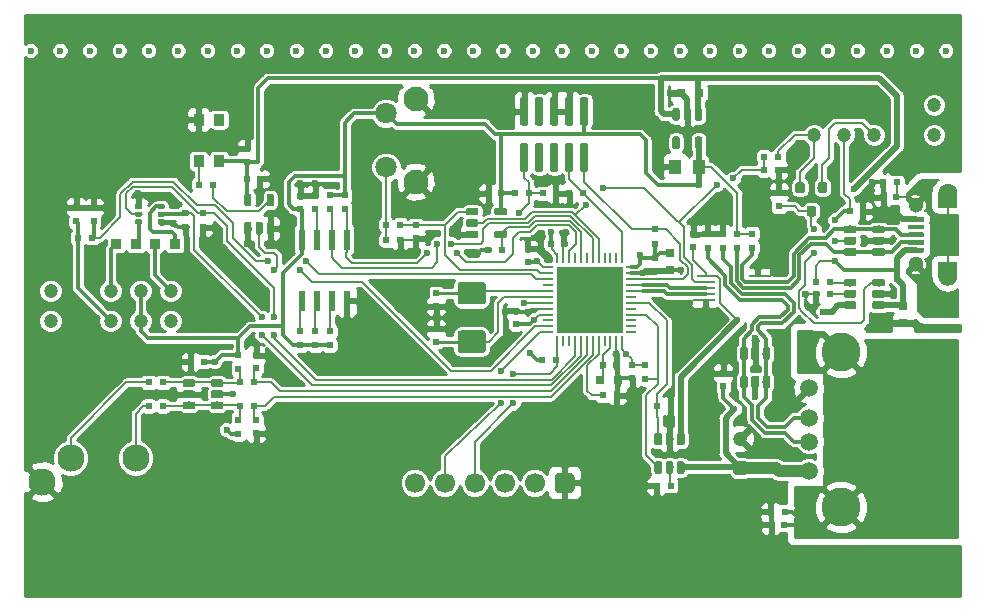
<source format=gtl>
G04 #@! TF.GenerationSoftware,KiCad,Pcbnew,(5.0.0)*
G04 #@! TF.CreationDate,2018-08-10T21:54:07-04:00*
G04 #@! TF.ProjectId,scope-footswitch,73636F70652D666F6F74737769746368,1*
G04 #@! TF.SameCoordinates,Original*
G04 #@! TF.FileFunction,Copper,L1,Top,Signal*
G04 #@! TF.FilePolarity,Positive*
%FSLAX46Y46*%
G04 Gerber Fmt 4.6, Leading zero omitted, Abs format (unit mm)*
G04 Created by KiCad (PCBNEW (5.0.0)) date 08/10/18 21:54:07*
%MOMM*%
%LPD*%
G01*
G04 APERTURE LIST*
G04 #@! TA.AperFunction,ComponentPad*
%ADD10C,2.300000*%
G04 #@! TD*
G04 #@! TA.AperFunction,ComponentPad*
%ADD11C,1.700000*%
G04 #@! TD*
G04 #@! TA.AperFunction,Conductor*
%ADD12C,0.100000*%
G04 #@! TD*
G04 #@! TA.AperFunction,ComponentPad*
%ADD13C,1.500000*%
G04 #@! TD*
G04 #@! TA.AperFunction,ComponentPad*
%ADD14C,3.300000*%
G04 #@! TD*
G04 #@! TA.AperFunction,ComponentPad*
%ADD15C,1.200000*%
G04 #@! TD*
G04 #@! TA.AperFunction,SMDPad,CuDef*
%ADD16R,0.600000X1.800000*%
G04 #@! TD*
G04 #@! TA.AperFunction,SMDPad,CuDef*
%ADD17C,0.800000*%
G04 #@! TD*
G04 #@! TA.AperFunction,SMDPad,CuDef*
%ADD18C,0.650000*%
G04 #@! TD*
G04 #@! TA.AperFunction,SMDPad,CuDef*
%ADD19C,0.600000*%
G04 #@! TD*
G04 #@! TA.AperFunction,SMDPad,CuDef*
%ADD20R,1.866666X1.866666*%
G04 #@! TD*
G04 #@! TA.AperFunction,SMDPad,CuDef*
%ADD21O,0.250000X0.900000*%
G04 #@! TD*
G04 #@! TA.AperFunction,SMDPad,CuDef*
%ADD22O,0.900000X0.250000*%
G04 #@! TD*
G04 #@! TA.AperFunction,SMDPad,CuDef*
%ADD23R,0.600000X0.600000*%
G04 #@! TD*
G04 #@! TA.AperFunction,SMDPad,CuDef*
%ADD24R,1.500000X0.250000*%
G04 #@! TD*
G04 #@! TA.AperFunction,SMDPad,CuDef*
%ADD25C,0.420000*%
G04 #@! TD*
G04 #@! TA.AperFunction,SMDPad,CuDef*
%ADD26C,0.430000*%
G04 #@! TD*
G04 #@! TA.AperFunction,SMDPad,CuDef*
%ADD27R,0.800000X0.800000*%
G04 #@! TD*
G04 #@! TA.AperFunction,SMDPad,CuDef*
%ADD28R,1.000000X1.250000*%
G04 #@! TD*
G04 #@! TA.AperFunction,SMDPad,CuDef*
%ADD29C,0.400000*%
G04 #@! TD*
G04 #@! TA.AperFunction,ComponentPad*
%ADD30C,1.600000*%
G04 #@! TD*
G04 #@! TA.AperFunction,ComponentPad*
%ADD31C,1.300000*%
G04 #@! TD*
G04 #@! TA.AperFunction,SMDPad,CuDef*
%ADD32R,1.600000X1.500000*%
G04 #@! TD*
G04 #@! TA.AperFunction,SMDPad,CuDef*
%ADD33C,0.700000*%
G04 #@! TD*
G04 #@! TA.AperFunction,SMDPad,CuDef*
%ADD34R,0.900000X0.900000*%
G04 #@! TD*
G04 #@! TA.AperFunction,SMDPad,CuDef*
%ADD35R,0.900000X1.000000*%
G04 #@! TD*
G04 #@! TA.AperFunction,ComponentPad*
%ADD36C,1.800000*%
G04 #@! TD*
G04 #@! TA.AperFunction,ComponentPad*
%ADD37C,2.100000*%
G04 #@! TD*
G04 #@! TA.AperFunction,SMDPad,CuDef*
%ADD38C,1.900000*%
G04 #@! TD*
G04 #@! TA.AperFunction,ViaPad*
%ADD39C,0.600000*%
G04 #@! TD*
G04 #@! TA.AperFunction,Conductor*
%ADD40C,0.500000*%
G04 #@! TD*
G04 #@! TA.AperFunction,Conductor*
%ADD41C,0.300000*%
G04 #@! TD*
G04 #@! TA.AperFunction,Conductor*
%ADD42C,0.160000*%
G04 #@! TD*
G04 #@! TA.AperFunction,Conductor*
%ADD43C,1.000000*%
G04 #@! TD*
G04 #@! TA.AperFunction,Conductor*
%ADD44C,0.250000*%
G04 #@! TD*
G04 #@! TA.AperFunction,Conductor*
%ADD45C,0.254000*%
G04 #@! TD*
G04 APERTURE END LIST*
D10*
G04 #@! TO.P,J1,3*
G04 #@! TO.N,Net-(J1-Pad3)*
X118400000Y-107100000D03*
G04 #@! TO.P,J1,2*
G04 #@! TO.N,Net-(J1-Pad2)*
X112900000Y-107100000D03*
G04 #@! TO.P,J1,1*
G04 #@! TO.N,GND*
X110500000Y-109100000D03*
G04 #@! TD*
D11*
G04 #@! TO.P,P1,6*
G04 #@! TO.N,Net-(P1-Pad6)*
X142020000Y-109200000D03*
G04 #@! TO.P,P1,5*
G04 #@! TO.N,/UART_TX*
X144560000Y-109200000D03*
G04 #@! TO.P,P1,4*
G04 #@! TO.N,/UART_RX*
X147100000Y-109200000D03*
G04 #@! TO.P,P1,3*
G04 #@! TO.N,Net-(P1-Pad3)*
X149640000Y-109200000D03*
G04 #@! TO.P,P1,2*
G04 #@! TO.N,Net-(P1-Pad2)*
X152180000Y-109200000D03*
D12*
G04 #@! TD*
G04 #@! TO.N,GND*
G04 #@! TO.C,P1*
G36*
X155186657Y-108352046D02*
X155227913Y-108358166D01*
X155268371Y-108368300D01*
X155307640Y-108382351D01*
X155345344Y-108400183D01*
X155381117Y-108421625D01*
X155414617Y-108446471D01*
X155445520Y-108474480D01*
X155473529Y-108505383D01*
X155498375Y-108538883D01*
X155519817Y-108574656D01*
X155537649Y-108612360D01*
X155551700Y-108651629D01*
X155561834Y-108692087D01*
X155567954Y-108733343D01*
X155570000Y-108775000D01*
X155570000Y-109625000D01*
X155567954Y-109666657D01*
X155561834Y-109707913D01*
X155551700Y-109748371D01*
X155537649Y-109787640D01*
X155519817Y-109825344D01*
X155498375Y-109861117D01*
X155473529Y-109894617D01*
X155445520Y-109925520D01*
X155414617Y-109953529D01*
X155381117Y-109978375D01*
X155345344Y-109999817D01*
X155307640Y-110017649D01*
X155268371Y-110031700D01*
X155227913Y-110041834D01*
X155186657Y-110047954D01*
X155145000Y-110050000D01*
X154295000Y-110050000D01*
X154253343Y-110047954D01*
X154212087Y-110041834D01*
X154171629Y-110031700D01*
X154132360Y-110017649D01*
X154094656Y-109999817D01*
X154058883Y-109978375D01*
X154025383Y-109953529D01*
X153994480Y-109925520D01*
X153966471Y-109894617D01*
X153941625Y-109861117D01*
X153920183Y-109825344D01*
X153902351Y-109787640D01*
X153888300Y-109748371D01*
X153878166Y-109707913D01*
X153872046Y-109666657D01*
X153870000Y-109625000D01*
X153870000Y-108775000D01*
X153872046Y-108733343D01*
X153878166Y-108692087D01*
X153888300Y-108651629D01*
X153902351Y-108612360D01*
X153920183Y-108574656D01*
X153941625Y-108538883D01*
X153966471Y-108505383D01*
X153994480Y-108474480D01*
X154025383Y-108446471D01*
X154058883Y-108421625D01*
X154094656Y-108400183D01*
X154132360Y-108382351D01*
X154171629Y-108368300D01*
X154212087Y-108358166D01*
X154253343Y-108352046D01*
X154295000Y-108350000D01*
X155145000Y-108350000D01*
X155186657Y-108352046D01*
X155186657Y-108352046D01*
G37*
D11*
G04 #@! TO.P,P1,1*
G04 #@! TO.N,GND*
X154720000Y-109200000D03*
G04 #@! TD*
D13*
G04 #@! TO.P,J2,1*
G04 #@! TO.N,/HOST_VBUS*
X175390000Y-108200000D03*
G04 #@! TO.P,J2,2*
G04 #@! TO.N,/HOST_DM*
X175390000Y-105700000D03*
G04 #@! TO.P,J2,3*
G04 #@! TO.N,/HOST_DP*
X175390000Y-103700000D03*
G04 #@! TO.P,J2,4*
G04 #@! TO.N,GND*
X175390000Y-101200000D03*
D14*
G04 #@! TO.P,J2,M1*
G04 #@! TO.N,/HOST_SHIELD*
X178100000Y-111270000D03*
G04 #@! TO.P,J2,M2*
X178100000Y-98130000D03*
G04 #@! TD*
D12*
G04 #@! TO.N,/HOST_VBUS*
G04 #@! TO.C,C24*
G36*
X169929405Y-107351445D02*
X169958527Y-107355764D01*
X169987085Y-107362918D01*
X170014805Y-107372836D01*
X170041419Y-107385424D01*
X170066671Y-107400559D01*
X170090318Y-107418097D01*
X170112132Y-107437868D01*
X170131903Y-107459682D01*
X170149441Y-107483329D01*
X170164576Y-107508581D01*
X170177164Y-107535195D01*
X170187082Y-107562915D01*
X170194236Y-107591473D01*
X170198555Y-107620595D01*
X170200000Y-107650000D01*
X170200000Y-108250000D01*
X170198555Y-108279405D01*
X170194236Y-108308527D01*
X170187082Y-108337085D01*
X170177164Y-108364805D01*
X170164576Y-108391419D01*
X170149441Y-108416671D01*
X170131903Y-108440318D01*
X170112132Y-108462132D01*
X170090318Y-108481903D01*
X170066671Y-108499441D01*
X170041419Y-108514576D01*
X170014805Y-108527164D01*
X169987085Y-108537082D01*
X169958527Y-108544236D01*
X169929405Y-108548555D01*
X169900000Y-108550000D01*
X169300000Y-108550000D01*
X169270595Y-108548555D01*
X169241473Y-108544236D01*
X169212915Y-108537082D01*
X169185195Y-108527164D01*
X169158581Y-108514576D01*
X169133329Y-108499441D01*
X169109682Y-108481903D01*
X169087868Y-108462132D01*
X169068097Y-108440318D01*
X169050559Y-108416671D01*
X169035424Y-108391419D01*
X169022836Y-108364805D01*
X169012918Y-108337085D01*
X169005764Y-108308527D01*
X169001445Y-108279405D01*
X169000000Y-108250000D01*
X169000000Y-107650000D01*
X169001445Y-107620595D01*
X169005764Y-107591473D01*
X169012918Y-107562915D01*
X169022836Y-107535195D01*
X169035424Y-107508581D01*
X169050559Y-107483329D01*
X169068097Y-107459682D01*
X169087868Y-107437868D01*
X169109682Y-107418097D01*
X169133329Y-107400559D01*
X169158581Y-107385424D01*
X169185195Y-107372836D01*
X169212915Y-107362918D01*
X169241473Y-107355764D01*
X169270595Y-107351445D01*
X169300000Y-107350000D01*
X169900000Y-107350000D01*
X169929405Y-107351445D01*
X169929405Y-107351445D01*
G37*
D15*
G04 #@! TD*
G04 #@! TO.P,C24,+*
G04 #@! TO.N,/HOST_VBUS*
X169600000Y-107950000D03*
G04 #@! TO.P,C24,-*
G04 #@! TO.N,GND*
X169600000Y-105450000D03*
G04 #@! TD*
D16*
G04 #@! TO.P,U3,4*
G04 #@! TO.N,GND*
X136255000Y-93800000D03*
G04 #@! TO.P,U3,5*
G04 #@! TO.N,/I2C_SDA*
X136255000Y-88600000D03*
G04 #@! TO.P,U3,3*
G04 #@! TO.N,Net-(R15-Pad1)*
X134985000Y-93800000D03*
G04 #@! TO.P,U3,6*
G04 #@! TO.N,/I2C_SCL*
X134985000Y-88600000D03*
G04 #@! TO.P,U3,2*
G04 #@! TO.N,Net-(R16-Pad1)*
X133715000Y-93800000D03*
G04 #@! TO.P,U3,7*
G04 #@! TO.N,Net-(R11-Pad2)*
X133715000Y-88600000D03*
G04 #@! TO.P,U3,1*
G04 #@! TO.N,Net-(R17-Pad1)*
X132445000Y-93800000D03*
G04 #@! TO.P,U3,8*
G04 #@! TO.N,+3V3*
X132445000Y-88600000D03*
G04 #@! TD*
D12*
G04 #@! TO.N,/EN_DEVICE_5V*
G04 #@! TO.C,D1*
G36*
X174869603Y-83750963D02*
X174889018Y-83753843D01*
X174908057Y-83758612D01*
X174926537Y-83765224D01*
X174944279Y-83773616D01*
X174961114Y-83783706D01*
X174976879Y-83795398D01*
X174991421Y-83808579D01*
X175004602Y-83823121D01*
X175016294Y-83838886D01*
X175026384Y-83855721D01*
X175034776Y-83873463D01*
X175041388Y-83891943D01*
X175046157Y-83910982D01*
X175049037Y-83930397D01*
X175050000Y-83950000D01*
X175050000Y-84450000D01*
X175049037Y-84469603D01*
X175046157Y-84489018D01*
X175041388Y-84508057D01*
X175034776Y-84526537D01*
X175026384Y-84544279D01*
X175016294Y-84561114D01*
X175004602Y-84576879D01*
X174991421Y-84591421D01*
X174976879Y-84604602D01*
X174961114Y-84616294D01*
X174944279Y-84626384D01*
X174926537Y-84634776D01*
X174908057Y-84641388D01*
X174889018Y-84646157D01*
X174869603Y-84649037D01*
X174850000Y-84650000D01*
X174450000Y-84650000D01*
X174430397Y-84649037D01*
X174410982Y-84646157D01*
X174391943Y-84641388D01*
X174373463Y-84634776D01*
X174355721Y-84626384D01*
X174338886Y-84616294D01*
X174323121Y-84604602D01*
X174308579Y-84591421D01*
X174295398Y-84576879D01*
X174283706Y-84561114D01*
X174273616Y-84544279D01*
X174265224Y-84526537D01*
X174258612Y-84508057D01*
X174253843Y-84489018D01*
X174250963Y-84469603D01*
X174250000Y-84450000D01*
X174250000Y-83950000D01*
X174250963Y-83930397D01*
X174253843Y-83910982D01*
X174258612Y-83891943D01*
X174265224Y-83873463D01*
X174273616Y-83855721D01*
X174283706Y-83838886D01*
X174295398Y-83823121D01*
X174308579Y-83808579D01*
X174323121Y-83795398D01*
X174338886Y-83783706D01*
X174355721Y-83773616D01*
X174373463Y-83765224D01*
X174391943Y-83758612D01*
X174410982Y-83753843D01*
X174430397Y-83750963D01*
X174450000Y-83750000D01*
X174850000Y-83750000D01*
X174869603Y-83750963D01*
X174869603Y-83750963D01*
G37*
D17*
G04 #@! TD*
G04 #@! TO.P,D1,2*
G04 #@! TO.N,/EN_DEVICE_5V*
X174650000Y-84200000D03*
D12*
G04 #@! TO.N,/PWR_EN*
G04 #@! TO.C,D1*
G36*
X175819603Y-85750963D02*
X175839018Y-85753843D01*
X175858057Y-85758612D01*
X175876537Y-85765224D01*
X175894279Y-85773616D01*
X175911114Y-85783706D01*
X175926879Y-85795398D01*
X175941421Y-85808579D01*
X175954602Y-85823121D01*
X175966294Y-85838886D01*
X175976384Y-85855721D01*
X175984776Y-85873463D01*
X175991388Y-85891943D01*
X175996157Y-85910982D01*
X175999037Y-85930397D01*
X176000000Y-85950000D01*
X176000000Y-86450000D01*
X175999037Y-86469603D01*
X175996157Y-86489018D01*
X175991388Y-86508057D01*
X175984776Y-86526537D01*
X175976384Y-86544279D01*
X175966294Y-86561114D01*
X175954602Y-86576879D01*
X175941421Y-86591421D01*
X175926879Y-86604602D01*
X175911114Y-86616294D01*
X175894279Y-86626384D01*
X175876537Y-86634776D01*
X175858057Y-86641388D01*
X175839018Y-86646157D01*
X175819603Y-86649037D01*
X175800000Y-86650000D01*
X175400000Y-86650000D01*
X175380397Y-86649037D01*
X175360982Y-86646157D01*
X175341943Y-86641388D01*
X175323463Y-86634776D01*
X175305721Y-86626384D01*
X175288886Y-86616294D01*
X175273121Y-86604602D01*
X175258579Y-86591421D01*
X175245398Y-86576879D01*
X175233706Y-86561114D01*
X175223616Y-86544279D01*
X175215224Y-86526537D01*
X175208612Y-86508057D01*
X175203843Y-86489018D01*
X175200963Y-86469603D01*
X175200000Y-86450000D01*
X175200000Y-85950000D01*
X175200963Y-85930397D01*
X175203843Y-85910982D01*
X175208612Y-85891943D01*
X175215224Y-85873463D01*
X175223616Y-85855721D01*
X175233706Y-85838886D01*
X175245398Y-85823121D01*
X175258579Y-85808579D01*
X175273121Y-85795398D01*
X175288886Y-85783706D01*
X175305721Y-85773616D01*
X175323463Y-85765224D01*
X175341943Y-85758612D01*
X175360982Y-85753843D01*
X175380397Y-85750963D01*
X175400000Y-85750000D01*
X175800000Y-85750000D01*
X175819603Y-85750963D01*
X175819603Y-85750963D01*
G37*
D17*
G04 #@! TD*
G04 #@! TO.P,D1,3*
G04 #@! TO.N,/PWR_EN*
X175600000Y-86200000D03*
D12*
G04 #@! TO.N,/EN_HOST_5V*
G04 #@! TO.C,D1*
G36*
X176769603Y-83750963D02*
X176789018Y-83753843D01*
X176808057Y-83758612D01*
X176826537Y-83765224D01*
X176844279Y-83773616D01*
X176861114Y-83783706D01*
X176876879Y-83795398D01*
X176891421Y-83808579D01*
X176904602Y-83823121D01*
X176916294Y-83838886D01*
X176926384Y-83855721D01*
X176934776Y-83873463D01*
X176941388Y-83891943D01*
X176946157Y-83910982D01*
X176949037Y-83930397D01*
X176950000Y-83950000D01*
X176950000Y-84450000D01*
X176949037Y-84469603D01*
X176946157Y-84489018D01*
X176941388Y-84508057D01*
X176934776Y-84526537D01*
X176926384Y-84544279D01*
X176916294Y-84561114D01*
X176904602Y-84576879D01*
X176891421Y-84591421D01*
X176876879Y-84604602D01*
X176861114Y-84616294D01*
X176844279Y-84626384D01*
X176826537Y-84634776D01*
X176808057Y-84641388D01*
X176789018Y-84646157D01*
X176769603Y-84649037D01*
X176750000Y-84650000D01*
X176350000Y-84650000D01*
X176330397Y-84649037D01*
X176310982Y-84646157D01*
X176291943Y-84641388D01*
X176273463Y-84634776D01*
X176255721Y-84626384D01*
X176238886Y-84616294D01*
X176223121Y-84604602D01*
X176208579Y-84591421D01*
X176195398Y-84576879D01*
X176183706Y-84561114D01*
X176173616Y-84544279D01*
X176165224Y-84526537D01*
X176158612Y-84508057D01*
X176153843Y-84489018D01*
X176150963Y-84469603D01*
X176150000Y-84450000D01*
X176150000Y-83950000D01*
X176150963Y-83930397D01*
X176153843Y-83910982D01*
X176158612Y-83891943D01*
X176165224Y-83873463D01*
X176173616Y-83855721D01*
X176183706Y-83838886D01*
X176195398Y-83823121D01*
X176208579Y-83808579D01*
X176223121Y-83795398D01*
X176238886Y-83783706D01*
X176255721Y-83773616D01*
X176273463Y-83765224D01*
X176291943Y-83758612D01*
X176310982Y-83753843D01*
X176330397Y-83750963D01*
X176350000Y-83750000D01*
X176750000Y-83750000D01*
X176769603Y-83750963D01*
X176769603Y-83750963D01*
G37*
D17*
G04 #@! TD*
G04 #@! TO.P,D1,1*
G04 #@! TO.N,/EN_HOST_5V*
X176550000Y-84200000D03*
D12*
G04 #@! TO.N,+5V*
G04 #@! TO.C,U2*
G36*
X179278428Y-93825782D02*
X179294202Y-93828122D01*
X179309671Y-93831997D01*
X179324686Y-93837370D01*
X179339102Y-93844188D01*
X179352780Y-93852386D01*
X179365589Y-93861886D01*
X179377405Y-93872595D01*
X179388114Y-93884411D01*
X179397614Y-93897220D01*
X179405812Y-93910898D01*
X179412630Y-93925314D01*
X179418003Y-93940329D01*
X179421878Y-93955798D01*
X179424218Y-93971572D01*
X179425000Y-93987500D01*
X179425000Y-94312500D01*
X179424218Y-94328428D01*
X179421878Y-94344202D01*
X179418003Y-94359671D01*
X179412630Y-94374686D01*
X179405812Y-94389102D01*
X179397614Y-94402780D01*
X179388114Y-94415589D01*
X179377405Y-94427405D01*
X179365589Y-94438114D01*
X179352780Y-94447614D01*
X179339102Y-94455812D01*
X179324686Y-94462630D01*
X179309671Y-94468003D01*
X179294202Y-94471878D01*
X179278428Y-94474218D01*
X179262500Y-94475000D01*
X178537500Y-94475000D01*
X178521572Y-94474218D01*
X178505798Y-94471878D01*
X178490329Y-94468003D01*
X178475314Y-94462630D01*
X178460898Y-94455812D01*
X178447220Y-94447614D01*
X178434411Y-94438114D01*
X178422595Y-94427405D01*
X178411886Y-94415589D01*
X178402386Y-94402780D01*
X178394188Y-94389102D01*
X178387370Y-94374686D01*
X178381997Y-94359671D01*
X178378122Y-94344202D01*
X178375782Y-94328428D01*
X178375000Y-94312500D01*
X178375000Y-93987500D01*
X178375782Y-93971572D01*
X178378122Y-93955798D01*
X178381997Y-93940329D01*
X178387370Y-93925314D01*
X178394188Y-93910898D01*
X178402386Y-93897220D01*
X178411886Y-93884411D01*
X178422595Y-93872595D01*
X178434411Y-93861886D01*
X178447220Y-93852386D01*
X178460898Y-93844188D01*
X178475314Y-93837370D01*
X178490329Y-93831997D01*
X178505798Y-93828122D01*
X178521572Y-93825782D01*
X178537500Y-93825000D01*
X179262500Y-93825000D01*
X179278428Y-93825782D01*
X179278428Y-93825782D01*
G37*
D18*
G04 #@! TD*
G04 #@! TO.P,U2,6*
G04 #@! TO.N,+5V*
X178900000Y-94150000D03*
D12*
G04 #@! TO.N,VBUS*
G04 #@! TO.C,U2*
G36*
X181678428Y-93825782D02*
X181694202Y-93828122D01*
X181709671Y-93831997D01*
X181724686Y-93837370D01*
X181739102Y-93844188D01*
X181752780Y-93852386D01*
X181765589Y-93861886D01*
X181777405Y-93872595D01*
X181788114Y-93884411D01*
X181797614Y-93897220D01*
X181805812Y-93910898D01*
X181812630Y-93925314D01*
X181818003Y-93940329D01*
X181821878Y-93955798D01*
X181824218Y-93971572D01*
X181825000Y-93987500D01*
X181825000Y-94312500D01*
X181824218Y-94328428D01*
X181821878Y-94344202D01*
X181818003Y-94359671D01*
X181812630Y-94374686D01*
X181805812Y-94389102D01*
X181797614Y-94402780D01*
X181788114Y-94415589D01*
X181777405Y-94427405D01*
X181765589Y-94438114D01*
X181752780Y-94447614D01*
X181739102Y-94455812D01*
X181724686Y-94462630D01*
X181709671Y-94468003D01*
X181694202Y-94471878D01*
X181678428Y-94474218D01*
X181662500Y-94475000D01*
X180937500Y-94475000D01*
X180921572Y-94474218D01*
X180905798Y-94471878D01*
X180890329Y-94468003D01*
X180875314Y-94462630D01*
X180860898Y-94455812D01*
X180847220Y-94447614D01*
X180834411Y-94438114D01*
X180822595Y-94427405D01*
X180811886Y-94415589D01*
X180802386Y-94402780D01*
X180794188Y-94389102D01*
X180787370Y-94374686D01*
X180781997Y-94359671D01*
X180778122Y-94344202D01*
X180775782Y-94328428D01*
X180775000Y-94312500D01*
X180775000Y-93987500D01*
X180775782Y-93971572D01*
X180778122Y-93955798D01*
X180781997Y-93940329D01*
X180787370Y-93925314D01*
X180794188Y-93910898D01*
X180802386Y-93897220D01*
X180811886Y-93884411D01*
X180822595Y-93872595D01*
X180834411Y-93861886D01*
X180847220Y-93852386D01*
X180860898Y-93844188D01*
X180875314Y-93837370D01*
X180890329Y-93831997D01*
X180905798Y-93828122D01*
X180921572Y-93825782D01*
X180937500Y-93825000D01*
X181662500Y-93825000D01*
X181678428Y-93825782D01*
X181678428Y-93825782D01*
G37*
D18*
G04 #@! TD*
G04 #@! TO.P,U2,1*
G04 #@! TO.N,VBUS*
X181300000Y-94150000D03*
D12*
G04 #@! TO.N,/VIN_ILIM*
G04 #@! TO.C,U2*
G36*
X179278428Y-92875782D02*
X179294202Y-92878122D01*
X179309671Y-92881997D01*
X179324686Y-92887370D01*
X179339102Y-92894188D01*
X179352780Y-92902386D01*
X179365589Y-92911886D01*
X179377405Y-92922595D01*
X179388114Y-92934411D01*
X179397614Y-92947220D01*
X179405812Y-92960898D01*
X179412630Y-92975314D01*
X179418003Y-92990329D01*
X179421878Y-93005798D01*
X179424218Y-93021572D01*
X179425000Y-93037500D01*
X179425000Y-93362500D01*
X179424218Y-93378428D01*
X179421878Y-93394202D01*
X179418003Y-93409671D01*
X179412630Y-93424686D01*
X179405812Y-93439102D01*
X179397614Y-93452780D01*
X179388114Y-93465589D01*
X179377405Y-93477405D01*
X179365589Y-93488114D01*
X179352780Y-93497614D01*
X179339102Y-93505812D01*
X179324686Y-93512630D01*
X179309671Y-93518003D01*
X179294202Y-93521878D01*
X179278428Y-93524218D01*
X179262500Y-93525000D01*
X178537500Y-93525000D01*
X178521572Y-93524218D01*
X178505798Y-93521878D01*
X178490329Y-93518003D01*
X178475314Y-93512630D01*
X178460898Y-93505812D01*
X178447220Y-93497614D01*
X178434411Y-93488114D01*
X178422595Y-93477405D01*
X178411886Y-93465589D01*
X178402386Y-93452780D01*
X178394188Y-93439102D01*
X178387370Y-93424686D01*
X178381997Y-93409671D01*
X178378122Y-93394202D01*
X178375782Y-93378428D01*
X178375000Y-93362500D01*
X178375000Y-93037500D01*
X178375782Y-93021572D01*
X178378122Y-93005798D01*
X178381997Y-92990329D01*
X178387370Y-92975314D01*
X178394188Y-92960898D01*
X178402386Y-92947220D01*
X178411886Y-92934411D01*
X178422595Y-92922595D01*
X178434411Y-92911886D01*
X178447220Y-92902386D01*
X178460898Y-92894188D01*
X178475314Y-92887370D01*
X178490329Y-92881997D01*
X178505798Y-92878122D01*
X178521572Y-92875782D01*
X178537500Y-92875000D01*
X179262500Y-92875000D01*
X179278428Y-92875782D01*
X179278428Y-92875782D01*
G37*
D18*
G04 #@! TD*
G04 #@! TO.P,U2,5*
G04 #@! TO.N,/VIN_ILIM*
X178900000Y-93200000D03*
D12*
G04 #@! TO.N,GND*
G04 #@! TO.C,U2*
G36*
X181678428Y-92875782D02*
X181694202Y-92878122D01*
X181709671Y-92881997D01*
X181724686Y-92887370D01*
X181739102Y-92894188D01*
X181752780Y-92902386D01*
X181765589Y-92911886D01*
X181777405Y-92922595D01*
X181788114Y-92934411D01*
X181797614Y-92947220D01*
X181805812Y-92960898D01*
X181812630Y-92975314D01*
X181818003Y-92990329D01*
X181821878Y-93005798D01*
X181824218Y-93021572D01*
X181825000Y-93037500D01*
X181825000Y-93362500D01*
X181824218Y-93378428D01*
X181821878Y-93394202D01*
X181818003Y-93409671D01*
X181812630Y-93424686D01*
X181805812Y-93439102D01*
X181797614Y-93452780D01*
X181788114Y-93465589D01*
X181777405Y-93477405D01*
X181765589Y-93488114D01*
X181752780Y-93497614D01*
X181739102Y-93505812D01*
X181724686Y-93512630D01*
X181709671Y-93518003D01*
X181694202Y-93521878D01*
X181678428Y-93524218D01*
X181662500Y-93525000D01*
X180937500Y-93525000D01*
X180921572Y-93524218D01*
X180905798Y-93521878D01*
X180890329Y-93518003D01*
X180875314Y-93512630D01*
X180860898Y-93505812D01*
X180847220Y-93497614D01*
X180834411Y-93488114D01*
X180822595Y-93477405D01*
X180811886Y-93465589D01*
X180802386Y-93452780D01*
X180794188Y-93439102D01*
X180787370Y-93424686D01*
X180781997Y-93409671D01*
X180778122Y-93394202D01*
X180775782Y-93378428D01*
X180775000Y-93362500D01*
X180775000Y-93037500D01*
X180775782Y-93021572D01*
X180778122Y-93005798D01*
X180781997Y-92990329D01*
X180787370Y-92975314D01*
X180794188Y-92960898D01*
X180802386Y-92947220D01*
X180811886Y-92934411D01*
X180822595Y-92922595D01*
X180834411Y-92911886D01*
X180847220Y-92902386D01*
X180860898Y-92894188D01*
X180875314Y-92887370D01*
X180890329Y-92881997D01*
X180905798Y-92878122D01*
X180921572Y-92875782D01*
X180937500Y-92875000D01*
X181662500Y-92875000D01*
X181678428Y-92875782D01*
X181678428Y-92875782D01*
G37*
D18*
G04 #@! TD*
G04 #@! TO.P,U2,2*
G04 #@! TO.N,GND*
X181300000Y-93200000D03*
D12*
G04 #@! TO.N,/VIN_FAULT_N*
G04 #@! TO.C,U2*
G36*
X179278428Y-91925782D02*
X179294202Y-91928122D01*
X179309671Y-91931997D01*
X179324686Y-91937370D01*
X179339102Y-91944188D01*
X179352780Y-91952386D01*
X179365589Y-91961886D01*
X179377405Y-91972595D01*
X179388114Y-91984411D01*
X179397614Y-91997220D01*
X179405812Y-92010898D01*
X179412630Y-92025314D01*
X179418003Y-92040329D01*
X179421878Y-92055798D01*
X179424218Y-92071572D01*
X179425000Y-92087500D01*
X179425000Y-92412500D01*
X179424218Y-92428428D01*
X179421878Y-92444202D01*
X179418003Y-92459671D01*
X179412630Y-92474686D01*
X179405812Y-92489102D01*
X179397614Y-92502780D01*
X179388114Y-92515589D01*
X179377405Y-92527405D01*
X179365589Y-92538114D01*
X179352780Y-92547614D01*
X179339102Y-92555812D01*
X179324686Y-92562630D01*
X179309671Y-92568003D01*
X179294202Y-92571878D01*
X179278428Y-92574218D01*
X179262500Y-92575000D01*
X178537500Y-92575000D01*
X178521572Y-92574218D01*
X178505798Y-92571878D01*
X178490329Y-92568003D01*
X178475314Y-92562630D01*
X178460898Y-92555812D01*
X178447220Y-92547614D01*
X178434411Y-92538114D01*
X178422595Y-92527405D01*
X178411886Y-92515589D01*
X178402386Y-92502780D01*
X178394188Y-92489102D01*
X178387370Y-92474686D01*
X178381997Y-92459671D01*
X178378122Y-92444202D01*
X178375782Y-92428428D01*
X178375000Y-92412500D01*
X178375000Y-92087500D01*
X178375782Y-92071572D01*
X178378122Y-92055798D01*
X178381997Y-92040329D01*
X178387370Y-92025314D01*
X178394188Y-92010898D01*
X178402386Y-91997220D01*
X178411886Y-91984411D01*
X178422595Y-91972595D01*
X178434411Y-91961886D01*
X178447220Y-91952386D01*
X178460898Y-91944188D01*
X178475314Y-91937370D01*
X178490329Y-91931997D01*
X178505798Y-91928122D01*
X178521572Y-91925782D01*
X178537500Y-91925000D01*
X179262500Y-91925000D01*
X179278428Y-91925782D01*
X179278428Y-91925782D01*
G37*
D18*
G04 #@! TD*
G04 #@! TO.P,U2,4*
G04 #@! TO.N,/VIN_FAULT_N*
X178900000Y-92250000D03*
D12*
G04 #@! TO.N,/PWR_EN*
G04 #@! TO.C,U2*
G36*
X181678428Y-91925782D02*
X181694202Y-91928122D01*
X181709671Y-91931997D01*
X181724686Y-91937370D01*
X181739102Y-91944188D01*
X181752780Y-91952386D01*
X181765589Y-91961886D01*
X181777405Y-91972595D01*
X181788114Y-91984411D01*
X181797614Y-91997220D01*
X181805812Y-92010898D01*
X181812630Y-92025314D01*
X181818003Y-92040329D01*
X181821878Y-92055798D01*
X181824218Y-92071572D01*
X181825000Y-92087500D01*
X181825000Y-92412500D01*
X181824218Y-92428428D01*
X181821878Y-92444202D01*
X181818003Y-92459671D01*
X181812630Y-92474686D01*
X181805812Y-92489102D01*
X181797614Y-92502780D01*
X181788114Y-92515589D01*
X181777405Y-92527405D01*
X181765589Y-92538114D01*
X181752780Y-92547614D01*
X181739102Y-92555812D01*
X181724686Y-92562630D01*
X181709671Y-92568003D01*
X181694202Y-92571878D01*
X181678428Y-92574218D01*
X181662500Y-92575000D01*
X180937500Y-92575000D01*
X180921572Y-92574218D01*
X180905798Y-92571878D01*
X180890329Y-92568003D01*
X180875314Y-92562630D01*
X180860898Y-92555812D01*
X180847220Y-92547614D01*
X180834411Y-92538114D01*
X180822595Y-92527405D01*
X180811886Y-92515589D01*
X180802386Y-92502780D01*
X180794188Y-92489102D01*
X180787370Y-92474686D01*
X180781997Y-92459671D01*
X180778122Y-92444202D01*
X180775782Y-92428428D01*
X180775000Y-92412500D01*
X180775000Y-92087500D01*
X180775782Y-92071572D01*
X180778122Y-92055798D01*
X180781997Y-92040329D01*
X180787370Y-92025314D01*
X180794188Y-92010898D01*
X180802386Y-91997220D01*
X180811886Y-91984411D01*
X180822595Y-91972595D01*
X180834411Y-91961886D01*
X180847220Y-91952386D01*
X180860898Y-91944188D01*
X180875314Y-91937370D01*
X180890329Y-91931997D01*
X180905798Y-91928122D01*
X180921572Y-91925782D01*
X180937500Y-91925000D01*
X181662500Y-91925000D01*
X181678428Y-91925782D01*
X181678428Y-91925782D01*
G37*
D18*
G04 #@! TD*
G04 #@! TO.P,U2,3*
G04 #@! TO.N,/PWR_EN*
X181300000Y-92250000D03*
D12*
G04 #@! TO.N,/HOST_VBUS*
G04 #@! TO.C,U8*
G36*
X164728428Y-107375782D02*
X164744202Y-107378122D01*
X164759671Y-107381997D01*
X164774686Y-107387370D01*
X164789102Y-107394188D01*
X164802780Y-107402386D01*
X164815589Y-107411886D01*
X164827405Y-107422595D01*
X164838114Y-107434411D01*
X164847614Y-107447220D01*
X164855812Y-107460898D01*
X164862630Y-107475314D01*
X164868003Y-107490329D01*
X164871878Y-107505798D01*
X164874218Y-107521572D01*
X164875000Y-107537500D01*
X164875000Y-108262500D01*
X164874218Y-108278428D01*
X164871878Y-108294202D01*
X164868003Y-108309671D01*
X164862630Y-108324686D01*
X164855812Y-108339102D01*
X164847614Y-108352780D01*
X164838114Y-108365589D01*
X164827405Y-108377405D01*
X164815589Y-108388114D01*
X164802780Y-108397614D01*
X164789102Y-108405812D01*
X164774686Y-108412630D01*
X164759671Y-108418003D01*
X164744202Y-108421878D01*
X164728428Y-108424218D01*
X164712500Y-108425000D01*
X164387500Y-108425000D01*
X164371572Y-108424218D01*
X164355798Y-108421878D01*
X164340329Y-108418003D01*
X164325314Y-108412630D01*
X164310898Y-108405812D01*
X164297220Y-108397614D01*
X164284411Y-108388114D01*
X164272595Y-108377405D01*
X164261886Y-108365589D01*
X164252386Y-108352780D01*
X164244188Y-108339102D01*
X164237370Y-108324686D01*
X164231997Y-108309671D01*
X164228122Y-108294202D01*
X164225782Y-108278428D01*
X164225000Y-108262500D01*
X164225000Y-107537500D01*
X164225782Y-107521572D01*
X164228122Y-107505798D01*
X164231997Y-107490329D01*
X164237370Y-107475314D01*
X164244188Y-107460898D01*
X164252386Y-107447220D01*
X164261886Y-107434411D01*
X164272595Y-107422595D01*
X164284411Y-107411886D01*
X164297220Y-107402386D01*
X164310898Y-107394188D01*
X164325314Y-107387370D01*
X164340329Y-107381997D01*
X164355798Y-107378122D01*
X164371572Y-107375782D01*
X164387500Y-107375000D01*
X164712500Y-107375000D01*
X164728428Y-107375782D01*
X164728428Y-107375782D01*
G37*
D18*
G04 #@! TD*
G04 #@! TO.P,U8,6*
G04 #@! TO.N,/HOST_VBUS*
X164550000Y-107900000D03*
D12*
G04 #@! TO.N,+5V*
G04 #@! TO.C,U8*
G36*
X164728428Y-104975782D02*
X164744202Y-104978122D01*
X164759671Y-104981997D01*
X164774686Y-104987370D01*
X164789102Y-104994188D01*
X164802780Y-105002386D01*
X164815589Y-105011886D01*
X164827405Y-105022595D01*
X164838114Y-105034411D01*
X164847614Y-105047220D01*
X164855812Y-105060898D01*
X164862630Y-105075314D01*
X164868003Y-105090329D01*
X164871878Y-105105798D01*
X164874218Y-105121572D01*
X164875000Y-105137500D01*
X164875000Y-105862500D01*
X164874218Y-105878428D01*
X164871878Y-105894202D01*
X164868003Y-105909671D01*
X164862630Y-105924686D01*
X164855812Y-105939102D01*
X164847614Y-105952780D01*
X164838114Y-105965589D01*
X164827405Y-105977405D01*
X164815589Y-105988114D01*
X164802780Y-105997614D01*
X164789102Y-106005812D01*
X164774686Y-106012630D01*
X164759671Y-106018003D01*
X164744202Y-106021878D01*
X164728428Y-106024218D01*
X164712500Y-106025000D01*
X164387500Y-106025000D01*
X164371572Y-106024218D01*
X164355798Y-106021878D01*
X164340329Y-106018003D01*
X164325314Y-106012630D01*
X164310898Y-106005812D01*
X164297220Y-105997614D01*
X164284411Y-105988114D01*
X164272595Y-105977405D01*
X164261886Y-105965589D01*
X164252386Y-105952780D01*
X164244188Y-105939102D01*
X164237370Y-105924686D01*
X164231997Y-105909671D01*
X164228122Y-105894202D01*
X164225782Y-105878428D01*
X164225000Y-105862500D01*
X164225000Y-105137500D01*
X164225782Y-105121572D01*
X164228122Y-105105798D01*
X164231997Y-105090329D01*
X164237370Y-105075314D01*
X164244188Y-105060898D01*
X164252386Y-105047220D01*
X164261886Y-105034411D01*
X164272595Y-105022595D01*
X164284411Y-105011886D01*
X164297220Y-105002386D01*
X164310898Y-104994188D01*
X164325314Y-104987370D01*
X164340329Y-104981997D01*
X164355798Y-104978122D01*
X164371572Y-104975782D01*
X164387500Y-104975000D01*
X164712500Y-104975000D01*
X164728428Y-104975782D01*
X164728428Y-104975782D01*
G37*
D18*
G04 #@! TD*
G04 #@! TO.P,U8,1*
G04 #@! TO.N,+5V*
X164550000Y-105500000D03*
D12*
G04 #@! TO.N,/HOST_ILIM*
G04 #@! TO.C,U8*
G36*
X163778428Y-107375782D02*
X163794202Y-107378122D01*
X163809671Y-107381997D01*
X163824686Y-107387370D01*
X163839102Y-107394188D01*
X163852780Y-107402386D01*
X163865589Y-107411886D01*
X163877405Y-107422595D01*
X163888114Y-107434411D01*
X163897614Y-107447220D01*
X163905812Y-107460898D01*
X163912630Y-107475314D01*
X163918003Y-107490329D01*
X163921878Y-107505798D01*
X163924218Y-107521572D01*
X163925000Y-107537500D01*
X163925000Y-108262500D01*
X163924218Y-108278428D01*
X163921878Y-108294202D01*
X163918003Y-108309671D01*
X163912630Y-108324686D01*
X163905812Y-108339102D01*
X163897614Y-108352780D01*
X163888114Y-108365589D01*
X163877405Y-108377405D01*
X163865589Y-108388114D01*
X163852780Y-108397614D01*
X163839102Y-108405812D01*
X163824686Y-108412630D01*
X163809671Y-108418003D01*
X163794202Y-108421878D01*
X163778428Y-108424218D01*
X163762500Y-108425000D01*
X163437500Y-108425000D01*
X163421572Y-108424218D01*
X163405798Y-108421878D01*
X163390329Y-108418003D01*
X163375314Y-108412630D01*
X163360898Y-108405812D01*
X163347220Y-108397614D01*
X163334411Y-108388114D01*
X163322595Y-108377405D01*
X163311886Y-108365589D01*
X163302386Y-108352780D01*
X163294188Y-108339102D01*
X163287370Y-108324686D01*
X163281997Y-108309671D01*
X163278122Y-108294202D01*
X163275782Y-108278428D01*
X163275000Y-108262500D01*
X163275000Y-107537500D01*
X163275782Y-107521572D01*
X163278122Y-107505798D01*
X163281997Y-107490329D01*
X163287370Y-107475314D01*
X163294188Y-107460898D01*
X163302386Y-107447220D01*
X163311886Y-107434411D01*
X163322595Y-107422595D01*
X163334411Y-107411886D01*
X163347220Y-107402386D01*
X163360898Y-107394188D01*
X163375314Y-107387370D01*
X163390329Y-107381997D01*
X163405798Y-107378122D01*
X163421572Y-107375782D01*
X163437500Y-107375000D01*
X163762500Y-107375000D01*
X163778428Y-107375782D01*
X163778428Y-107375782D01*
G37*
D18*
G04 #@! TD*
G04 #@! TO.P,U8,5*
G04 #@! TO.N,/HOST_ILIM*
X163600000Y-107900000D03*
D12*
G04 #@! TO.N,GND*
G04 #@! TO.C,U8*
G36*
X163778428Y-104975782D02*
X163794202Y-104978122D01*
X163809671Y-104981997D01*
X163824686Y-104987370D01*
X163839102Y-104994188D01*
X163852780Y-105002386D01*
X163865589Y-105011886D01*
X163877405Y-105022595D01*
X163888114Y-105034411D01*
X163897614Y-105047220D01*
X163905812Y-105060898D01*
X163912630Y-105075314D01*
X163918003Y-105090329D01*
X163921878Y-105105798D01*
X163924218Y-105121572D01*
X163925000Y-105137500D01*
X163925000Y-105862500D01*
X163924218Y-105878428D01*
X163921878Y-105894202D01*
X163918003Y-105909671D01*
X163912630Y-105924686D01*
X163905812Y-105939102D01*
X163897614Y-105952780D01*
X163888114Y-105965589D01*
X163877405Y-105977405D01*
X163865589Y-105988114D01*
X163852780Y-105997614D01*
X163839102Y-106005812D01*
X163824686Y-106012630D01*
X163809671Y-106018003D01*
X163794202Y-106021878D01*
X163778428Y-106024218D01*
X163762500Y-106025000D01*
X163437500Y-106025000D01*
X163421572Y-106024218D01*
X163405798Y-106021878D01*
X163390329Y-106018003D01*
X163375314Y-106012630D01*
X163360898Y-106005812D01*
X163347220Y-105997614D01*
X163334411Y-105988114D01*
X163322595Y-105977405D01*
X163311886Y-105965589D01*
X163302386Y-105952780D01*
X163294188Y-105939102D01*
X163287370Y-105924686D01*
X163281997Y-105909671D01*
X163278122Y-105894202D01*
X163275782Y-105878428D01*
X163275000Y-105862500D01*
X163275000Y-105137500D01*
X163275782Y-105121572D01*
X163278122Y-105105798D01*
X163281997Y-105090329D01*
X163287370Y-105075314D01*
X163294188Y-105060898D01*
X163302386Y-105047220D01*
X163311886Y-105034411D01*
X163322595Y-105022595D01*
X163334411Y-105011886D01*
X163347220Y-105002386D01*
X163360898Y-104994188D01*
X163375314Y-104987370D01*
X163390329Y-104981997D01*
X163405798Y-104978122D01*
X163421572Y-104975782D01*
X163437500Y-104975000D01*
X163762500Y-104975000D01*
X163778428Y-104975782D01*
X163778428Y-104975782D01*
G37*
D18*
G04 #@! TD*
G04 #@! TO.P,U8,2*
G04 #@! TO.N,GND*
X163600000Y-105500000D03*
D12*
G04 #@! TO.N,/HOST_FAULT_N*
G04 #@! TO.C,U8*
G36*
X162828428Y-107375782D02*
X162844202Y-107378122D01*
X162859671Y-107381997D01*
X162874686Y-107387370D01*
X162889102Y-107394188D01*
X162902780Y-107402386D01*
X162915589Y-107411886D01*
X162927405Y-107422595D01*
X162938114Y-107434411D01*
X162947614Y-107447220D01*
X162955812Y-107460898D01*
X162962630Y-107475314D01*
X162968003Y-107490329D01*
X162971878Y-107505798D01*
X162974218Y-107521572D01*
X162975000Y-107537500D01*
X162975000Y-108262500D01*
X162974218Y-108278428D01*
X162971878Y-108294202D01*
X162968003Y-108309671D01*
X162962630Y-108324686D01*
X162955812Y-108339102D01*
X162947614Y-108352780D01*
X162938114Y-108365589D01*
X162927405Y-108377405D01*
X162915589Y-108388114D01*
X162902780Y-108397614D01*
X162889102Y-108405812D01*
X162874686Y-108412630D01*
X162859671Y-108418003D01*
X162844202Y-108421878D01*
X162828428Y-108424218D01*
X162812500Y-108425000D01*
X162487500Y-108425000D01*
X162471572Y-108424218D01*
X162455798Y-108421878D01*
X162440329Y-108418003D01*
X162425314Y-108412630D01*
X162410898Y-108405812D01*
X162397220Y-108397614D01*
X162384411Y-108388114D01*
X162372595Y-108377405D01*
X162361886Y-108365589D01*
X162352386Y-108352780D01*
X162344188Y-108339102D01*
X162337370Y-108324686D01*
X162331997Y-108309671D01*
X162328122Y-108294202D01*
X162325782Y-108278428D01*
X162325000Y-108262500D01*
X162325000Y-107537500D01*
X162325782Y-107521572D01*
X162328122Y-107505798D01*
X162331997Y-107490329D01*
X162337370Y-107475314D01*
X162344188Y-107460898D01*
X162352386Y-107447220D01*
X162361886Y-107434411D01*
X162372595Y-107422595D01*
X162384411Y-107411886D01*
X162397220Y-107402386D01*
X162410898Y-107394188D01*
X162425314Y-107387370D01*
X162440329Y-107381997D01*
X162455798Y-107378122D01*
X162471572Y-107375782D01*
X162487500Y-107375000D01*
X162812500Y-107375000D01*
X162828428Y-107375782D01*
X162828428Y-107375782D01*
G37*
D18*
G04 #@! TD*
G04 #@! TO.P,U8,4*
G04 #@! TO.N,/HOST_FAULT_N*
X162650000Y-107900000D03*
D12*
G04 #@! TO.N,/HOST_VBUS_EN*
G04 #@! TO.C,U8*
G36*
X162828428Y-104975782D02*
X162844202Y-104978122D01*
X162859671Y-104981997D01*
X162874686Y-104987370D01*
X162889102Y-104994188D01*
X162902780Y-105002386D01*
X162915589Y-105011886D01*
X162927405Y-105022595D01*
X162938114Y-105034411D01*
X162947614Y-105047220D01*
X162955812Y-105060898D01*
X162962630Y-105075314D01*
X162968003Y-105090329D01*
X162971878Y-105105798D01*
X162974218Y-105121572D01*
X162975000Y-105137500D01*
X162975000Y-105862500D01*
X162974218Y-105878428D01*
X162971878Y-105894202D01*
X162968003Y-105909671D01*
X162962630Y-105924686D01*
X162955812Y-105939102D01*
X162947614Y-105952780D01*
X162938114Y-105965589D01*
X162927405Y-105977405D01*
X162915589Y-105988114D01*
X162902780Y-105997614D01*
X162889102Y-106005812D01*
X162874686Y-106012630D01*
X162859671Y-106018003D01*
X162844202Y-106021878D01*
X162828428Y-106024218D01*
X162812500Y-106025000D01*
X162487500Y-106025000D01*
X162471572Y-106024218D01*
X162455798Y-106021878D01*
X162440329Y-106018003D01*
X162425314Y-106012630D01*
X162410898Y-106005812D01*
X162397220Y-105997614D01*
X162384411Y-105988114D01*
X162372595Y-105977405D01*
X162361886Y-105965589D01*
X162352386Y-105952780D01*
X162344188Y-105939102D01*
X162337370Y-105924686D01*
X162331997Y-105909671D01*
X162328122Y-105894202D01*
X162325782Y-105878428D01*
X162325000Y-105862500D01*
X162325000Y-105137500D01*
X162325782Y-105121572D01*
X162328122Y-105105798D01*
X162331997Y-105090329D01*
X162337370Y-105075314D01*
X162344188Y-105060898D01*
X162352386Y-105047220D01*
X162361886Y-105034411D01*
X162372595Y-105022595D01*
X162384411Y-105011886D01*
X162397220Y-105002386D01*
X162410898Y-104994188D01*
X162425314Y-104987370D01*
X162440329Y-104981997D01*
X162455798Y-104978122D01*
X162471572Y-104975782D01*
X162487500Y-104975000D01*
X162812500Y-104975000D01*
X162828428Y-104975782D01*
X162828428Y-104975782D01*
G37*
D18*
G04 #@! TD*
G04 #@! TO.P,U8,3*
G04 #@! TO.N,/HOST_VBUS_EN*
X162650000Y-105500000D03*
D12*
G04 #@! TO.N,+3V3*
G04 #@! TO.C,U5*
G36*
X166214703Y-79875722D02*
X166229264Y-79877882D01*
X166243543Y-79881459D01*
X166257403Y-79886418D01*
X166270710Y-79892712D01*
X166283336Y-79900280D01*
X166295159Y-79909048D01*
X166306066Y-79918934D01*
X166315952Y-79929841D01*
X166324720Y-79941664D01*
X166332288Y-79954290D01*
X166338582Y-79967597D01*
X166343541Y-79981457D01*
X166347118Y-79995736D01*
X166349278Y-80010297D01*
X166350000Y-80025000D01*
X166350000Y-80775000D01*
X166349278Y-80789703D01*
X166347118Y-80804264D01*
X166343541Y-80818543D01*
X166338582Y-80832403D01*
X166332288Y-80845710D01*
X166324720Y-80858336D01*
X166315952Y-80870159D01*
X166306066Y-80881066D01*
X166295159Y-80890952D01*
X166283336Y-80899720D01*
X166270710Y-80907288D01*
X166257403Y-80913582D01*
X166243543Y-80918541D01*
X166229264Y-80922118D01*
X166214703Y-80924278D01*
X166200000Y-80925000D01*
X165900000Y-80925000D01*
X165885297Y-80924278D01*
X165870736Y-80922118D01*
X165856457Y-80918541D01*
X165842597Y-80913582D01*
X165829290Y-80907288D01*
X165816664Y-80899720D01*
X165804841Y-80890952D01*
X165793934Y-80881066D01*
X165784048Y-80870159D01*
X165775280Y-80858336D01*
X165767712Y-80845710D01*
X165761418Y-80832403D01*
X165756459Y-80818543D01*
X165752882Y-80804264D01*
X165750722Y-80789703D01*
X165750000Y-80775000D01*
X165750000Y-80025000D01*
X165750722Y-80010297D01*
X165752882Y-79995736D01*
X165756459Y-79981457D01*
X165761418Y-79967597D01*
X165767712Y-79954290D01*
X165775280Y-79941664D01*
X165784048Y-79929841D01*
X165793934Y-79918934D01*
X165804841Y-79909048D01*
X165816664Y-79900280D01*
X165829290Y-79892712D01*
X165842597Y-79886418D01*
X165856457Y-79881459D01*
X165870736Y-79877882D01*
X165885297Y-79875722D01*
X165900000Y-79875000D01*
X166200000Y-79875000D01*
X166214703Y-79875722D01*
X166214703Y-79875722D01*
G37*
D19*
G04 #@! TD*
G04 #@! TO.P,U5,5*
G04 #@! TO.N,+3V3*
X166050000Y-80400000D03*
D12*
G04 #@! TO.N,Net-(U5-Pad4)*
G04 #@! TO.C,U5*
G36*
X164314703Y-79875722D02*
X164329264Y-79877882D01*
X164343543Y-79881459D01*
X164357403Y-79886418D01*
X164370710Y-79892712D01*
X164383336Y-79900280D01*
X164395159Y-79909048D01*
X164406066Y-79918934D01*
X164415952Y-79929841D01*
X164424720Y-79941664D01*
X164432288Y-79954290D01*
X164438582Y-79967597D01*
X164443541Y-79981457D01*
X164447118Y-79995736D01*
X164449278Y-80010297D01*
X164450000Y-80025000D01*
X164450000Y-80775000D01*
X164449278Y-80789703D01*
X164447118Y-80804264D01*
X164443541Y-80818543D01*
X164438582Y-80832403D01*
X164432288Y-80845710D01*
X164424720Y-80858336D01*
X164415952Y-80870159D01*
X164406066Y-80881066D01*
X164395159Y-80890952D01*
X164383336Y-80899720D01*
X164370710Y-80907288D01*
X164357403Y-80913582D01*
X164343543Y-80918541D01*
X164329264Y-80922118D01*
X164314703Y-80924278D01*
X164300000Y-80925000D01*
X164000000Y-80925000D01*
X163985297Y-80924278D01*
X163970736Y-80922118D01*
X163956457Y-80918541D01*
X163942597Y-80913582D01*
X163929290Y-80907288D01*
X163916664Y-80899720D01*
X163904841Y-80890952D01*
X163893934Y-80881066D01*
X163884048Y-80870159D01*
X163875280Y-80858336D01*
X163867712Y-80845710D01*
X163861418Y-80832403D01*
X163856459Y-80818543D01*
X163852882Y-80804264D01*
X163850722Y-80789703D01*
X163850000Y-80775000D01*
X163850000Y-80025000D01*
X163850722Y-80010297D01*
X163852882Y-79995736D01*
X163856459Y-79981457D01*
X163861418Y-79967597D01*
X163867712Y-79954290D01*
X163875280Y-79941664D01*
X163884048Y-79929841D01*
X163893934Y-79918934D01*
X163904841Y-79909048D01*
X163916664Y-79900280D01*
X163929290Y-79892712D01*
X163942597Y-79886418D01*
X163956457Y-79881459D01*
X163970736Y-79877882D01*
X163985297Y-79875722D01*
X164000000Y-79875000D01*
X164300000Y-79875000D01*
X164314703Y-79875722D01*
X164314703Y-79875722D01*
G37*
D19*
G04 #@! TD*
G04 #@! TO.P,U5,4*
G04 #@! TO.N,Net-(U5-Pad4)*
X164150000Y-80400000D03*
D12*
G04 #@! TO.N,+5V*
G04 #@! TO.C,U5*
G36*
X164314703Y-77475722D02*
X164329264Y-77477882D01*
X164343543Y-77481459D01*
X164357403Y-77486418D01*
X164370710Y-77492712D01*
X164383336Y-77500280D01*
X164395159Y-77509048D01*
X164406066Y-77518934D01*
X164415952Y-77529841D01*
X164424720Y-77541664D01*
X164432288Y-77554290D01*
X164438582Y-77567597D01*
X164443541Y-77581457D01*
X164447118Y-77595736D01*
X164449278Y-77610297D01*
X164450000Y-77625000D01*
X164450000Y-78375000D01*
X164449278Y-78389703D01*
X164447118Y-78404264D01*
X164443541Y-78418543D01*
X164438582Y-78432403D01*
X164432288Y-78445710D01*
X164424720Y-78458336D01*
X164415952Y-78470159D01*
X164406066Y-78481066D01*
X164395159Y-78490952D01*
X164383336Y-78499720D01*
X164370710Y-78507288D01*
X164357403Y-78513582D01*
X164343543Y-78518541D01*
X164329264Y-78522118D01*
X164314703Y-78524278D01*
X164300000Y-78525000D01*
X164000000Y-78525000D01*
X163985297Y-78524278D01*
X163970736Y-78522118D01*
X163956457Y-78518541D01*
X163942597Y-78513582D01*
X163929290Y-78507288D01*
X163916664Y-78499720D01*
X163904841Y-78490952D01*
X163893934Y-78481066D01*
X163884048Y-78470159D01*
X163875280Y-78458336D01*
X163867712Y-78445710D01*
X163861418Y-78432403D01*
X163856459Y-78418543D01*
X163852882Y-78404264D01*
X163850722Y-78389703D01*
X163850000Y-78375000D01*
X163850000Y-77625000D01*
X163850722Y-77610297D01*
X163852882Y-77595736D01*
X163856459Y-77581457D01*
X163861418Y-77567597D01*
X163867712Y-77554290D01*
X163875280Y-77541664D01*
X163884048Y-77529841D01*
X163893934Y-77518934D01*
X163904841Y-77509048D01*
X163916664Y-77500280D01*
X163929290Y-77492712D01*
X163942597Y-77486418D01*
X163956457Y-77481459D01*
X163970736Y-77477882D01*
X163985297Y-77475722D01*
X164000000Y-77475000D01*
X164300000Y-77475000D01*
X164314703Y-77475722D01*
X164314703Y-77475722D01*
G37*
D19*
G04 #@! TD*
G04 #@! TO.P,U5,3*
G04 #@! TO.N,+5V*
X164150000Y-78000000D03*
D12*
G04 #@! TO.N,GND*
G04 #@! TO.C,U5*
G36*
X165264703Y-77475722D02*
X165279264Y-77477882D01*
X165293543Y-77481459D01*
X165307403Y-77486418D01*
X165320710Y-77492712D01*
X165333336Y-77500280D01*
X165345159Y-77509048D01*
X165356066Y-77518934D01*
X165365952Y-77529841D01*
X165374720Y-77541664D01*
X165382288Y-77554290D01*
X165388582Y-77567597D01*
X165393541Y-77581457D01*
X165397118Y-77595736D01*
X165399278Y-77610297D01*
X165400000Y-77625000D01*
X165400000Y-78375000D01*
X165399278Y-78389703D01*
X165397118Y-78404264D01*
X165393541Y-78418543D01*
X165388582Y-78432403D01*
X165382288Y-78445710D01*
X165374720Y-78458336D01*
X165365952Y-78470159D01*
X165356066Y-78481066D01*
X165345159Y-78490952D01*
X165333336Y-78499720D01*
X165320710Y-78507288D01*
X165307403Y-78513582D01*
X165293543Y-78518541D01*
X165279264Y-78522118D01*
X165264703Y-78524278D01*
X165250000Y-78525000D01*
X164950000Y-78525000D01*
X164935297Y-78524278D01*
X164920736Y-78522118D01*
X164906457Y-78518541D01*
X164892597Y-78513582D01*
X164879290Y-78507288D01*
X164866664Y-78499720D01*
X164854841Y-78490952D01*
X164843934Y-78481066D01*
X164834048Y-78470159D01*
X164825280Y-78458336D01*
X164817712Y-78445710D01*
X164811418Y-78432403D01*
X164806459Y-78418543D01*
X164802882Y-78404264D01*
X164800722Y-78389703D01*
X164800000Y-78375000D01*
X164800000Y-77625000D01*
X164800722Y-77610297D01*
X164802882Y-77595736D01*
X164806459Y-77581457D01*
X164811418Y-77567597D01*
X164817712Y-77554290D01*
X164825280Y-77541664D01*
X164834048Y-77529841D01*
X164843934Y-77518934D01*
X164854841Y-77509048D01*
X164866664Y-77500280D01*
X164879290Y-77492712D01*
X164892597Y-77486418D01*
X164906457Y-77481459D01*
X164920736Y-77477882D01*
X164935297Y-77475722D01*
X164950000Y-77475000D01*
X165250000Y-77475000D01*
X165264703Y-77475722D01*
X165264703Y-77475722D01*
G37*
D19*
G04 #@! TD*
G04 #@! TO.P,U5,2*
G04 #@! TO.N,GND*
X165100000Y-78000000D03*
D12*
G04 #@! TO.N,+5V*
G04 #@! TO.C,U5*
G36*
X166214703Y-77475722D02*
X166229264Y-77477882D01*
X166243543Y-77481459D01*
X166257403Y-77486418D01*
X166270710Y-77492712D01*
X166283336Y-77500280D01*
X166295159Y-77509048D01*
X166306066Y-77518934D01*
X166315952Y-77529841D01*
X166324720Y-77541664D01*
X166332288Y-77554290D01*
X166338582Y-77567597D01*
X166343541Y-77581457D01*
X166347118Y-77595736D01*
X166349278Y-77610297D01*
X166350000Y-77625000D01*
X166350000Y-78375000D01*
X166349278Y-78389703D01*
X166347118Y-78404264D01*
X166343541Y-78418543D01*
X166338582Y-78432403D01*
X166332288Y-78445710D01*
X166324720Y-78458336D01*
X166315952Y-78470159D01*
X166306066Y-78481066D01*
X166295159Y-78490952D01*
X166283336Y-78499720D01*
X166270710Y-78507288D01*
X166257403Y-78513582D01*
X166243543Y-78518541D01*
X166229264Y-78522118D01*
X166214703Y-78524278D01*
X166200000Y-78525000D01*
X165900000Y-78525000D01*
X165885297Y-78524278D01*
X165870736Y-78522118D01*
X165856457Y-78518541D01*
X165842597Y-78513582D01*
X165829290Y-78507288D01*
X165816664Y-78499720D01*
X165804841Y-78490952D01*
X165793934Y-78481066D01*
X165784048Y-78470159D01*
X165775280Y-78458336D01*
X165767712Y-78445710D01*
X165761418Y-78432403D01*
X165756459Y-78418543D01*
X165752882Y-78404264D01*
X165750722Y-78389703D01*
X165750000Y-78375000D01*
X165750000Y-77625000D01*
X165750722Y-77610297D01*
X165752882Y-77595736D01*
X165756459Y-77581457D01*
X165761418Y-77567597D01*
X165767712Y-77554290D01*
X165775280Y-77541664D01*
X165784048Y-77529841D01*
X165793934Y-77518934D01*
X165804841Y-77509048D01*
X165816664Y-77500280D01*
X165829290Y-77492712D01*
X165842597Y-77486418D01*
X165856457Y-77481459D01*
X165870736Y-77477882D01*
X165885297Y-77475722D01*
X165900000Y-77475000D01*
X166200000Y-77475000D01*
X166214703Y-77475722D01*
X166214703Y-77475722D01*
G37*
D19*
G04 #@! TD*
G04 #@! TO.P,U5,1*
G04 #@! TO.N,+5V*
X166050000Y-78000000D03*
D12*
G04 #@! TO.N,+3V3*
G04 #@! TO.C,U4*
G36*
X149689703Y-85950722D02*
X149704264Y-85952882D01*
X149718543Y-85956459D01*
X149732403Y-85961418D01*
X149745710Y-85967712D01*
X149758336Y-85975280D01*
X149770159Y-85984048D01*
X149781066Y-85993934D01*
X149790952Y-86004841D01*
X149799720Y-86016664D01*
X149807288Y-86029290D01*
X149813582Y-86042597D01*
X149818541Y-86056457D01*
X149822118Y-86070736D01*
X149824278Y-86085297D01*
X149825000Y-86100000D01*
X149825000Y-86400000D01*
X149824278Y-86414703D01*
X149822118Y-86429264D01*
X149818541Y-86443543D01*
X149813582Y-86457403D01*
X149807288Y-86470710D01*
X149799720Y-86483336D01*
X149790952Y-86495159D01*
X149781066Y-86506066D01*
X149770159Y-86515952D01*
X149758336Y-86524720D01*
X149745710Y-86532288D01*
X149732403Y-86538582D01*
X149718543Y-86543541D01*
X149704264Y-86547118D01*
X149689703Y-86549278D01*
X149675000Y-86550000D01*
X148925000Y-86550000D01*
X148910297Y-86549278D01*
X148895736Y-86547118D01*
X148881457Y-86543541D01*
X148867597Y-86538582D01*
X148854290Y-86532288D01*
X148841664Y-86524720D01*
X148829841Y-86515952D01*
X148818934Y-86506066D01*
X148809048Y-86495159D01*
X148800280Y-86483336D01*
X148792712Y-86470710D01*
X148786418Y-86457403D01*
X148781459Y-86443543D01*
X148777882Y-86429264D01*
X148775722Y-86414703D01*
X148775000Y-86400000D01*
X148775000Y-86100000D01*
X148775722Y-86085297D01*
X148777882Y-86070736D01*
X148781459Y-86056457D01*
X148786418Y-86042597D01*
X148792712Y-86029290D01*
X148800280Y-86016664D01*
X148809048Y-86004841D01*
X148818934Y-85993934D01*
X148829841Y-85984048D01*
X148841664Y-85975280D01*
X148854290Y-85967712D01*
X148867597Y-85961418D01*
X148881457Y-85956459D01*
X148895736Y-85952882D01*
X148910297Y-85950722D01*
X148925000Y-85950000D01*
X149675000Y-85950000D01*
X149689703Y-85950722D01*
X149689703Y-85950722D01*
G37*
D19*
G04 #@! TD*
G04 #@! TO.P,U4,5*
G04 #@! TO.N,+3V3*
X149300000Y-86250000D03*
D12*
G04 #@! TO.N,/BOOT0*
G04 #@! TO.C,U4*
G36*
X149689703Y-87850722D02*
X149704264Y-87852882D01*
X149718543Y-87856459D01*
X149732403Y-87861418D01*
X149745710Y-87867712D01*
X149758336Y-87875280D01*
X149770159Y-87884048D01*
X149781066Y-87893934D01*
X149790952Y-87904841D01*
X149799720Y-87916664D01*
X149807288Y-87929290D01*
X149813582Y-87942597D01*
X149818541Y-87956457D01*
X149822118Y-87970736D01*
X149824278Y-87985297D01*
X149825000Y-88000000D01*
X149825000Y-88300000D01*
X149824278Y-88314703D01*
X149822118Y-88329264D01*
X149818541Y-88343543D01*
X149813582Y-88357403D01*
X149807288Y-88370710D01*
X149799720Y-88383336D01*
X149790952Y-88395159D01*
X149781066Y-88406066D01*
X149770159Y-88415952D01*
X149758336Y-88424720D01*
X149745710Y-88432288D01*
X149732403Y-88438582D01*
X149718543Y-88443541D01*
X149704264Y-88447118D01*
X149689703Y-88449278D01*
X149675000Y-88450000D01*
X148925000Y-88450000D01*
X148910297Y-88449278D01*
X148895736Y-88447118D01*
X148881457Y-88443541D01*
X148867597Y-88438582D01*
X148854290Y-88432288D01*
X148841664Y-88424720D01*
X148829841Y-88415952D01*
X148818934Y-88406066D01*
X148809048Y-88395159D01*
X148800280Y-88383336D01*
X148792712Y-88370710D01*
X148786418Y-88357403D01*
X148781459Y-88343543D01*
X148777882Y-88329264D01*
X148775722Y-88314703D01*
X148775000Y-88300000D01*
X148775000Y-88000000D01*
X148775722Y-87985297D01*
X148777882Y-87970736D01*
X148781459Y-87956457D01*
X148786418Y-87942597D01*
X148792712Y-87929290D01*
X148800280Y-87916664D01*
X148809048Y-87904841D01*
X148818934Y-87893934D01*
X148829841Y-87884048D01*
X148841664Y-87875280D01*
X148854290Y-87867712D01*
X148867597Y-87861418D01*
X148881457Y-87856459D01*
X148895736Y-87852882D01*
X148910297Y-87850722D01*
X148925000Y-87850000D01*
X149675000Y-87850000D01*
X149689703Y-87850722D01*
X149689703Y-87850722D01*
G37*
D19*
G04 #@! TD*
G04 #@! TO.P,U4,4*
G04 #@! TO.N,/BOOT0*
X149300000Y-88150000D03*
D12*
G04 #@! TO.N,GND*
G04 #@! TO.C,U4*
G36*
X147289703Y-87850722D02*
X147304264Y-87852882D01*
X147318543Y-87856459D01*
X147332403Y-87861418D01*
X147345710Y-87867712D01*
X147358336Y-87875280D01*
X147370159Y-87884048D01*
X147381066Y-87893934D01*
X147390952Y-87904841D01*
X147399720Y-87916664D01*
X147407288Y-87929290D01*
X147413582Y-87942597D01*
X147418541Y-87956457D01*
X147422118Y-87970736D01*
X147424278Y-87985297D01*
X147425000Y-88000000D01*
X147425000Y-88300000D01*
X147424278Y-88314703D01*
X147422118Y-88329264D01*
X147418541Y-88343543D01*
X147413582Y-88357403D01*
X147407288Y-88370710D01*
X147399720Y-88383336D01*
X147390952Y-88395159D01*
X147381066Y-88406066D01*
X147370159Y-88415952D01*
X147358336Y-88424720D01*
X147345710Y-88432288D01*
X147332403Y-88438582D01*
X147318543Y-88443541D01*
X147304264Y-88447118D01*
X147289703Y-88449278D01*
X147275000Y-88450000D01*
X146525000Y-88450000D01*
X146510297Y-88449278D01*
X146495736Y-88447118D01*
X146481457Y-88443541D01*
X146467597Y-88438582D01*
X146454290Y-88432288D01*
X146441664Y-88424720D01*
X146429841Y-88415952D01*
X146418934Y-88406066D01*
X146409048Y-88395159D01*
X146400280Y-88383336D01*
X146392712Y-88370710D01*
X146386418Y-88357403D01*
X146381459Y-88343543D01*
X146377882Y-88329264D01*
X146375722Y-88314703D01*
X146375000Y-88300000D01*
X146375000Y-88000000D01*
X146375722Y-87985297D01*
X146377882Y-87970736D01*
X146381459Y-87956457D01*
X146386418Y-87942597D01*
X146392712Y-87929290D01*
X146400280Y-87916664D01*
X146409048Y-87904841D01*
X146418934Y-87893934D01*
X146429841Y-87884048D01*
X146441664Y-87875280D01*
X146454290Y-87867712D01*
X146467597Y-87861418D01*
X146481457Y-87856459D01*
X146495736Y-87852882D01*
X146510297Y-87850722D01*
X146525000Y-87850000D01*
X147275000Y-87850000D01*
X147289703Y-87850722D01*
X147289703Y-87850722D01*
G37*
D19*
G04 #@! TD*
G04 #@! TO.P,U4,3*
G04 #@! TO.N,GND*
X146900000Y-88150000D03*
D12*
G04 #@! TO.N,/EN_DEVICE*
G04 #@! TO.C,U4*
G36*
X147289703Y-86900722D02*
X147304264Y-86902882D01*
X147318543Y-86906459D01*
X147332403Y-86911418D01*
X147345710Y-86917712D01*
X147358336Y-86925280D01*
X147370159Y-86934048D01*
X147381066Y-86943934D01*
X147390952Y-86954841D01*
X147399720Y-86966664D01*
X147407288Y-86979290D01*
X147413582Y-86992597D01*
X147418541Y-87006457D01*
X147422118Y-87020736D01*
X147424278Y-87035297D01*
X147425000Y-87050000D01*
X147425000Y-87350000D01*
X147424278Y-87364703D01*
X147422118Y-87379264D01*
X147418541Y-87393543D01*
X147413582Y-87407403D01*
X147407288Y-87420710D01*
X147399720Y-87433336D01*
X147390952Y-87445159D01*
X147381066Y-87456066D01*
X147370159Y-87465952D01*
X147358336Y-87474720D01*
X147345710Y-87482288D01*
X147332403Y-87488582D01*
X147318543Y-87493541D01*
X147304264Y-87497118D01*
X147289703Y-87499278D01*
X147275000Y-87500000D01*
X146525000Y-87500000D01*
X146510297Y-87499278D01*
X146495736Y-87497118D01*
X146481457Y-87493541D01*
X146467597Y-87488582D01*
X146454290Y-87482288D01*
X146441664Y-87474720D01*
X146429841Y-87465952D01*
X146418934Y-87456066D01*
X146409048Y-87445159D01*
X146400280Y-87433336D01*
X146392712Y-87420710D01*
X146386418Y-87407403D01*
X146381459Y-87393543D01*
X146377882Y-87379264D01*
X146375722Y-87364703D01*
X146375000Y-87350000D01*
X146375000Y-87050000D01*
X146375722Y-87035297D01*
X146377882Y-87020736D01*
X146381459Y-87006457D01*
X146386418Y-86992597D01*
X146392712Y-86979290D01*
X146400280Y-86966664D01*
X146409048Y-86954841D01*
X146418934Y-86943934D01*
X146429841Y-86934048D01*
X146441664Y-86925280D01*
X146454290Y-86917712D01*
X146467597Y-86911418D01*
X146481457Y-86906459D01*
X146495736Y-86902882D01*
X146510297Y-86900722D01*
X146525000Y-86900000D01*
X147275000Y-86900000D01*
X147289703Y-86900722D01*
X147289703Y-86900722D01*
G37*
D19*
G04 #@! TD*
G04 #@! TO.P,U4,2*
G04 #@! TO.N,/EN_DEVICE*
X146900000Y-87200000D03*
D12*
G04 #@! TO.N,/BTN*
G04 #@! TO.C,U4*
G36*
X147289703Y-85950722D02*
X147304264Y-85952882D01*
X147318543Y-85956459D01*
X147332403Y-85961418D01*
X147345710Y-85967712D01*
X147358336Y-85975280D01*
X147370159Y-85984048D01*
X147381066Y-85993934D01*
X147390952Y-86004841D01*
X147399720Y-86016664D01*
X147407288Y-86029290D01*
X147413582Y-86042597D01*
X147418541Y-86056457D01*
X147422118Y-86070736D01*
X147424278Y-86085297D01*
X147425000Y-86100000D01*
X147425000Y-86400000D01*
X147424278Y-86414703D01*
X147422118Y-86429264D01*
X147418541Y-86443543D01*
X147413582Y-86457403D01*
X147407288Y-86470710D01*
X147399720Y-86483336D01*
X147390952Y-86495159D01*
X147381066Y-86506066D01*
X147370159Y-86515952D01*
X147358336Y-86524720D01*
X147345710Y-86532288D01*
X147332403Y-86538582D01*
X147318543Y-86543541D01*
X147304264Y-86547118D01*
X147289703Y-86549278D01*
X147275000Y-86550000D01*
X146525000Y-86550000D01*
X146510297Y-86549278D01*
X146495736Y-86547118D01*
X146481457Y-86543541D01*
X146467597Y-86538582D01*
X146454290Y-86532288D01*
X146441664Y-86524720D01*
X146429841Y-86515952D01*
X146418934Y-86506066D01*
X146409048Y-86495159D01*
X146400280Y-86483336D01*
X146392712Y-86470710D01*
X146386418Y-86457403D01*
X146381459Y-86443543D01*
X146377882Y-86429264D01*
X146375722Y-86414703D01*
X146375000Y-86400000D01*
X146375000Y-86100000D01*
X146375722Y-86085297D01*
X146377882Y-86070736D01*
X146381459Y-86056457D01*
X146386418Y-86042597D01*
X146392712Y-86029290D01*
X146400280Y-86016664D01*
X146409048Y-86004841D01*
X146418934Y-85993934D01*
X146429841Y-85984048D01*
X146441664Y-85975280D01*
X146454290Y-85967712D01*
X146467597Y-85961418D01*
X146481457Y-85956459D01*
X146495736Y-85952882D01*
X146510297Y-85950722D01*
X146525000Y-85950000D01*
X147275000Y-85950000D01*
X147289703Y-85950722D01*
X147289703Y-85950722D01*
G37*
D19*
G04 #@! TD*
G04 #@! TO.P,U4,1*
G04 #@! TO.N,/BTN*
X146900000Y-86250000D03*
D12*
G04 #@! TO.N,+5V*
G04 #@! TO.C,U1*
G36*
X128064703Y-84725722D02*
X128079264Y-84727882D01*
X128093543Y-84731459D01*
X128107403Y-84736418D01*
X128120710Y-84742712D01*
X128133336Y-84750280D01*
X128145159Y-84759048D01*
X128156066Y-84768934D01*
X128165952Y-84779841D01*
X128174720Y-84791664D01*
X128182288Y-84804290D01*
X128188582Y-84817597D01*
X128193541Y-84831457D01*
X128197118Y-84845736D01*
X128199278Y-84860297D01*
X128200000Y-84875000D01*
X128200000Y-85625000D01*
X128199278Y-85639703D01*
X128197118Y-85654264D01*
X128193541Y-85668543D01*
X128188582Y-85682403D01*
X128182288Y-85695710D01*
X128174720Y-85708336D01*
X128165952Y-85720159D01*
X128156066Y-85731066D01*
X128145159Y-85740952D01*
X128133336Y-85749720D01*
X128120710Y-85757288D01*
X128107403Y-85763582D01*
X128093543Y-85768541D01*
X128079264Y-85772118D01*
X128064703Y-85774278D01*
X128050000Y-85775000D01*
X127750000Y-85775000D01*
X127735297Y-85774278D01*
X127720736Y-85772118D01*
X127706457Y-85768541D01*
X127692597Y-85763582D01*
X127679290Y-85757288D01*
X127666664Y-85749720D01*
X127654841Y-85740952D01*
X127643934Y-85731066D01*
X127634048Y-85720159D01*
X127625280Y-85708336D01*
X127617712Y-85695710D01*
X127611418Y-85682403D01*
X127606459Y-85668543D01*
X127602882Y-85654264D01*
X127600722Y-85639703D01*
X127600000Y-85625000D01*
X127600000Y-84875000D01*
X127600722Y-84860297D01*
X127602882Y-84845736D01*
X127606459Y-84831457D01*
X127611418Y-84817597D01*
X127617712Y-84804290D01*
X127625280Y-84791664D01*
X127634048Y-84779841D01*
X127643934Y-84768934D01*
X127654841Y-84759048D01*
X127666664Y-84750280D01*
X127679290Y-84742712D01*
X127692597Y-84736418D01*
X127706457Y-84731459D01*
X127720736Y-84727882D01*
X127735297Y-84725722D01*
X127750000Y-84725000D01*
X128050000Y-84725000D01*
X128064703Y-84725722D01*
X128064703Y-84725722D01*
G37*
D19*
G04 #@! TD*
G04 #@! TO.P,U1,5*
G04 #@! TO.N,+5V*
X127900000Y-85250000D03*
D12*
G04 #@! TO.N,/LED_DATA_R*
G04 #@! TO.C,U1*
G36*
X129964703Y-84725722D02*
X129979264Y-84727882D01*
X129993543Y-84731459D01*
X130007403Y-84736418D01*
X130020710Y-84742712D01*
X130033336Y-84750280D01*
X130045159Y-84759048D01*
X130056066Y-84768934D01*
X130065952Y-84779841D01*
X130074720Y-84791664D01*
X130082288Y-84804290D01*
X130088582Y-84817597D01*
X130093541Y-84831457D01*
X130097118Y-84845736D01*
X130099278Y-84860297D01*
X130100000Y-84875000D01*
X130100000Y-85625000D01*
X130099278Y-85639703D01*
X130097118Y-85654264D01*
X130093541Y-85668543D01*
X130088582Y-85682403D01*
X130082288Y-85695710D01*
X130074720Y-85708336D01*
X130065952Y-85720159D01*
X130056066Y-85731066D01*
X130045159Y-85740952D01*
X130033336Y-85749720D01*
X130020710Y-85757288D01*
X130007403Y-85763582D01*
X129993543Y-85768541D01*
X129979264Y-85772118D01*
X129964703Y-85774278D01*
X129950000Y-85775000D01*
X129650000Y-85775000D01*
X129635297Y-85774278D01*
X129620736Y-85772118D01*
X129606457Y-85768541D01*
X129592597Y-85763582D01*
X129579290Y-85757288D01*
X129566664Y-85749720D01*
X129554841Y-85740952D01*
X129543934Y-85731066D01*
X129534048Y-85720159D01*
X129525280Y-85708336D01*
X129517712Y-85695710D01*
X129511418Y-85682403D01*
X129506459Y-85668543D01*
X129502882Y-85654264D01*
X129500722Y-85639703D01*
X129500000Y-85625000D01*
X129500000Y-84875000D01*
X129500722Y-84860297D01*
X129502882Y-84845736D01*
X129506459Y-84831457D01*
X129511418Y-84817597D01*
X129517712Y-84804290D01*
X129525280Y-84791664D01*
X129534048Y-84779841D01*
X129543934Y-84768934D01*
X129554841Y-84759048D01*
X129566664Y-84750280D01*
X129579290Y-84742712D01*
X129592597Y-84736418D01*
X129606457Y-84731459D01*
X129620736Y-84727882D01*
X129635297Y-84725722D01*
X129650000Y-84725000D01*
X129950000Y-84725000D01*
X129964703Y-84725722D01*
X129964703Y-84725722D01*
G37*
D19*
G04 #@! TD*
G04 #@! TO.P,U1,4*
G04 #@! TO.N,/LED_DATA_R*
X129800000Y-85250000D03*
D12*
G04 #@! TO.N,GND*
G04 #@! TO.C,U1*
G36*
X129964703Y-87125722D02*
X129979264Y-87127882D01*
X129993543Y-87131459D01*
X130007403Y-87136418D01*
X130020710Y-87142712D01*
X130033336Y-87150280D01*
X130045159Y-87159048D01*
X130056066Y-87168934D01*
X130065952Y-87179841D01*
X130074720Y-87191664D01*
X130082288Y-87204290D01*
X130088582Y-87217597D01*
X130093541Y-87231457D01*
X130097118Y-87245736D01*
X130099278Y-87260297D01*
X130100000Y-87275000D01*
X130100000Y-88025000D01*
X130099278Y-88039703D01*
X130097118Y-88054264D01*
X130093541Y-88068543D01*
X130088582Y-88082403D01*
X130082288Y-88095710D01*
X130074720Y-88108336D01*
X130065952Y-88120159D01*
X130056066Y-88131066D01*
X130045159Y-88140952D01*
X130033336Y-88149720D01*
X130020710Y-88157288D01*
X130007403Y-88163582D01*
X129993543Y-88168541D01*
X129979264Y-88172118D01*
X129964703Y-88174278D01*
X129950000Y-88175000D01*
X129650000Y-88175000D01*
X129635297Y-88174278D01*
X129620736Y-88172118D01*
X129606457Y-88168541D01*
X129592597Y-88163582D01*
X129579290Y-88157288D01*
X129566664Y-88149720D01*
X129554841Y-88140952D01*
X129543934Y-88131066D01*
X129534048Y-88120159D01*
X129525280Y-88108336D01*
X129517712Y-88095710D01*
X129511418Y-88082403D01*
X129506459Y-88068543D01*
X129502882Y-88054264D01*
X129500722Y-88039703D01*
X129500000Y-88025000D01*
X129500000Y-87275000D01*
X129500722Y-87260297D01*
X129502882Y-87245736D01*
X129506459Y-87231457D01*
X129511418Y-87217597D01*
X129517712Y-87204290D01*
X129525280Y-87191664D01*
X129534048Y-87179841D01*
X129543934Y-87168934D01*
X129554841Y-87159048D01*
X129566664Y-87150280D01*
X129579290Y-87142712D01*
X129592597Y-87136418D01*
X129606457Y-87131459D01*
X129620736Y-87127882D01*
X129635297Y-87125722D01*
X129650000Y-87125000D01*
X129950000Y-87125000D01*
X129964703Y-87125722D01*
X129964703Y-87125722D01*
G37*
D19*
G04 #@! TD*
G04 #@! TO.P,U1,3*
G04 #@! TO.N,GND*
X129800000Y-87650000D03*
D12*
G04 #@! TO.N,/LED_DATA_LS*
G04 #@! TO.C,U1*
G36*
X129014703Y-87125722D02*
X129029264Y-87127882D01*
X129043543Y-87131459D01*
X129057403Y-87136418D01*
X129070710Y-87142712D01*
X129083336Y-87150280D01*
X129095159Y-87159048D01*
X129106066Y-87168934D01*
X129115952Y-87179841D01*
X129124720Y-87191664D01*
X129132288Y-87204290D01*
X129138582Y-87217597D01*
X129143541Y-87231457D01*
X129147118Y-87245736D01*
X129149278Y-87260297D01*
X129150000Y-87275000D01*
X129150000Y-88025000D01*
X129149278Y-88039703D01*
X129147118Y-88054264D01*
X129143541Y-88068543D01*
X129138582Y-88082403D01*
X129132288Y-88095710D01*
X129124720Y-88108336D01*
X129115952Y-88120159D01*
X129106066Y-88131066D01*
X129095159Y-88140952D01*
X129083336Y-88149720D01*
X129070710Y-88157288D01*
X129057403Y-88163582D01*
X129043543Y-88168541D01*
X129029264Y-88172118D01*
X129014703Y-88174278D01*
X129000000Y-88175000D01*
X128700000Y-88175000D01*
X128685297Y-88174278D01*
X128670736Y-88172118D01*
X128656457Y-88168541D01*
X128642597Y-88163582D01*
X128629290Y-88157288D01*
X128616664Y-88149720D01*
X128604841Y-88140952D01*
X128593934Y-88131066D01*
X128584048Y-88120159D01*
X128575280Y-88108336D01*
X128567712Y-88095710D01*
X128561418Y-88082403D01*
X128556459Y-88068543D01*
X128552882Y-88054264D01*
X128550722Y-88039703D01*
X128550000Y-88025000D01*
X128550000Y-87275000D01*
X128550722Y-87260297D01*
X128552882Y-87245736D01*
X128556459Y-87231457D01*
X128561418Y-87217597D01*
X128567712Y-87204290D01*
X128575280Y-87191664D01*
X128584048Y-87179841D01*
X128593934Y-87168934D01*
X128604841Y-87159048D01*
X128616664Y-87150280D01*
X128629290Y-87142712D01*
X128642597Y-87136418D01*
X128656457Y-87131459D01*
X128670736Y-87127882D01*
X128685297Y-87125722D01*
X128700000Y-87125000D01*
X129000000Y-87125000D01*
X129014703Y-87125722D01*
X129014703Y-87125722D01*
G37*
D19*
G04 #@! TD*
G04 #@! TO.P,U1,2*
G04 #@! TO.N,/LED_DATA_LS*
X128850000Y-87650000D03*
D12*
G04 #@! TO.N,GND*
G04 #@! TO.C,U1*
G36*
X128064703Y-87125722D02*
X128079264Y-87127882D01*
X128093543Y-87131459D01*
X128107403Y-87136418D01*
X128120710Y-87142712D01*
X128133336Y-87150280D01*
X128145159Y-87159048D01*
X128156066Y-87168934D01*
X128165952Y-87179841D01*
X128174720Y-87191664D01*
X128182288Y-87204290D01*
X128188582Y-87217597D01*
X128193541Y-87231457D01*
X128197118Y-87245736D01*
X128199278Y-87260297D01*
X128200000Y-87275000D01*
X128200000Y-88025000D01*
X128199278Y-88039703D01*
X128197118Y-88054264D01*
X128193541Y-88068543D01*
X128188582Y-88082403D01*
X128182288Y-88095710D01*
X128174720Y-88108336D01*
X128165952Y-88120159D01*
X128156066Y-88131066D01*
X128145159Y-88140952D01*
X128133336Y-88149720D01*
X128120710Y-88157288D01*
X128107403Y-88163582D01*
X128093543Y-88168541D01*
X128079264Y-88172118D01*
X128064703Y-88174278D01*
X128050000Y-88175000D01*
X127750000Y-88175000D01*
X127735297Y-88174278D01*
X127720736Y-88172118D01*
X127706457Y-88168541D01*
X127692597Y-88163582D01*
X127679290Y-88157288D01*
X127666664Y-88149720D01*
X127654841Y-88140952D01*
X127643934Y-88131066D01*
X127634048Y-88120159D01*
X127625280Y-88108336D01*
X127617712Y-88095710D01*
X127611418Y-88082403D01*
X127606459Y-88068543D01*
X127602882Y-88054264D01*
X127600722Y-88039703D01*
X127600000Y-88025000D01*
X127600000Y-87275000D01*
X127600722Y-87260297D01*
X127602882Y-87245736D01*
X127606459Y-87231457D01*
X127611418Y-87217597D01*
X127617712Y-87204290D01*
X127625280Y-87191664D01*
X127634048Y-87179841D01*
X127643934Y-87168934D01*
X127654841Y-87159048D01*
X127666664Y-87150280D01*
X127679290Y-87142712D01*
X127692597Y-87136418D01*
X127706457Y-87131459D01*
X127720736Y-87127882D01*
X127735297Y-87125722D01*
X127750000Y-87125000D01*
X128050000Y-87125000D01*
X128064703Y-87125722D01*
X128064703Y-87125722D01*
G37*
D19*
G04 #@! TD*
G04 #@! TO.P,U1,1*
G04 #@! TO.N,GND*
X127900000Y-87650000D03*
D20*
G04 #@! TO.P,U6,49*
G04 #@! TO.N,GND*
X158716666Y-95566666D03*
X158716666Y-93700000D03*
X158716666Y-91833334D03*
X156850000Y-95566666D03*
X156850000Y-93700000D03*
X156850000Y-91833334D03*
X154983334Y-95566666D03*
X154983334Y-93700000D03*
X154983334Y-91833334D03*
D21*
G04 #@! TO.P,U6,48*
G04 #@! TO.N,+3V3*
X154100000Y-90200000D03*
G04 #@! TO.P,U6,47*
G04 #@! TO.N,GND*
X154600000Y-90200000D03*
G04 #@! TO.P,U6,46*
G04 #@! TO.N,/I2C_SDA*
X155100000Y-90200000D03*
G04 #@! TO.P,U6,45*
G04 #@! TO.N,Net-(U6-Pad45)*
X155600000Y-90200000D03*
G04 #@! TO.P,U6,44*
G04 #@! TO.N,/BOOT0*
X156100000Y-90200000D03*
G04 #@! TO.P,U6,43*
G04 #@! TO.N,Net-(U6-Pad43)*
X156600000Y-90200000D03*
G04 #@! TO.P,U6,42*
G04 #@! TO.N,/I2C_SCL*
X157100000Y-90200000D03*
G04 #@! TO.P,U6,41*
G04 #@! TO.N,/EN_DEVICE*
X157600000Y-90200000D03*
G04 #@! TO.P,U6,40*
G04 #@! TO.N,Net-(U6-Pad40)*
X158100000Y-90200000D03*
G04 #@! TO.P,U6,39*
G04 #@! TO.N,Net-(U6-Pad39)*
X158600000Y-90200000D03*
G04 #@! TO.P,U6,38*
G04 #@! TO.N,Net-(U6-Pad38)*
X159100000Y-90200000D03*
G04 #@! TO.P,U6,37*
G04 #@! TO.N,/SWDCLK*
X159600000Y-90200000D03*
D22*
G04 #@! TO.P,U6,36*
G04 #@! TO.N,+3V3*
X160350000Y-90950000D03*
G04 #@! TO.P,U6,35*
G04 #@! TO.N,GND*
X160350000Y-91450000D03*
G04 #@! TO.P,U6,34*
G04 #@! TO.N,/SWDIO*
X160350000Y-91950000D03*
G04 #@! TO.P,U6,33*
G04 #@! TO.N,/STM32_DP*
X160350000Y-92450000D03*
G04 #@! TO.P,U6,32*
G04 #@! TO.N,/STM32_DM*
X160350000Y-92950000D03*
G04 #@! TO.P,U6,31*
G04 #@! TO.N,Net-(U6-Pad31)*
X160350000Y-93450000D03*
G04 #@! TO.P,U6,30*
G04 #@! TO.N,/HOST_VBUS_EN*
X160350000Y-93950000D03*
G04 #@! TO.P,U6,29*
G04 #@! TO.N,Net-(U6-Pad29)*
X160350000Y-94450000D03*
G04 #@! TO.P,U6,28*
G04 #@! TO.N,/HOST_FAULT_N*
X160350000Y-94950000D03*
G04 #@! TO.P,U6,27*
G04 #@! TO.N,Net-(U6-Pad27)*
X160350000Y-95450000D03*
G04 #@! TO.P,U6,26*
G04 #@! TO.N,Net-(U6-Pad26)*
X160350000Y-95950000D03*
G04 #@! TO.P,U6,25*
G04 #@! TO.N,Net-(U6-Pad25)*
X160350000Y-96450000D03*
D21*
G04 #@! TO.P,U6,24*
G04 #@! TO.N,+3V3*
X159600000Y-97200000D03*
G04 #@! TO.P,U6,23*
G04 #@! TO.N,GND*
X159100000Y-97200000D03*
G04 #@! TO.P,U6,22*
G04 #@! TO.N,/VCAP*
X158600000Y-97200000D03*
G04 #@! TO.P,U6,21*
G04 #@! TO.N,Net-(U6-Pad21)*
X158100000Y-97200000D03*
G04 #@! TO.P,U6,20*
G04 #@! TO.N,/BOOT1*
X157600000Y-97200000D03*
G04 #@! TO.P,U6,19*
G04 #@! TO.N,/FOOTSW_BTN2*
X157100000Y-97200000D03*
G04 #@! TO.P,U6,18*
G04 #@! TO.N,/FOOTSW_BTN1*
X156600000Y-97200000D03*
G04 #@! TO.P,U6,17*
G04 #@! TO.N,/MODE_LED_G*
X156100000Y-97200000D03*
G04 #@! TO.P,U6,16*
G04 #@! TO.N,/MODE_LED_R*
X155600000Y-97200000D03*
G04 #@! TO.P,U6,15*
G04 #@! TO.N,Net-(U6-Pad15)*
X155100000Y-97200000D03*
G04 #@! TO.P,U6,14*
G04 #@! TO.N,Net-(U6-Pad14)*
X154600000Y-97200000D03*
G04 #@! TO.P,U6,13*
G04 #@! TO.N,/UART_RX*
X154100000Y-97200000D03*
D22*
G04 #@! TO.P,U6,12*
G04 #@! TO.N,/UART_TX*
X153350000Y-96450000D03*
G04 #@! TO.P,U6,11*
G04 #@! TO.N,/LED_DATA_LS*
X153350000Y-95950000D03*
G04 #@! TO.P,U6,10*
G04 #@! TO.N,Net-(U6-Pad10)*
X153350000Y-95450000D03*
G04 #@! TO.P,U6,9*
G04 #@! TO.N,+3V3*
X153350000Y-94950000D03*
G04 #@! TO.P,U6,8*
G04 #@! TO.N,GND*
X153350000Y-94450000D03*
G04 #@! TO.P,U6,7*
G04 #@! TO.N,/NRST*
X153350000Y-93950000D03*
G04 #@! TO.P,U6,6*
G04 #@! TO.N,Net-(C11-Pad2)*
X153350000Y-93450000D03*
G04 #@! TO.P,U6,5*
G04 #@! TO.N,Net-(C9-Pad2)*
X153350000Y-92950000D03*
G04 #@! TO.P,U6,4*
G04 #@! TO.N,Net-(U6-Pad4)*
X153350000Y-92450000D03*
G04 #@! TO.P,U6,3*
G04 #@! TO.N,/MODE*
X153350000Y-91950000D03*
G04 #@! TO.P,U6,2*
G04 #@! TO.N,/BTN*
X153350000Y-91450000D03*
G04 #@! TO.P,U6,1*
G04 #@! TO.N,+3V3*
X153350000Y-90950000D03*
G04 #@! TD*
D23*
G04 #@! TO.P,R7,1*
G04 #@! TO.N,GND*
X172800000Y-82700000D03*
G04 #@! TO.P,R7,2*
G04 #@! TO.N,/EN_DEVICE*
X171600000Y-82700000D03*
G04 #@! TD*
G04 #@! TO.P,R41,1*
G04 #@! TO.N,GND*
X172850000Y-84600000D03*
G04 #@! TO.P,R41,2*
G04 #@! TO.N,/PWR_EN*
X172850000Y-85800000D03*
G04 #@! TD*
D12*
G04 #@! TO.N,/HOST_DM*
G04 #@! TO.C,D4*
G36*
X170078428Y-97725782D02*
X170094202Y-97728122D01*
X170109671Y-97731997D01*
X170124686Y-97737370D01*
X170139102Y-97744188D01*
X170152780Y-97752386D01*
X170165589Y-97761886D01*
X170177405Y-97772595D01*
X170188114Y-97784411D01*
X170197614Y-97797220D01*
X170205812Y-97810898D01*
X170212630Y-97825314D01*
X170218003Y-97840329D01*
X170221878Y-97855798D01*
X170224218Y-97871572D01*
X170225000Y-97887500D01*
X170225000Y-98612500D01*
X170224218Y-98628428D01*
X170221878Y-98644202D01*
X170218003Y-98659671D01*
X170212630Y-98674686D01*
X170205812Y-98689102D01*
X170197614Y-98702780D01*
X170188114Y-98715589D01*
X170177405Y-98727405D01*
X170165589Y-98738114D01*
X170152780Y-98747614D01*
X170139102Y-98755812D01*
X170124686Y-98762630D01*
X170109671Y-98768003D01*
X170094202Y-98771878D01*
X170078428Y-98774218D01*
X170062500Y-98775000D01*
X169737500Y-98775000D01*
X169721572Y-98774218D01*
X169705798Y-98771878D01*
X169690329Y-98768003D01*
X169675314Y-98762630D01*
X169660898Y-98755812D01*
X169647220Y-98747614D01*
X169634411Y-98738114D01*
X169622595Y-98727405D01*
X169611886Y-98715589D01*
X169602386Y-98702780D01*
X169594188Y-98689102D01*
X169587370Y-98674686D01*
X169581997Y-98659671D01*
X169578122Y-98644202D01*
X169575782Y-98628428D01*
X169575000Y-98612500D01*
X169575000Y-97887500D01*
X169575782Y-97871572D01*
X169578122Y-97855798D01*
X169581997Y-97840329D01*
X169587370Y-97825314D01*
X169594188Y-97810898D01*
X169602386Y-97797220D01*
X169611886Y-97784411D01*
X169622595Y-97772595D01*
X169634411Y-97761886D01*
X169647220Y-97752386D01*
X169660898Y-97744188D01*
X169675314Y-97737370D01*
X169690329Y-97731997D01*
X169705798Y-97728122D01*
X169721572Y-97725782D01*
X169737500Y-97725000D01*
X170062500Y-97725000D01*
X170078428Y-97725782D01*
X170078428Y-97725782D01*
G37*
D18*
G04 #@! TD*
G04 #@! TO.P,D4,3*
G04 #@! TO.N,/HOST_DM*
X169900000Y-98250000D03*
D12*
G04 #@! TO.N,/HOST_DM*
G04 #@! TO.C,D4*
G36*
X170078428Y-100125782D02*
X170094202Y-100128122D01*
X170109671Y-100131997D01*
X170124686Y-100137370D01*
X170139102Y-100144188D01*
X170152780Y-100152386D01*
X170165589Y-100161886D01*
X170177405Y-100172595D01*
X170188114Y-100184411D01*
X170197614Y-100197220D01*
X170205812Y-100210898D01*
X170212630Y-100225314D01*
X170218003Y-100240329D01*
X170221878Y-100255798D01*
X170224218Y-100271572D01*
X170225000Y-100287500D01*
X170225000Y-101012500D01*
X170224218Y-101028428D01*
X170221878Y-101044202D01*
X170218003Y-101059671D01*
X170212630Y-101074686D01*
X170205812Y-101089102D01*
X170197614Y-101102780D01*
X170188114Y-101115589D01*
X170177405Y-101127405D01*
X170165589Y-101138114D01*
X170152780Y-101147614D01*
X170139102Y-101155812D01*
X170124686Y-101162630D01*
X170109671Y-101168003D01*
X170094202Y-101171878D01*
X170078428Y-101174218D01*
X170062500Y-101175000D01*
X169737500Y-101175000D01*
X169721572Y-101174218D01*
X169705798Y-101171878D01*
X169690329Y-101168003D01*
X169675314Y-101162630D01*
X169660898Y-101155812D01*
X169647220Y-101147614D01*
X169634411Y-101138114D01*
X169622595Y-101127405D01*
X169611886Y-101115589D01*
X169602386Y-101102780D01*
X169594188Y-101089102D01*
X169587370Y-101074686D01*
X169581997Y-101059671D01*
X169578122Y-101044202D01*
X169575782Y-101028428D01*
X169575000Y-101012500D01*
X169575000Y-100287500D01*
X169575782Y-100271572D01*
X169578122Y-100255798D01*
X169581997Y-100240329D01*
X169587370Y-100225314D01*
X169594188Y-100210898D01*
X169602386Y-100197220D01*
X169611886Y-100184411D01*
X169622595Y-100172595D01*
X169634411Y-100161886D01*
X169647220Y-100152386D01*
X169660898Y-100144188D01*
X169675314Y-100137370D01*
X169690329Y-100131997D01*
X169705798Y-100128122D01*
X169721572Y-100125782D01*
X169737500Y-100125000D01*
X170062500Y-100125000D01*
X170078428Y-100125782D01*
X170078428Y-100125782D01*
G37*
D18*
G04 #@! TD*
G04 #@! TO.P,D4,4*
G04 #@! TO.N,/HOST_DM*
X169900000Y-100650000D03*
D12*
G04 #@! TO.N,GND*
G04 #@! TO.C,D4*
G36*
X171028428Y-97725782D02*
X171044202Y-97728122D01*
X171059671Y-97731997D01*
X171074686Y-97737370D01*
X171089102Y-97744188D01*
X171102780Y-97752386D01*
X171115589Y-97761886D01*
X171127405Y-97772595D01*
X171138114Y-97784411D01*
X171147614Y-97797220D01*
X171155812Y-97810898D01*
X171162630Y-97825314D01*
X171168003Y-97840329D01*
X171171878Y-97855798D01*
X171174218Y-97871572D01*
X171175000Y-97887500D01*
X171175000Y-98612500D01*
X171174218Y-98628428D01*
X171171878Y-98644202D01*
X171168003Y-98659671D01*
X171162630Y-98674686D01*
X171155812Y-98689102D01*
X171147614Y-98702780D01*
X171138114Y-98715589D01*
X171127405Y-98727405D01*
X171115589Y-98738114D01*
X171102780Y-98747614D01*
X171089102Y-98755812D01*
X171074686Y-98762630D01*
X171059671Y-98768003D01*
X171044202Y-98771878D01*
X171028428Y-98774218D01*
X171012500Y-98775000D01*
X170687500Y-98775000D01*
X170671572Y-98774218D01*
X170655798Y-98771878D01*
X170640329Y-98768003D01*
X170625314Y-98762630D01*
X170610898Y-98755812D01*
X170597220Y-98747614D01*
X170584411Y-98738114D01*
X170572595Y-98727405D01*
X170561886Y-98715589D01*
X170552386Y-98702780D01*
X170544188Y-98689102D01*
X170537370Y-98674686D01*
X170531997Y-98659671D01*
X170528122Y-98644202D01*
X170525782Y-98628428D01*
X170525000Y-98612500D01*
X170525000Y-97887500D01*
X170525782Y-97871572D01*
X170528122Y-97855798D01*
X170531997Y-97840329D01*
X170537370Y-97825314D01*
X170544188Y-97810898D01*
X170552386Y-97797220D01*
X170561886Y-97784411D01*
X170572595Y-97772595D01*
X170584411Y-97761886D01*
X170597220Y-97752386D01*
X170610898Y-97744188D01*
X170625314Y-97737370D01*
X170640329Y-97731997D01*
X170655798Y-97728122D01*
X170671572Y-97725782D01*
X170687500Y-97725000D01*
X171012500Y-97725000D01*
X171028428Y-97725782D01*
X171028428Y-97725782D01*
G37*
D18*
G04 #@! TD*
G04 #@! TO.P,D4,2*
G04 #@! TO.N,GND*
X170850000Y-98250000D03*
D12*
G04 #@! TO.N,/HOST_VBUS*
G04 #@! TO.C,D4*
G36*
X171028428Y-100125782D02*
X171044202Y-100128122D01*
X171059671Y-100131997D01*
X171074686Y-100137370D01*
X171089102Y-100144188D01*
X171102780Y-100152386D01*
X171115589Y-100161886D01*
X171127405Y-100172595D01*
X171138114Y-100184411D01*
X171147614Y-100197220D01*
X171155812Y-100210898D01*
X171162630Y-100225314D01*
X171168003Y-100240329D01*
X171171878Y-100255798D01*
X171174218Y-100271572D01*
X171175000Y-100287500D01*
X171175000Y-101012500D01*
X171174218Y-101028428D01*
X171171878Y-101044202D01*
X171168003Y-101059671D01*
X171162630Y-101074686D01*
X171155812Y-101089102D01*
X171147614Y-101102780D01*
X171138114Y-101115589D01*
X171127405Y-101127405D01*
X171115589Y-101138114D01*
X171102780Y-101147614D01*
X171089102Y-101155812D01*
X171074686Y-101162630D01*
X171059671Y-101168003D01*
X171044202Y-101171878D01*
X171028428Y-101174218D01*
X171012500Y-101175000D01*
X170687500Y-101175000D01*
X170671572Y-101174218D01*
X170655798Y-101171878D01*
X170640329Y-101168003D01*
X170625314Y-101162630D01*
X170610898Y-101155812D01*
X170597220Y-101147614D01*
X170584411Y-101138114D01*
X170572595Y-101127405D01*
X170561886Y-101115589D01*
X170552386Y-101102780D01*
X170544188Y-101089102D01*
X170537370Y-101074686D01*
X170531997Y-101059671D01*
X170528122Y-101044202D01*
X170525782Y-101028428D01*
X170525000Y-101012500D01*
X170525000Y-100287500D01*
X170525782Y-100271572D01*
X170528122Y-100255798D01*
X170531997Y-100240329D01*
X170537370Y-100225314D01*
X170544188Y-100210898D01*
X170552386Y-100197220D01*
X170561886Y-100184411D01*
X170572595Y-100172595D01*
X170584411Y-100161886D01*
X170597220Y-100152386D01*
X170610898Y-100144188D01*
X170625314Y-100137370D01*
X170640329Y-100131997D01*
X170655798Y-100128122D01*
X170671572Y-100125782D01*
X170687500Y-100125000D01*
X171012500Y-100125000D01*
X171028428Y-100125782D01*
X171028428Y-100125782D01*
G37*
D18*
G04 #@! TD*
G04 #@! TO.P,D4,5*
G04 #@! TO.N,/HOST_VBUS*
X170850000Y-100650000D03*
D12*
G04 #@! TO.N,/HOST_DP*
G04 #@! TO.C,D4*
G36*
X171978428Y-97725782D02*
X171994202Y-97728122D01*
X172009671Y-97731997D01*
X172024686Y-97737370D01*
X172039102Y-97744188D01*
X172052780Y-97752386D01*
X172065589Y-97761886D01*
X172077405Y-97772595D01*
X172088114Y-97784411D01*
X172097614Y-97797220D01*
X172105812Y-97810898D01*
X172112630Y-97825314D01*
X172118003Y-97840329D01*
X172121878Y-97855798D01*
X172124218Y-97871572D01*
X172125000Y-97887500D01*
X172125000Y-98612500D01*
X172124218Y-98628428D01*
X172121878Y-98644202D01*
X172118003Y-98659671D01*
X172112630Y-98674686D01*
X172105812Y-98689102D01*
X172097614Y-98702780D01*
X172088114Y-98715589D01*
X172077405Y-98727405D01*
X172065589Y-98738114D01*
X172052780Y-98747614D01*
X172039102Y-98755812D01*
X172024686Y-98762630D01*
X172009671Y-98768003D01*
X171994202Y-98771878D01*
X171978428Y-98774218D01*
X171962500Y-98775000D01*
X171637500Y-98775000D01*
X171621572Y-98774218D01*
X171605798Y-98771878D01*
X171590329Y-98768003D01*
X171575314Y-98762630D01*
X171560898Y-98755812D01*
X171547220Y-98747614D01*
X171534411Y-98738114D01*
X171522595Y-98727405D01*
X171511886Y-98715589D01*
X171502386Y-98702780D01*
X171494188Y-98689102D01*
X171487370Y-98674686D01*
X171481997Y-98659671D01*
X171478122Y-98644202D01*
X171475782Y-98628428D01*
X171475000Y-98612500D01*
X171475000Y-97887500D01*
X171475782Y-97871572D01*
X171478122Y-97855798D01*
X171481997Y-97840329D01*
X171487370Y-97825314D01*
X171494188Y-97810898D01*
X171502386Y-97797220D01*
X171511886Y-97784411D01*
X171522595Y-97772595D01*
X171534411Y-97761886D01*
X171547220Y-97752386D01*
X171560898Y-97744188D01*
X171575314Y-97737370D01*
X171590329Y-97731997D01*
X171605798Y-97728122D01*
X171621572Y-97725782D01*
X171637500Y-97725000D01*
X171962500Y-97725000D01*
X171978428Y-97725782D01*
X171978428Y-97725782D01*
G37*
D18*
G04 #@! TD*
G04 #@! TO.P,D4,1*
G04 #@! TO.N,/HOST_DP*
X171800000Y-98250000D03*
D12*
G04 #@! TO.N,/HOST_DP*
G04 #@! TO.C,D4*
G36*
X171978428Y-100125782D02*
X171994202Y-100128122D01*
X172009671Y-100131997D01*
X172024686Y-100137370D01*
X172039102Y-100144188D01*
X172052780Y-100152386D01*
X172065589Y-100161886D01*
X172077405Y-100172595D01*
X172088114Y-100184411D01*
X172097614Y-100197220D01*
X172105812Y-100210898D01*
X172112630Y-100225314D01*
X172118003Y-100240329D01*
X172121878Y-100255798D01*
X172124218Y-100271572D01*
X172125000Y-100287500D01*
X172125000Y-101012500D01*
X172124218Y-101028428D01*
X172121878Y-101044202D01*
X172118003Y-101059671D01*
X172112630Y-101074686D01*
X172105812Y-101089102D01*
X172097614Y-101102780D01*
X172088114Y-101115589D01*
X172077405Y-101127405D01*
X172065589Y-101138114D01*
X172052780Y-101147614D01*
X172039102Y-101155812D01*
X172024686Y-101162630D01*
X172009671Y-101168003D01*
X171994202Y-101171878D01*
X171978428Y-101174218D01*
X171962500Y-101175000D01*
X171637500Y-101175000D01*
X171621572Y-101174218D01*
X171605798Y-101171878D01*
X171590329Y-101168003D01*
X171575314Y-101162630D01*
X171560898Y-101155812D01*
X171547220Y-101147614D01*
X171534411Y-101138114D01*
X171522595Y-101127405D01*
X171511886Y-101115589D01*
X171502386Y-101102780D01*
X171494188Y-101089102D01*
X171487370Y-101074686D01*
X171481997Y-101059671D01*
X171478122Y-101044202D01*
X171475782Y-101028428D01*
X171475000Y-101012500D01*
X171475000Y-100287500D01*
X171475782Y-100271572D01*
X171478122Y-100255798D01*
X171481997Y-100240329D01*
X171487370Y-100225314D01*
X171494188Y-100210898D01*
X171502386Y-100197220D01*
X171511886Y-100184411D01*
X171522595Y-100172595D01*
X171534411Y-100161886D01*
X171547220Y-100152386D01*
X171560898Y-100144188D01*
X171575314Y-100137370D01*
X171590329Y-100131997D01*
X171605798Y-100128122D01*
X171621572Y-100125782D01*
X171637500Y-100125000D01*
X171962500Y-100125000D01*
X171978428Y-100125782D01*
X171978428Y-100125782D01*
G37*
D18*
G04 #@! TD*
G04 #@! TO.P,D4,6*
G04 #@! TO.N,/HOST_DP*
X171800000Y-100650000D03*
D23*
G04 #@! TO.P,C27,1*
G04 #@! TO.N,/HOST_VBUS*
X168150000Y-101000000D03*
G04 #@! TO.P,C27,2*
G04 #@! TO.N,GND*
X168150000Y-99900000D03*
G04 #@! TD*
G04 #@! TO.P,C26,2*
G04 #@! TO.N,GND*
X172200000Y-112750000D03*
G04 #@! TO.P,C26,1*
G04 #@! TO.N,/HOST_SHIELD*
X173300000Y-112750000D03*
G04 #@! TD*
G04 #@! TO.P,R40,2*
G04 #@! TO.N,/HOST_SHIELD*
X173350000Y-111650000D03*
G04 #@! TO.P,R40,1*
G04 #@! TO.N,GND*
X172150000Y-111650000D03*
G04 #@! TD*
D24*
G04 #@! TO.P,U7,10*
G04 #@! TO.N,GND*
X171050000Y-91700000D03*
G04 #@! TO.P,U7,1*
G04 #@! TO.N,+5V*
X166650000Y-91700000D03*
G04 #@! TO.P,U7,9*
G04 #@! TO.N,/DEVICE_DP*
X171050000Y-92200000D03*
G04 #@! TO.P,U7,2*
G04 #@! TO.N,/EN_DEVICE*
X166650000Y-92200000D03*
G04 #@! TO.P,U7,8*
G04 #@! TO.N,/DEVICE_DM*
X171050000Y-92700000D03*
G04 #@! TO.P,U7,3*
G04 #@! TO.N,/STM32_DP*
X166650000Y-92700000D03*
G04 #@! TO.P,U7,7*
G04 #@! TO.N,/HOST_DP*
X171050000Y-93200000D03*
G04 #@! TO.P,U7,4*
G04 #@! TO.N,/STM32_DM*
X166650000Y-93200000D03*
G04 #@! TO.P,U7,6*
G04 #@! TO.N,/HOST_DM*
X171050000Y-93700000D03*
G04 #@! TO.P,U7,5*
G04 #@! TO.N,GND*
X166650000Y-93700000D03*
G04 #@! TD*
D23*
G04 #@! TO.P,R37,1*
G04 #@! TO.N,+3V3*
X169350000Y-88100000D03*
G04 #@! TO.P,R37,2*
G04 #@! TO.N,/DEVICE_DM*
X169350000Y-89300000D03*
G04 #@! TD*
D12*
G04 #@! TO.N,Net-(Q1-Pad6)*
G04 #@! TO.C,Q1*
G36*
X120755292Y-85590506D02*
X120765484Y-85592018D01*
X120775480Y-85594521D01*
X120785182Y-85597993D01*
X120794497Y-85602398D01*
X120803335Y-85607696D01*
X120811611Y-85613834D01*
X120819246Y-85620754D01*
X120826166Y-85628389D01*
X120832304Y-85636665D01*
X120837602Y-85645503D01*
X120842007Y-85654818D01*
X120845479Y-85664520D01*
X120847982Y-85674516D01*
X120849494Y-85684708D01*
X120850000Y-85695000D01*
X120850000Y-85905000D01*
X120849494Y-85915292D01*
X120847982Y-85925484D01*
X120845479Y-85935480D01*
X120842007Y-85945182D01*
X120837602Y-85954497D01*
X120832304Y-85963335D01*
X120826166Y-85971611D01*
X120819246Y-85979246D01*
X120811611Y-85986166D01*
X120803335Y-85992304D01*
X120794497Y-85997602D01*
X120785182Y-86002007D01*
X120775480Y-86005479D01*
X120765484Y-86007982D01*
X120755292Y-86009494D01*
X120745000Y-86010000D01*
X120355000Y-86010000D01*
X120344708Y-86009494D01*
X120334516Y-86007982D01*
X120324520Y-86005479D01*
X120314818Y-86002007D01*
X120305503Y-85997602D01*
X120296665Y-85992304D01*
X120288389Y-85986166D01*
X120280754Y-85979246D01*
X120273834Y-85971611D01*
X120267696Y-85963335D01*
X120262398Y-85954497D01*
X120257993Y-85945182D01*
X120254521Y-85935480D01*
X120252018Y-85925484D01*
X120250506Y-85915292D01*
X120250000Y-85905000D01*
X120250000Y-85695000D01*
X120250506Y-85684708D01*
X120252018Y-85674516D01*
X120254521Y-85664520D01*
X120257993Y-85654818D01*
X120262398Y-85645503D01*
X120267696Y-85636665D01*
X120273834Y-85628389D01*
X120280754Y-85620754D01*
X120288389Y-85613834D01*
X120296665Y-85607696D01*
X120305503Y-85602398D01*
X120314818Y-85597993D01*
X120324520Y-85594521D01*
X120334516Y-85592018D01*
X120344708Y-85590506D01*
X120355000Y-85590000D01*
X120745000Y-85590000D01*
X120755292Y-85590506D01*
X120755292Y-85590506D01*
G37*
D25*
G04 #@! TD*
G04 #@! TO.P,Q1,6*
G04 #@! TO.N,Net-(Q1-Pad6)*
X120550000Y-85800000D03*
D12*
G04 #@! TO.N,GND*
G04 #@! TO.C,Q1*
G36*
X118855292Y-85590506D02*
X118865484Y-85592018D01*
X118875480Y-85594521D01*
X118885182Y-85597993D01*
X118894497Y-85602398D01*
X118903335Y-85607696D01*
X118911611Y-85613834D01*
X118919246Y-85620754D01*
X118926166Y-85628389D01*
X118932304Y-85636665D01*
X118937602Y-85645503D01*
X118942007Y-85654818D01*
X118945479Y-85664520D01*
X118947982Y-85674516D01*
X118949494Y-85684708D01*
X118950000Y-85695000D01*
X118950000Y-85905000D01*
X118949494Y-85915292D01*
X118947982Y-85925484D01*
X118945479Y-85935480D01*
X118942007Y-85945182D01*
X118937602Y-85954497D01*
X118932304Y-85963335D01*
X118926166Y-85971611D01*
X118919246Y-85979246D01*
X118911611Y-85986166D01*
X118903335Y-85992304D01*
X118894497Y-85997602D01*
X118885182Y-86002007D01*
X118875480Y-86005479D01*
X118865484Y-86007982D01*
X118855292Y-86009494D01*
X118845000Y-86010000D01*
X118455000Y-86010000D01*
X118444708Y-86009494D01*
X118434516Y-86007982D01*
X118424520Y-86005479D01*
X118414818Y-86002007D01*
X118405503Y-85997602D01*
X118396665Y-85992304D01*
X118388389Y-85986166D01*
X118380754Y-85979246D01*
X118373834Y-85971611D01*
X118367696Y-85963335D01*
X118362398Y-85954497D01*
X118357993Y-85945182D01*
X118354521Y-85935480D01*
X118352018Y-85925484D01*
X118350506Y-85915292D01*
X118350000Y-85905000D01*
X118350000Y-85695000D01*
X118350506Y-85684708D01*
X118352018Y-85674516D01*
X118354521Y-85664520D01*
X118357993Y-85654818D01*
X118362398Y-85645503D01*
X118367696Y-85636665D01*
X118373834Y-85628389D01*
X118380754Y-85620754D01*
X118388389Y-85613834D01*
X118396665Y-85607696D01*
X118405503Y-85602398D01*
X118414818Y-85597993D01*
X118424520Y-85594521D01*
X118434516Y-85592018D01*
X118444708Y-85590506D01*
X118455000Y-85590000D01*
X118845000Y-85590000D01*
X118855292Y-85590506D01*
X118855292Y-85590506D01*
G37*
D25*
G04 #@! TD*
G04 #@! TO.P,Q1,1*
G04 #@! TO.N,GND*
X118650000Y-85800000D03*
D12*
G04 #@! TO.N,/MODE_LED_G*
G04 #@! TO.C,Q1*
G36*
X120753037Y-86235518D02*
X120763472Y-86237066D01*
X120773706Y-86239629D01*
X120783638Y-86243183D01*
X120793175Y-86247693D01*
X120802224Y-86253117D01*
X120810697Y-86259401D01*
X120818514Y-86266486D01*
X120825599Y-86274303D01*
X120831883Y-86282776D01*
X120837307Y-86291825D01*
X120841817Y-86301362D01*
X120845371Y-86311294D01*
X120847934Y-86321528D01*
X120849482Y-86331963D01*
X120850000Y-86342500D01*
X120850000Y-86557500D01*
X120849482Y-86568037D01*
X120847934Y-86578472D01*
X120845371Y-86588706D01*
X120841817Y-86598638D01*
X120837307Y-86608175D01*
X120831883Y-86617224D01*
X120825599Y-86625697D01*
X120818514Y-86633514D01*
X120810697Y-86640599D01*
X120802224Y-86646883D01*
X120793175Y-86652307D01*
X120783638Y-86656817D01*
X120773706Y-86660371D01*
X120763472Y-86662934D01*
X120753037Y-86664482D01*
X120742500Y-86665000D01*
X120357500Y-86665000D01*
X120346963Y-86664482D01*
X120336528Y-86662934D01*
X120326294Y-86660371D01*
X120316362Y-86656817D01*
X120306825Y-86652307D01*
X120297776Y-86646883D01*
X120289303Y-86640599D01*
X120281486Y-86633514D01*
X120274401Y-86625697D01*
X120268117Y-86617224D01*
X120262693Y-86608175D01*
X120258183Y-86598638D01*
X120254629Y-86588706D01*
X120252066Y-86578472D01*
X120250518Y-86568037D01*
X120250000Y-86557500D01*
X120250000Y-86342500D01*
X120250518Y-86331963D01*
X120252066Y-86321528D01*
X120254629Y-86311294D01*
X120258183Y-86301362D01*
X120262693Y-86291825D01*
X120268117Y-86282776D01*
X120274401Y-86274303D01*
X120281486Y-86266486D01*
X120289303Y-86259401D01*
X120297776Y-86253117D01*
X120306825Y-86247693D01*
X120316362Y-86243183D01*
X120326294Y-86239629D01*
X120336528Y-86237066D01*
X120346963Y-86235518D01*
X120357500Y-86235000D01*
X120742500Y-86235000D01*
X120753037Y-86235518D01*
X120753037Y-86235518D01*
G37*
D26*
G04 #@! TD*
G04 #@! TO.P,Q1,5*
G04 #@! TO.N,/MODE_LED_G*
X120550000Y-86450000D03*
D12*
G04 #@! TO.N,/MODE_LED_R*
G04 #@! TO.C,Q1*
G36*
X118855292Y-86240506D02*
X118865484Y-86242018D01*
X118875480Y-86244521D01*
X118885182Y-86247993D01*
X118894497Y-86252398D01*
X118903335Y-86257696D01*
X118911611Y-86263834D01*
X118919246Y-86270754D01*
X118926166Y-86278389D01*
X118932304Y-86286665D01*
X118937602Y-86295503D01*
X118942007Y-86304818D01*
X118945479Y-86314520D01*
X118947982Y-86324516D01*
X118949494Y-86334708D01*
X118950000Y-86345000D01*
X118950000Y-86555000D01*
X118949494Y-86565292D01*
X118947982Y-86575484D01*
X118945479Y-86585480D01*
X118942007Y-86595182D01*
X118937602Y-86604497D01*
X118932304Y-86613335D01*
X118926166Y-86621611D01*
X118919246Y-86629246D01*
X118911611Y-86636166D01*
X118903335Y-86642304D01*
X118894497Y-86647602D01*
X118885182Y-86652007D01*
X118875480Y-86655479D01*
X118865484Y-86657982D01*
X118855292Y-86659494D01*
X118845000Y-86660000D01*
X118455000Y-86660000D01*
X118444708Y-86659494D01*
X118434516Y-86657982D01*
X118424520Y-86655479D01*
X118414818Y-86652007D01*
X118405503Y-86647602D01*
X118396665Y-86642304D01*
X118388389Y-86636166D01*
X118380754Y-86629246D01*
X118373834Y-86621611D01*
X118367696Y-86613335D01*
X118362398Y-86604497D01*
X118357993Y-86595182D01*
X118354521Y-86585480D01*
X118352018Y-86575484D01*
X118350506Y-86565292D01*
X118350000Y-86555000D01*
X118350000Y-86345000D01*
X118350506Y-86334708D01*
X118352018Y-86324516D01*
X118354521Y-86314520D01*
X118357993Y-86304818D01*
X118362398Y-86295503D01*
X118367696Y-86286665D01*
X118373834Y-86278389D01*
X118380754Y-86270754D01*
X118388389Y-86263834D01*
X118396665Y-86257696D01*
X118405503Y-86252398D01*
X118414818Y-86247993D01*
X118424520Y-86244521D01*
X118434516Y-86242018D01*
X118444708Y-86240506D01*
X118455000Y-86240000D01*
X118845000Y-86240000D01*
X118855292Y-86240506D01*
X118855292Y-86240506D01*
G37*
D25*
G04 #@! TD*
G04 #@! TO.P,Q1,2*
G04 #@! TO.N,/MODE_LED_R*
X118650000Y-86450000D03*
D12*
G04 #@! TO.N,GND*
G04 #@! TO.C,Q1*
G36*
X120755292Y-86890506D02*
X120765484Y-86892018D01*
X120775480Y-86894521D01*
X120785182Y-86897993D01*
X120794497Y-86902398D01*
X120803335Y-86907696D01*
X120811611Y-86913834D01*
X120819246Y-86920754D01*
X120826166Y-86928389D01*
X120832304Y-86936665D01*
X120837602Y-86945503D01*
X120842007Y-86954818D01*
X120845479Y-86964520D01*
X120847982Y-86974516D01*
X120849494Y-86984708D01*
X120850000Y-86995000D01*
X120850000Y-87205000D01*
X120849494Y-87215292D01*
X120847982Y-87225484D01*
X120845479Y-87235480D01*
X120842007Y-87245182D01*
X120837602Y-87254497D01*
X120832304Y-87263335D01*
X120826166Y-87271611D01*
X120819246Y-87279246D01*
X120811611Y-87286166D01*
X120803335Y-87292304D01*
X120794497Y-87297602D01*
X120785182Y-87302007D01*
X120775480Y-87305479D01*
X120765484Y-87307982D01*
X120755292Y-87309494D01*
X120745000Y-87310000D01*
X120355000Y-87310000D01*
X120344708Y-87309494D01*
X120334516Y-87307982D01*
X120324520Y-87305479D01*
X120314818Y-87302007D01*
X120305503Y-87297602D01*
X120296665Y-87292304D01*
X120288389Y-87286166D01*
X120280754Y-87279246D01*
X120273834Y-87271611D01*
X120267696Y-87263335D01*
X120262398Y-87254497D01*
X120257993Y-87245182D01*
X120254521Y-87235480D01*
X120252018Y-87225484D01*
X120250506Y-87215292D01*
X120250000Y-87205000D01*
X120250000Y-86995000D01*
X120250506Y-86984708D01*
X120252018Y-86974516D01*
X120254521Y-86964520D01*
X120257993Y-86954818D01*
X120262398Y-86945503D01*
X120267696Y-86936665D01*
X120273834Y-86928389D01*
X120280754Y-86920754D01*
X120288389Y-86913834D01*
X120296665Y-86907696D01*
X120305503Y-86902398D01*
X120314818Y-86897993D01*
X120324520Y-86894521D01*
X120334516Y-86892018D01*
X120344708Y-86890506D01*
X120355000Y-86890000D01*
X120745000Y-86890000D01*
X120755292Y-86890506D01*
X120755292Y-86890506D01*
G37*
D25*
G04 #@! TD*
G04 #@! TO.P,Q1,4*
G04 #@! TO.N,GND*
X120550000Y-87100000D03*
D12*
G04 #@! TO.N,Net-(Q1-Pad3)*
G04 #@! TO.C,Q1*
G36*
X118855292Y-86890506D02*
X118865484Y-86892018D01*
X118875480Y-86894521D01*
X118885182Y-86897993D01*
X118894497Y-86902398D01*
X118903335Y-86907696D01*
X118911611Y-86913834D01*
X118919246Y-86920754D01*
X118926166Y-86928389D01*
X118932304Y-86936665D01*
X118937602Y-86945503D01*
X118942007Y-86954818D01*
X118945479Y-86964520D01*
X118947982Y-86974516D01*
X118949494Y-86984708D01*
X118950000Y-86995000D01*
X118950000Y-87205000D01*
X118949494Y-87215292D01*
X118947982Y-87225484D01*
X118945479Y-87235480D01*
X118942007Y-87245182D01*
X118937602Y-87254497D01*
X118932304Y-87263335D01*
X118926166Y-87271611D01*
X118919246Y-87279246D01*
X118911611Y-87286166D01*
X118903335Y-87292304D01*
X118894497Y-87297602D01*
X118885182Y-87302007D01*
X118875480Y-87305479D01*
X118865484Y-87307982D01*
X118855292Y-87309494D01*
X118845000Y-87310000D01*
X118455000Y-87310000D01*
X118444708Y-87309494D01*
X118434516Y-87307982D01*
X118424520Y-87305479D01*
X118414818Y-87302007D01*
X118405503Y-87297602D01*
X118396665Y-87292304D01*
X118388389Y-87286166D01*
X118380754Y-87279246D01*
X118373834Y-87271611D01*
X118367696Y-87263335D01*
X118362398Y-87254497D01*
X118357993Y-87245182D01*
X118354521Y-87235480D01*
X118352018Y-87225484D01*
X118350506Y-87215292D01*
X118350000Y-87205000D01*
X118350000Y-86995000D01*
X118350506Y-86984708D01*
X118352018Y-86974516D01*
X118354521Y-86964520D01*
X118357993Y-86954818D01*
X118362398Y-86945503D01*
X118367696Y-86936665D01*
X118373834Y-86928389D01*
X118380754Y-86920754D01*
X118388389Y-86913834D01*
X118396665Y-86907696D01*
X118405503Y-86902398D01*
X118414818Y-86897993D01*
X118424520Y-86894521D01*
X118434516Y-86892018D01*
X118444708Y-86890506D01*
X118455000Y-86890000D01*
X118845000Y-86890000D01*
X118855292Y-86890506D01*
X118855292Y-86890506D01*
G37*
D25*
G04 #@! TD*
G04 #@! TO.P,Q1,3*
G04 #@! TO.N,Net-(Q1-Pad3)*
X118650000Y-87100000D03*
D23*
G04 #@! TO.P,C14,1*
G04 #@! TO.N,+3V3*
X153550000Y-88950000D03*
G04 #@! TO.P,C14,2*
G04 #@! TO.N,GND*
X154650000Y-88950000D03*
G04 #@! TD*
G04 #@! TO.P,C29,2*
G04 #@! TO.N,GND*
X179950000Y-86200000D03*
G04 #@! TO.P,C29,1*
G04 #@! TO.N,VBUS*
X178850000Y-86200000D03*
G04 #@! TD*
G04 #@! TO.P,C25,1*
G04 #@! TO.N,/DEVICE_SHIELD*
X182800000Y-85000000D03*
G04 #@! TO.P,C25,2*
G04 #@! TO.N,GND*
X181700000Y-85000000D03*
G04 #@! TD*
G04 #@! TO.P,C23,2*
G04 #@! TO.N,GND*
X165600000Y-88150000D03*
G04 #@! TO.P,C23,1*
G04 #@! TO.N,+5V*
X165600000Y-89250000D03*
G04 #@! TD*
G04 #@! TO.P,C22,1*
G04 #@! TO.N,/MODE*
X114850000Y-87000000D03*
G04 #@! TO.P,C22,2*
G04 #@! TO.N,GND*
X114850000Y-85900000D03*
G04 #@! TD*
G04 #@! TO.P,C21,2*
G04 #@! TO.N,GND*
X128600000Y-98400000D03*
G04 #@! TO.P,C21,1*
G04 #@! TO.N,/FOOTSW_BTN1*
X128600000Y-99500000D03*
G04 #@! TD*
G04 #@! TO.P,C19,1*
G04 #@! TO.N,/FOOTSW_BTN2*
X128600000Y-103900000D03*
G04 #@! TO.P,C19,2*
G04 #@! TO.N,GND*
X128600000Y-105000000D03*
G04 #@! TD*
G04 #@! TO.P,C18,2*
G04 #@! TO.N,GND*
X150600000Y-94650000D03*
G04 #@! TO.P,C18,1*
G04 #@! TO.N,+3V3*
X150600000Y-95750000D03*
G04 #@! TD*
G04 #@! TO.P,C17,1*
G04 #@! TO.N,+3V3*
X160450000Y-99250000D03*
G04 #@! TO.P,C17,2*
G04 #@! TO.N,GND*
X160450000Y-100350000D03*
G04 #@! TD*
G04 #@! TO.P,C13,2*
G04 #@! TO.N,GND*
X159100000Y-99250000D03*
G04 #@! TO.P,C13,1*
G04 #@! TO.N,/VCAP*
X158000000Y-99250000D03*
G04 #@! TD*
G04 #@! TO.P,C11,1*
G04 #@! TO.N,GND*
X143850000Y-96150000D03*
G04 #@! TO.P,C11,2*
G04 #@! TO.N,Net-(C11-Pad2)*
X143850000Y-97250000D03*
G04 #@! TD*
G04 #@! TO.P,C8,2*
G04 #@! TO.N,GND*
X123050000Y-98950000D03*
G04 #@! TO.P,C8,1*
G04 #@! TO.N,+3V3*
X124150000Y-98950000D03*
G04 #@! TD*
G04 #@! TO.P,C5,1*
G04 #@! TO.N,+3V3*
X132350000Y-86000000D03*
G04 #@! TO.P,C5,2*
G04 #@! TO.N,GND*
X132350000Y-84900000D03*
G04 #@! TD*
G04 #@! TO.P,C16,2*
G04 #@! TO.N,GND*
X162350000Y-91250000D03*
G04 #@! TO.P,C16,1*
G04 #@! TO.N,+3V3*
X162350000Y-90150000D03*
G04 #@! TD*
G04 #@! TO.P,C15,1*
G04 #@! TO.N,+3V3*
X151600000Y-90500000D03*
G04 #@! TO.P,C15,2*
G04 #@! TO.N,GND*
X151600000Y-89400000D03*
G04 #@! TD*
D27*
G04 #@! TO.P,C20,2*
G04 #@! TO.N,+3V3*
X163600000Y-89700000D03*
G04 #@! TO.P,C20,1*
G04 #@! TO.N,GND*
X163600000Y-91200000D03*
G04 #@! TD*
G04 #@! TO.P,C6,1*
G04 #@! TO.N,GND*
X164600000Y-76200000D03*
G04 #@! TO.P,C6,2*
G04 #@! TO.N,+5V*
X166100000Y-76200000D03*
G04 #@! TD*
G04 #@! TO.P,C12,2*
G04 #@! TO.N,/VCAP*
X157700000Y-100500000D03*
G04 #@! TO.P,C12,1*
G04 #@! TO.N,GND*
X159200000Y-100500000D03*
G04 #@! TD*
G04 #@! TO.P,C28,1*
G04 #@! TO.N,GND*
X183350000Y-95700000D03*
G04 #@! TO.P,C28,2*
G04 #@! TO.N,VBUS*
X183350000Y-94200000D03*
G04 #@! TD*
D28*
G04 #@! TO.P,C10,1*
G04 #@! TO.N,+3V3*
X166100000Y-82450000D03*
G04 #@! TO.P,C10,2*
G04 #@! TO.N,GND*
X164100000Y-82450000D03*
G04 #@! TD*
D12*
G04 #@! TO.N,VBUS*
G04 #@! TO.C,J3*
G36*
X185068802Y-89300482D02*
X185078509Y-89301921D01*
X185088028Y-89304306D01*
X185097268Y-89307612D01*
X185106140Y-89311808D01*
X185114557Y-89316853D01*
X185122439Y-89322699D01*
X185129711Y-89329289D01*
X185136301Y-89336561D01*
X185142147Y-89344443D01*
X185147192Y-89352860D01*
X185151388Y-89361732D01*
X185154694Y-89370972D01*
X185157079Y-89380491D01*
X185158518Y-89390198D01*
X185159000Y-89400000D01*
X185159000Y-89600000D01*
X185158518Y-89609802D01*
X185157079Y-89619509D01*
X185154694Y-89629028D01*
X185151388Y-89638268D01*
X185147192Y-89647140D01*
X185142147Y-89655557D01*
X185136301Y-89663439D01*
X185129711Y-89670711D01*
X185122439Y-89677301D01*
X185114557Y-89683147D01*
X185106140Y-89688192D01*
X185097268Y-89692388D01*
X185088028Y-89695694D01*
X185078509Y-89698079D01*
X185068802Y-89699518D01*
X185059000Y-89700000D01*
X183909000Y-89700000D01*
X183899198Y-89699518D01*
X183889491Y-89698079D01*
X183879972Y-89695694D01*
X183870732Y-89692388D01*
X183861860Y-89688192D01*
X183853443Y-89683147D01*
X183845561Y-89677301D01*
X183838289Y-89670711D01*
X183831699Y-89663439D01*
X183825853Y-89655557D01*
X183820808Y-89647140D01*
X183816612Y-89638268D01*
X183813306Y-89629028D01*
X183810921Y-89619509D01*
X183809482Y-89609802D01*
X183809000Y-89600000D01*
X183809000Y-89400000D01*
X183809482Y-89390198D01*
X183810921Y-89380491D01*
X183813306Y-89370972D01*
X183816612Y-89361732D01*
X183820808Y-89352860D01*
X183825853Y-89344443D01*
X183831699Y-89336561D01*
X183838289Y-89329289D01*
X183845561Y-89322699D01*
X183853443Y-89316853D01*
X183861860Y-89311808D01*
X183870732Y-89307612D01*
X183879972Y-89304306D01*
X183889491Y-89301921D01*
X183899198Y-89300482D01*
X183909000Y-89300000D01*
X185059000Y-89300000D01*
X185068802Y-89300482D01*
X185068802Y-89300482D01*
G37*
D29*
G04 #@! TD*
G04 #@! TO.P,J3,1*
G04 #@! TO.N,VBUS*
X184484000Y-89500000D03*
D12*
G04 #@! TO.N,/DEVICE_DM*
G04 #@! TO.C,J3*
G36*
X185068802Y-88650482D02*
X185078509Y-88651921D01*
X185088028Y-88654306D01*
X185097268Y-88657612D01*
X185106140Y-88661808D01*
X185114557Y-88666853D01*
X185122439Y-88672699D01*
X185129711Y-88679289D01*
X185136301Y-88686561D01*
X185142147Y-88694443D01*
X185147192Y-88702860D01*
X185151388Y-88711732D01*
X185154694Y-88720972D01*
X185157079Y-88730491D01*
X185158518Y-88740198D01*
X185159000Y-88750000D01*
X185159000Y-88950000D01*
X185158518Y-88959802D01*
X185157079Y-88969509D01*
X185154694Y-88979028D01*
X185151388Y-88988268D01*
X185147192Y-88997140D01*
X185142147Y-89005557D01*
X185136301Y-89013439D01*
X185129711Y-89020711D01*
X185122439Y-89027301D01*
X185114557Y-89033147D01*
X185106140Y-89038192D01*
X185097268Y-89042388D01*
X185088028Y-89045694D01*
X185078509Y-89048079D01*
X185068802Y-89049518D01*
X185059000Y-89050000D01*
X183909000Y-89050000D01*
X183899198Y-89049518D01*
X183889491Y-89048079D01*
X183879972Y-89045694D01*
X183870732Y-89042388D01*
X183861860Y-89038192D01*
X183853443Y-89033147D01*
X183845561Y-89027301D01*
X183838289Y-89020711D01*
X183831699Y-89013439D01*
X183825853Y-89005557D01*
X183820808Y-88997140D01*
X183816612Y-88988268D01*
X183813306Y-88979028D01*
X183810921Y-88969509D01*
X183809482Y-88959802D01*
X183809000Y-88950000D01*
X183809000Y-88750000D01*
X183809482Y-88740198D01*
X183810921Y-88730491D01*
X183813306Y-88720972D01*
X183816612Y-88711732D01*
X183820808Y-88702860D01*
X183825853Y-88694443D01*
X183831699Y-88686561D01*
X183838289Y-88679289D01*
X183845561Y-88672699D01*
X183853443Y-88666853D01*
X183861860Y-88661808D01*
X183870732Y-88657612D01*
X183879972Y-88654306D01*
X183889491Y-88651921D01*
X183899198Y-88650482D01*
X183909000Y-88650000D01*
X185059000Y-88650000D01*
X185068802Y-88650482D01*
X185068802Y-88650482D01*
G37*
D29*
G04 #@! TD*
G04 #@! TO.P,J3,2*
G04 #@! TO.N,/DEVICE_DM*
X184484000Y-88850000D03*
D12*
G04 #@! TO.N,/DEVICE_DP*
G04 #@! TO.C,J3*
G36*
X185068802Y-88000482D02*
X185078509Y-88001921D01*
X185088028Y-88004306D01*
X185097268Y-88007612D01*
X185106140Y-88011808D01*
X185114557Y-88016853D01*
X185122439Y-88022699D01*
X185129711Y-88029289D01*
X185136301Y-88036561D01*
X185142147Y-88044443D01*
X185147192Y-88052860D01*
X185151388Y-88061732D01*
X185154694Y-88070972D01*
X185157079Y-88080491D01*
X185158518Y-88090198D01*
X185159000Y-88100000D01*
X185159000Y-88300000D01*
X185158518Y-88309802D01*
X185157079Y-88319509D01*
X185154694Y-88329028D01*
X185151388Y-88338268D01*
X185147192Y-88347140D01*
X185142147Y-88355557D01*
X185136301Y-88363439D01*
X185129711Y-88370711D01*
X185122439Y-88377301D01*
X185114557Y-88383147D01*
X185106140Y-88388192D01*
X185097268Y-88392388D01*
X185088028Y-88395694D01*
X185078509Y-88398079D01*
X185068802Y-88399518D01*
X185059000Y-88400000D01*
X183909000Y-88400000D01*
X183899198Y-88399518D01*
X183889491Y-88398079D01*
X183879972Y-88395694D01*
X183870732Y-88392388D01*
X183861860Y-88388192D01*
X183853443Y-88383147D01*
X183845561Y-88377301D01*
X183838289Y-88370711D01*
X183831699Y-88363439D01*
X183825853Y-88355557D01*
X183820808Y-88347140D01*
X183816612Y-88338268D01*
X183813306Y-88329028D01*
X183810921Y-88319509D01*
X183809482Y-88309802D01*
X183809000Y-88300000D01*
X183809000Y-88100000D01*
X183809482Y-88090198D01*
X183810921Y-88080491D01*
X183813306Y-88070972D01*
X183816612Y-88061732D01*
X183820808Y-88052860D01*
X183825853Y-88044443D01*
X183831699Y-88036561D01*
X183838289Y-88029289D01*
X183845561Y-88022699D01*
X183853443Y-88016853D01*
X183861860Y-88011808D01*
X183870732Y-88007612D01*
X183879972Y-88004306D01*
X183889491Y-88001921D01*
X183899198Y-88000482D01*
X183909000Y-88000000D01*
X185059000Y-88000000D01*
X185068802Y-88000482D01*
X185068802Y-88000482D01*
G37*
D29*
G04 #@! TD*
G04 #@! TO.P,J3,3*
G04 #@! TO.N,/DEVICE_DP*
X184484000Y-88200000D03*
D12*
G04 #@! TO.N,Net-(J3-Pad4)*
G04 #@! TO.C,J3*
G36*
X185068802Y-87350482D02*
X185078509Y-87351921D01*
X185088028Y-87354306D01*
X185097268Y-87357612D01*
X185106140Y-87361808D01*
X185114557Y-87366853D01*
X185122439Y-87372699D01*
X185129711Y-87379289D01*
X185136301Y-87386561D01*
X185142147Y-87394443D01*
X185147192Y-87402860D01*
X185151388Y-87411732D01*
X185154694Y-87420972D01*
X185157079Y-87430491D01*
X185158518Y-87440198D01*
X185159000Y-87450000D01*
X185159000Y-87650000D01*
X185158518Y-87659802D01*
X185157079Y-87669509D01*
X185154694Y-87679028D01*
X185151388Y-87688268D01*
X185147192Y-87697140D01*
X185142147Y-87705557D01*
X185136301Y-87713439D01*
X185129711Y-87720711D01*
X185122439Y-87727301D01*
X185114557Y-87733147D01*
X185106140Y-87738192D01*
X185097268Y-87742388D01*
X185088028Y-87745694D01*
X185078509Y-87748079D01*
X185068802Y-87749518D01*
X185059000Y-87750000D01*
X183909000Y-87750000D01*
X183899198Y-87749518D01*
X183889491Y-87748079D01*
X183879972Y-87745694D01*
X183870732Y-87742388D01*
X183861860Y-87738192D01*
X183853443Y-87733147D01*
X183845561Y-87727301D01*
X183838289Y-87720711D01*
X183831699Y-87713439D01*
X183825853Y-87705557D01*
X183820808Y-87697140D01*
X183816612Y-87688268D01*
X183813306Y-87679028D01*
X183810921Y-87669509D01*
X183809482Y-87659802D01*
X183809000Y-87650000D01*
X183809000Y-87450000D01*
X183809482Y-87440198D01*
X183810921Y-87430491D01*
X183813306Y-87420972D01*
X183816612Y-87411732D01*
X183820808Y-87402860D01*
X183825853Y-87394443D01*
X183831699Y-87386561D01*
X183838289Y-87379289D01*
X183845561Y-87372699D01*
X183853443Y-87366853D01*
X183861860Y-87361808D01*
X183870732Y-87357612D01*
X183879972Y-87354306D01*
X183889491Y-87351921D01*
X183899198Y-87350482D01*
X183909000Y-87350000D01*
X185059000Y-87350000D01*
X185068802Y-87350482D01*
X185068802Y-87350482D01*
G37*
D29*
G04 #@! TD*
G04 #@! TO.P,J3,4*
G04 #@! TO.N,Net-(J3-Pad4)*
X184484000Y-87550000D03*
D12*
G04 #@! TO.N,GND*
G04 #@! TO.C,J3*
G36*
X185043802Y-86700482D02*
X185053509Y-86701921D01*
X185063028Y-86704306D01*
X185072268Y-86707612D01*
X185081140Y-86711808D01*
X185089557Y-86716853D01*
X185097439Y-86722699D01*
X185104711Y-86729289D01*
X185111301Y-86736561D01*
X185117147Y-86744443D01*
X185122192Y-86752860D01*
X185126388Y-86761732D01*
X185129694Y-86770972D01*
X185132079Y-86780491D01*
X185133518Y-86790198D01*
X185134000Y-86800000D01*
X185134000Y-87000000D01*
X185133518Y-87009802D01*
X185132079Y-87019509D01*
X185129694Y-87029028D01*
X185126388Y-87038268D01*
X185122192Y-87047140D01*
X185117147Y-87055557D01*
X185111301Y-87063439D01*
X185104711Y-87070711D01*
X185097439Y-87077301D01*
X185089557Y-87083147D01*
X185081140Y-87088192D01*
X185072268Y-87092388D01*
X185063028Y-87095694D01*
X185053509Y-87098079D01*
X185043802Y-87099518D01*
X185034000Y-87100000D01*
X183884000Y-87100000D01*
X183874198Y-87099518D01*
X183864491Y-87098079D01*
X183854972Y-87095694D01*
X183845732Y-87092388D01*
X183836860Y-87088192D01*
X183828443Y-87083147D01*
X183820561Y-87077301D01*
X183813289Y-87070711D01*
X183806699Y-87063439D01*
X183800853Y-87055557D01*
X183795808Y-87047140D01*
X183791612Y-87038268D01*
X183788306Y-87029028D01*
X183785921Y-87019509D01*
X183784482Y-87009802D01*
X183784000Y-87000000D01*
X183784000Y-86800000D01*
X183784482Y-86790198D01*
X183785921Y-86780491D01*
X183788306Y-86770972D01*
X183791612Y-86761732D01*
X183795808Y-86752860D01*
X183800853Y-86744443D01*
X183806699Y-86736561D01*
X183813289Y-86729289D01*
X183820561Y-86722699D01*
X183828443Y-86716853D01*
X183836860Y-86711808D01*
X183845732Y-86707612D01*
X183854972Y-86704306D01*
X183864491Y-86701921D01*
X183874198Y-86700482D01*
X183884000Y-86700000D01*
X185034000Y-86700000D01*
X185043802Y-86700482D01*
X185043802Y-86700482D01*
G37*
D29*
G04 #@! TD*
G04 #@! TO.P,J3,5*
G04 #@! TO.N,GND*
X184459000Y-86900000D03*
D30*
G04 #@! TO.P,J3,M1*
G04 #@! TO.N,/DEVICE_SHIELD*
X187159000Y-91700000D03*
D12*
G04 #@! TD*
G04 #@! TO.N,/DEVICE_SHIELD*
G04 #@! TO.C,J3*
G36*
X187959000Y-90500000D02*
X187959000Y-91700000D01*
X187958036Y-91700000D01*
X187958036Y-91739254D01*
X187950341Y-91817384D01*
X187935025Y-91894384D01*
X187912235Y-91969512D01*
X187882191Y-92042044D01*
X187845183Y-92111282D01*
X187801566Y-92176559D01*
X187751761Y-92237247D01*
X187696247Y-92292761D01*
X187635559Y-92342566D01*
X187570282Y-92386183D01*
X187501044Y-92423191D01*
X187428512Y-92453235D01*
X187353384Y-92476025D01*
X187276384Y-92491341D01*
X187198254Y-92499036D01*
X187119746Y-92499036D01*
X187041616Y-92491341D01*
X186964616Y-92476025D01*
X186889488Y-92453235D01*
X186816956Y-92423191D01*
X186747718Y-92386183D01*
X186682441Y-92342566D01*
X186621753Y-92292761D01*
X186566239Y-92237247D01*
X186516434Y-92176559D01*
X186472817Y-92111282D01*
X186435809Y-92042044D01*
X186405765Y-91969512D01*
X186382975Y-91894384D01*
X186367659Y-91817384D01*
X186359964Y-91739254D01*
X186359964Y-91700000D01*
X186359000Y-91700000D01*
X186359000Y-90500000D01*
X187959000Y-90500000D01*
X187959000Y-90500000D01*
G37*
D31*
G04 #@! TO.P,J3,M3*
G04 #@! TO.N,/DEVICE_SHIELD*
X184459000Y-90700000D03*
G04 #@! TO.P,J3,M4*
X184459000Y-85700000D03*
D30*
G04 #@! TO.P,J3,M2*
X187159000Y-84700000D03*
D12*
G04 #@! TD*
G04 #@! TO.N,/DEVICE_SHIELD*
G04 #@! TO.C,J3*
G36*
X186359000Y-85900000D02*
X186359000Y-84700000D01*
X186359964Y-84700000D01*
X186359964Y-84660746D01*
X186367659Y-84582616D01*
X186382975Y-84505616D01*
X186405765Y-84430488D01*
X186435809Y-84357956D01*
X186472817Y-84288718D01*
X186516434Y-84223441D01*
X186566239Y-84162753D01*
X186621753Y-84107239D01*
X186682441Y-84057434D01*
X186747718Y-84013817D01*
X186816956Y-83976809D01*
X186889488Y-83946765D01*
X186964616Y-83923975D01*
X187041616Y-83908659D01*
X187119746Y-83900964D01*
X187198254Y-83900964D01*
X187276384Y-83908659D01*
X187353384Y-83923975D01*
X187428512Y-83946765D01*
X187501044Y-83976809D01*
X187570282Y-84013817D01*
X187635559Y-84057434D01*
X187696247Y-84107239D01*
X187751761Y-84162753D01*
X187801566Y-84223441D01*
X187845183Y-84288718D01*
X187882191Y-84357956D01*
X187912235Y-84430488D01*
X187935025Y-84505616D01*
X187950341Y-84582616D01*
X187958036Y-84660746D01*
X187958036Y-84700000D01*
X187959000Y-84700000D01*
X187959000Y-85900000D01*
X186359000Y-85900000D01*
X186359000Y-85900000D01*
G37*
D32*
G04 #@! TO.P,J3,M5*
G04 #@! TO.N,/DEVICE_SHIELD*
X187159000Y-89200000D03*
G04 #@! TO.P,J3,M6*
X187159000Y-87200000D03*
G04 #@! TD*
D12*
G04 #@! TO.N,+3V3*
G04 #@! TO.C,P2*
G36*
X156582153Y-76550843D02*
X156599141Y-76553363D01*
X156615800Y-76557535D01*
X156631970Y-76563321D01*
X156647494Y-76570664D01*
X156662225Y-76579493D01*
X156676019Y-76589723D01*
X156688744Y-76601256D01*
X156700277Y-76613981D01*
X156710507Y-76627775D01*
X156719336Y-76642506D01*
X156726679Y-76658030D01*
X156732465Y-76674200D01*
X156736637Y-76690859D01*
X156739157Y-76707847D01*
X156740000Y-76725000D01*
X156740000Y-78775000D01*
X156739157Y-78792153D01*
X156736637Y-78809141D01*
X156732465Y-78825800D01*
X156726679Y-78841970D01*
X156719336Y-78857494D01*
X156710507Y-78872225D01*
X156700277Y-78886019D01*
X156688744Y-78898744D01*
X156676019Y-78910277D01*
X156662225Y-78920507D01*
X156647494Y-78929336D01*
X156631970Y-78936679D01*
X156615800Y-78942465D01*
X156599141Y-78946637D01*
X156582153Y-78949157D01*
X156565000Y-78950000D01*
X156215000Y-78950000D01*
X156197847Y-78949157D01*
X156180859Y-78946637D01*
X156164200Y-78942465D01*
X156148030Y-78936679D01*
X156132506Y-78929336D01*
X156117775Y-78920507D01*
X156103981Y-78910277D01*
X156091256Y-78898744D01*
X156079723Y-78886019D01*
X156069493Y-78872225D01*
X156060664Y-78857494D01*
X156053321Y-78841970D01*
X156047535Y-78825800D01*
X156043363Y-78809141D01*
X156040843Y-78792153D01*
X156040000Y-78775000D01*
X156040000Y-76725000D01*
X156040843Y-76707847D01*
X156043363Y-76690859D01*
X156047535Y-76674200D01*
X156053321Y-76658030D01*
X156060664Y-76642506D01*
X156069493Y-76627775D01*
X156079723Y-76613981D01*
X156091256Y-76601256D01*
X156103981Y-76589723D01*
X156117775Y-76579493D01*
X156132506Y-76570664D01*
X156148030Y-76563321D01*
X156164200Y-76557535D01*
X156180859Y-76553363D01*
X156197847Y-76550843D01*
X156215000Y-76550000D01*
X156565000Y-76550000D01*
X156582153Y-76550843D01*
X156582153Y-76550843D01*
G37*
D33*
G04 #@! TD*
G04 #@! TO.P,P2,1*
G04 #@! TO.N,+3V3*
X156390000Y-77750000D03*
D12*
G04 #@! TO.N,/SWDIO*
G04 #@! TO.C,P2*
G36*
X156582153Y-80450843D02*
X156599141Y-80453363D01*
X156615800Y-80457535D01*
X156631970Y-80463321D01*
X156647494Y-80470664D01*
X156662225Y-80479493D01*
X156676019Y-80489723D01*
X156688744Y-80501256D01*
X156700277Y-80513981D01*
X156710507Y-80527775D01*
X156719336Y-80542506D01*
X156726679Y-80558030D01*
X156732465Y-80574200D01*
X156736637Y-80590859D01*
X156739157Y-80607847D01*
X156740000Y-80625000D01*
X156740000Y-82675000D01*
X156739157Y-82692153D01*
X156736637Y-82709141D01*
X156732465Y-82725800D01*
X156726679Y-82741970D01*
X156719336Y-82757494D01*
X156710507Y-82772225D01*
X156700277Y-82786019D01*
X156688744Y-82798744D01*
X156676019Y-82810277D01*
X156662225Y-82820507D01*
X156647494Y-82829336D01*
X156631970Y-82836679D01*
X156615800Y-82842465D01*
X156599141Y-82846637D01*
X156582153Y-82849157D01*
X156565000Y-82850000D01*
X156215000Y-82850000D01*
X156197847Y-82849157D01*
X156180859Y-82846637D01*
X156164200Y-82842465D01*
X156148030Y-82836679D01*
X156132506Y-82829336D01*
X156117775Y-82820507D01*
X156103981Y-82810277D01*
X156091256Y-82798744D01*
X156079723Y-82786019D01*
X156069493Y-82772225D01*
X156060664Y-82757494D01*
X156053321Y-82741970D01*
X156047535Y-82725800D01*
X156043363Y-82709141D01*
X156040843Y-82692153D01*
X156040000Y-82675000D01*
X156040000Y-80625000D01*
X156040843Y-80607847D01*
X156043363Y-80590859D01*
X156047535Y-80574200D01*
X156053321Y-80558030D01*
X156060664Y-80542506D01*
X156069493Y-80527775D01*
X156079723Y-80513981D01*
X156091256Y-80501256D01*
X156103981Y-80489723D01*
X156117775Y-80479493D01*
X156132506Y-80470664D01*
X156148030Y-80463321D01*
X156164200Y-80457535D01*
X156180859Y-80453363D01*
X156197847Y-80450843D01*
X156215000Y-80450000D01*
X156565000Y-80450000D01*
X156582153Y-80450843D01*
X156582153Y-80450843D01*
G37*
D33*
G04 #@! TD*
G04 #@! TO.P,P2,2*
G04 #@! TO.N,/SWDIO*
X156390000Y-81650000D03*
D12*
G04 #@! TO.N,GND*
G04 #@! TO.C,P2*
G36*
X155312153Y-76550843D02*
X155329141Y-76553363D01*
X155345800Y-76557535D01*
X155361970Y-76563321D01*
X155377494Y-76570664D01*
X155392225Y-76579493D01*
X155406019Y-76589723D01*
X155418744Y-76601256D01*
X155430277Y-76613981D01*
X155440507Y-76627775D01*
X155449336Y-76642506D01*
X155456679Y-76658030D01*
X155462465Y-76674200D01*
X155466637Y-76690859D01*
X155469157Y-76707847D01*
X155470000Y-76725000D01*
X155470000Y-78775000D01*
X155469157Y-78792153D01*
X155466637Y-78809141D01*
X155462465Y-78825800D01*
X155456679Y-78841970D01*
X155449336Y-78857494D01*
X155440507Y-78872225D01*
X155430277Y-78886019D01*
X155418744Y-78898744D01*
X155406019Y-78910277D01*
X155392225Y-78920507D01*
X155377494Y-78929336D01*
X155361970Y-78936679D01*
X155345800Y-78942465D01*
X155329141Y-78946637D01*
X155312153Y-78949157D01*
X155295000Y-78950000D01*
X154945000Y-78950000D01*
X154927847Y-78949157D01*
X154910859Y-78946637D01*
X154894200Y-78942465D01*
X154878030Y-78936679D01*
X154862506Y-78929336D01*
X154847775Y-78920507D01*
X154833981Y-78910277D01*
X154821256Y-78898744D01*
X154809723Y-78886019D01*
X154799493Y-78872225D01*
X154790664Y-78857494D01*
X154783321Y-78841970D01*
X154777535Y-78825800D01*
X154773363Y-78809141D01*
X154770843Y-78792153D01*
X154770000Y-78775000D01*
X154770000Y-76725000D01*
X154770843Y-76707847D01*
X154773363Y-76690859D01*
X154777535Y-76674200D01*
X154783321Y-76658030D01*
X154790664Y-76642506D01*
X154799493Y-76627775D01*
X154809723Y-76613981D01*
X154821256Y-76601256D01*
X154833981Y-76589723D01*
X154847775Y-76579493D01*
X154862506Y-76570664D01*
X154878030Y-76563321D01*
X154894200Y-76557535D01*
X154910859Y-76553363D01*
X154927847Y-76550843D01*
X154945000Y-76550000D01*
X155295000Y-76550000D01*
X155312153Y-76550843D01*
X155312153Y-76550843D01*
G37*
D33*
G04 #@! TD*
G04 #@! TO.P,P2,3*
G04 #@! TO.N,GND*
X155120000Y-77750000D03*
D12*
G04 #@! TO.N,/SWDCLK*
G04 #@! TO.C,P2*
G36*
X155312153Y-80450843D02*
X155329141Y-80453363D01*
X155345800Y-80457535D01*
X155361970Y-80463321D01*
X155377494Y-80470664D01*
X155392225Y-80479493D01*
X155406019Y-80489723D01*
X155418744Y-80501256D01*
X155430277Y-80513981D01*
X155440507Y-80527775D01*
X155449336Y-80542506D01*
X155456679Y-80558030D01*
X155462465Y-80574200D01*
X155466637Y-80590859D01*
X155469157Y-80607847D01*
X155470000Y-80625000D01*
X155470000Y-82675000D01*
X155469157Y-82692153D01*
X155466637Y-82709141D01*
X155462465Y-82725800D01*
X155456679Y-82741970D01*
X155449336Y-82757494D01*
X155440507Y-82772225D01*
X155430277Y-82786019D01*
X155418744Y-82798744D01*
X155406019Y-82810277D01*
X155392225Y-82820507D01*
X155377494Y-82829336D01*
X155361970Y-82836679D01*
X155345800Y-82842465D01*
X155329141Y-82846637D01*
X155312153Y-82849157D01*
X155295000Y-82850000D01*
X154945000Y-82850000D01*
X154927847Y-82849157D01*
X154910859Y-82846637D01*
X154894200Y-82842465D01*
X154878030Y-82836679D01*
X154862506Y-82829336D01*
X154847775Y-82820507D01*
X154833981Y-82810277D01*
X154821256Y-82798744D01*
X154809723Y-82786019D01*
X154799493Y-82772225D01*
X154790664Y-82757494D01*
X154783321Y-82741970D01*
X154777535Y-82725800D01*
X154773363Y-82709141D01*
X154770843Y-82692153D01*
X154770000Y-82675000D01*
X154770000Y-80625000D01*
X154770843Y-80607847D01*
X154773363Y-80590859D01*
X154777535Y-80574200D01*
X154783321Y-80558030D01*
X154790664Y-80542506D01*
X154799493Y-80527775D01*
X154809723Y-80513981D01*
X154821256Y-80501256D01*
X154833981Y-80489723D01*
X154847775Y-80479493D01*
X154862506Y-80470664D01*
X154878030Y-80463321D01*
X154894200Y-80457535D01*
X154910859Y-80453363D01*
X154927847Y-80450843D01*
X154945000Y-80450000D01*
X155295000Y-80450000D01*
X155312153Y-80450843D01*
X155312153Y-80450843D01*
G37*
D33*
G04 #@! TD*
G04 #@! TO.P,P2,4*
G04 #@! TO.N,/SWDCLK*
X155120000Y-81650000D03*
D12*
G04 #@! TO.N,GND*
G04 #@! TO.C,P2*
G36*
X154042153Y-76550843D02*
X154059141Y-76553363D01*
X154075800Y-76557535D01*
X154091970Y-76563321D01*
X154107494Y-76570664D01*
X154122225Y-76579493D01*
X154136019Y-76589723D01*
X154148744Y-76601256D01*
X154160277Y-76613981D01*
X154170507Y-76627775D01*
X154179336Y-76642506D01*
X154186679Y-76658030D01*
X154192465Y-76674200D01*
X154196637Y-76690859D01*
X154199157Y-76707847D01*
X154200000Y-76725000D01*
X154200000Y-78775000D01*
X154199157Y-78792153D01*
X154196637Y-78809141D01*
X154192465Y-78825800D01*
X154186679Y-78841970D01*
X154179336Y-78857494D01*
X154170507Y-78872225D01*
X154160277Y-78886019D01*
X154148744Y-78898744D01*
X154136019Y-78910277D01*
X154122225Y-78920507D01*
X154107494Y-78929336D01*
X154091970Y-78936679D01*
X154075800Y-78942465D01*
X154059141Y-78946637D01*
X154042153Y-78949157D01*
X154025000Y-78950000D01*
X153675000Y-78950000D01*
X153657847Y-78949157D01*
X153640859Y-78946637D01*
X153624200Y-78942465D01*
X153608030Y-78936679D01*
X153592506Y-78929336D01*
X153577775Y-78920507D01*
X153563981Y-78910277D01*
X153551256Y-78898744D01*
X153539723Y-78886019D01*
X153529493Y-78872225D01*
X153520664Y-78857494D01*
X153513321Y-78841970D01*
X153507535Y-78825800D01*
X153503363Y-78809141D01*
X153500843Y-78792153D01*
X153500000Y-78775000D01*
X153500000Y-76725000D01*
X153500843Y-76707847D01*
X153503363Y-76690859D01*
X153507535Y-76674200D01*
X153513321Y-76658030D01*
X153520664Y-76642506D01*
X153529493Y-76627775D01*
X153539723Y-76613981D01*
X153551256Y-76601256D01*
X153563981Y-76589723D01*
X153577775Y-76579493D01*
X153592506Y-76570664D01*
X153608030Y-76563321D01*
X153624200Y-76557535D01*
X153640859Y-76553363D01*
X153657847Y-76550843D01*
X153675000Y-76550000D01*
X154025000Y-76550000D01*
X154042153Y-76550843D01*
X154042153Y-76550843D01*
G37*
D33*
G04 #@! TD*
G04 #@! TO.P,P2,5*
G04 #@! TO.N,GND*
X153850000Y-77750000D03*
D12*
G04 #@! TO.N,Net-(P2-Pad6)*
G04 #@! TO.C,P2*
G36*
X154042153Y-80450843D02*
X154059141Y-80453363D01*
X154075800Y-80457535D01*
X154091970Y-80463321D01*
X154107494Y-80470664D01*
X154122225Y-80479493D01*
X154136019Y-80489723D01*
X154148744Y-80501256D01*
X154160277Y-80513981D01*
X154170507Y-80527775D01*
X154179336Y-80542506D01*
X154186679Y-80558030D01*
X154192465Y-80574200D01*
X154196637Y-80590859D01*
X154199157Y-80607847D01*
X154200000Y-80625000D01*
X154200000Y-82675000D01*
X154199157Y-82692153D01*
X154196637Y-82709141D01*
X154192465Y-82725800D01*
X154186679Y-82741970D01*
X154179336Y-82757494D01*
X154170507Y-82772225D01*
X154160277Y-82786019D01*
X154148744Y-82798744D01*
X154136019Y-82810277D01*
X154122225Y-82820507D01*
X154107494Y-82829336D01*
X154091970Y-82836679D01*
X154075800Y-82842465D01*
X154059141Y-82846637D01*
X154042153Y-82849157D01*
X154025000Y-82850000D01*
X153675000Y-82850000D01*
X153657847Y-82849157D01*
X153640859Y-82846637D01*
X153624200Y-82842465D01*
X153608030Y-82836679D01*
X153592506Y-82829336D01*
X153577775Y-82820507D01*
X153563981Y-82810277D01*
X153551256Y-82798744D01*
X153539723Y-82786019D01*
X153529493Y-82772225D01*
X153520664Y-82757494D01*
X153513321Y-82741970D01*
X153507535Y-82725800D01*
X153503363Y-82709141D01*
X153500843Y-82692153D01*
X153500000Y-82675000D01*
X153500000Y-80625000D01*
X153500843Y-80607847D01*
X153503363Y-80590859D01*
X153507535Y-80574200D01*
X153513321Y-80558030D01*
X153520664Y-80542506D01*
X153529493Y-80527775D01*
X153539723Y-80513981D01*
X153551256Y-80501256D01*
X153563981Y-80489723D01*
X153577775Y-80479493D01*
X153592506Y-80470664D01*
X153608030Y-80463321D01*
X153624200Y-80457535D01*
X153640859Y-80453363D01*
X153657847Y-80450843D01*
X153675000Y-80450000D01*
X154025000Y-80450000D01*
X154042153Y-80450843D01*
X154042153Y-80450843D01*
G37*
D33*
G04 #@! TD*
G04 #@! TO.P,P2,6*
G04 #@! TO.N,Net-(P2-Pad6)*
X153850000Y-81650000D03*
D12*
G04 #@! TO.N,Net-(P2-Pad7)*
G04 #@! TO.C,P2*
G36*
X152772153Y-76550843D02*
X152789141Y-76553363D01*
X152805800Y-76557535D01*
X152821970Y-76563321D01*
X152837494Y-76570664D01*
X152852225Y-76579493D01*
X152866019Y-76589723D01*
X152878744Y-76601256D01*
X152890277Y-76613981D01*
X152900507Y-76627775D01*
X152909336Y-76642506D01*
X152916679Y-76658030D01*
X152922465Y-76674200D01*
X152926637Y-76690859D01*
X152929157Y-76707847D01*
X152930000Y-76725000D01*
X152930000Y-78775000D01*
X152929157Y-78792153D01*
X152926637Y-78809141D01*
X152922465Y-78825800D01*
X152916679Y-78841970D01*
X152909336Y-78857494D01*
X152900507Y-78872225D01*
X152890277Y-78886019D01*
X152878744Y-78898744D01*
X152866019Y-78910277D01*
X152852225Y-78920507D01*
X152837494Y-78929336D01*
X152821970Y-78936679D01*
X152805800Y-78942465D01*
X152789141Y-78946637D01*
X152772153Y-78949157D01*
X152755000Y-78950000D01*
X152405000Y-78950000D01*
X152387847Y-78949157D01*
X152370859Y-78946637D01*
X152354200Y-78942465D01*
X152338030Y-78936679D01*
X152322506Y-78929336D01*
X152307775Y-78920507D01*
X152293981Y-78910277D01*
X152281256Y-78898744D01*
X152269723Y-78886019D01*
X152259493Y-78872225D01*
X152250664Y-78857494D01*
X152243321Y-78841970D01*
X152237535Y-78825800D01*
X152233363Y-78809141D01*
X152230843Y-78792153D01*
X152230000Y-78775000D01*
X152230000Y-76725000D01*
X152230843Y-76707847D01*
X152233363Y-76690859D01*
X152237535Y-76674200D01*
X152243321Y-76658030D01*
X152250664Y-76642506D01*
X152259493Y-76627775D01*
X152269723Y-76613981D01*
X152281256Y-76601256D01*
X152293981Y-76589723D01*
X152307775Y-76579493D01*
X152322506Y-76570664D01*
X152338030Y-76563321D01*
X152354200Y-76557535D01*
X152370859Y-76553363D01*
X152387847Y-76550843D01*
X152405000Y-76550000D01*
X152755000Y-76550000D01*
X152772153Y-76550843D01*
X152772153Y-76550843D01*
G37*
D33*
G04 #@! TD*
G04 #@! TO.P,P2,7*
G04 #@! TO.N,Net-(P2-Pad7)*
X152580000Y-77750000D03*
D12*
G04 #@! TO.N,Net-(P2-Pad8)*
G04 #@! TO.C,P2*
G36*
X152772153Y-80450843D02*
X152789141Y-80453363D01*
X152805800Y-80457535D01*
X152821970Y-80463321D01*
X152837494Y-80470664D01*
X152852225Y-80479493D01*
X152866019Y-80489723D01*
X152878744Y-80501256D01*
X152890277Y-80513981D01*
X152900507Y-80527775D01*
X152909336Y-80542506D01*
X152916679Y-80558030D01*
X152922465Y-80574200D01*
X152926637Y-80590859D01*
X152929157Y-80607847D01*
X152930000Y-80625000D01*
X152930000Y-82675000D01*
X152929157Y-82692153D01*
X152926637Y-82709141D01*
X152922465Y-82725800D01*
X152916679Y-82741970D01*
X152909336Y-82757494D01*
X152900507Y-82772225D01*
X152890277Y-82786019D01*
X152878744Y-82798744D01*
X152866019Y-82810277D01*
X152852225Y-82820507D01*
X152837494Y-82829336D01*
X152821970Y-82836679D01*
X152805800Y-82842465D01*
X152789141Y-82846637D01*
X152772153Y-82849157D01*
X152755000Y-82850000D01*
X152405000Y-82850000D01*
X152387847Y-82849157D01*
X152370859Y-82846637D01*
X152354200Y-82842465D01*
X152338030Y-82836679D01*
X152322506Y-82829336D01*
X152307775Y-82820507D01*
X152293981Y-82810277D01*
X152281256Y-82798744D01*
X152269723Y-82786019D01*
X152259493Y-82772225D01*
X152250664Y-82757494D01*
X152243321Y-82741970D01*
X152237535Y-82725800D01*
X152233363Y-82709141D01*
X152230843Y-82692153D01*
X152230000Y-82675000D01*
X152230000Y-80625000D01*
X152230843Y-80607847D01*
X152233363Y-80590859D01*
X152237535Y-80574200D01*
X152243321Y-80558030D01*
X152250664Y-80542506D01*
X152259493Y-80527775D01*
X152269723Y-80513981D01*
X152281256Y-80501256D01*
X152293981Y-80489723D01*
X152307775Y-80479493D01*
X152322506Y-80470664D01*
X152338030Y-80463321D01*
X152354200Y-80457535D01*
X152370859Y-80453363D01*
X152387847Y-80450843D01*
X152405000Y-80450000D01*
X152755000Y-80450000D01*
X152772153Y-80450843D01*
X152772153Y-80450843D01*
G37*
D33*
G04 #@! TD*
G04 #@! TO.P,P2,8*
G04 #@! TO.N,Net-(P2-Pad8)*
X152580000Y-81650000D03*
D12*
G04 #@! TO.N,GND*
G04 #@! TO.C,P2*
G36*
X151502153Y-76550843D02*
X151519141Y-76553363D01*
X151535800Y-76557535D01*
X151551970Y-76563321D01*
X151567494Y-76570664D01*
X151582225Y-76579493D01*
X151596019Y-76589723D01*
X151608744Y-76601256D01*
X151620277Y-76613981D01*
X151630507Y-76627775D01*
X151639336Y-76642506D01*
X151646679Y-76658030D01*
X151652465Y-76674200D01*
X151656637Y-76690859D01*
X151659157Y-76707847D01*
X151660000Y-76725000D01*
X151660000Y-78775000D01*
X151659157Y-78792153D01*
X151656637Y-78809141D01*
X151652465Y-78825800D01*
X151646679Y-78841970D01*
X151639336Y-78857494D01*
X151630507Y-78872225D01*
X151620277Y-78886019D01*
X151608744Y-78898744D01*
X151596019Y-78910277D01*
X151582225Y-78920507D01*
X151567494Y-78929336D01*
X151551970Y-78936679D01*
X151535800Y-78942465D01*
X151519141Y-78946637D01*
X151502153Y-78949157D01*
X151485000Y-78950000D01*
X151135000Y-78950000D01*
X151117847Y-78949157D01*
X151100859Y-78946637D01*
X151084200Y-78942465D01*
X151068030Y-78936679D01*
X151052506Y-78929336D01*
X151037775Y-78920507D01*
X151023981Y-78910277D01*
X151011256Y-78898744D01*
X150999723Y-78886019D01*
X150989493Y-78872225D01*
X150980664Y-78857494D01*
X150973321Y-78841970D01*
X150967535Y-78825800D01*
X150963363Y-78809141D01*
X150960843Y-78792153D01*
X150960000Y-78775000D01*
X150960000Y-76725000D01*
X150960843Y-76707847D01*
X150963363Y-76690859D01*
X150967535Y-76674200D01*
X150973321Y-76658030D01*
X150980664Y-76642506D01*
X150989493Y-76627775D01*
X150999723Y-76613981D01*
X151011256Y-76601256D01*
X151023981Y-76589723D01*
X151037775Y-76579493D01*
X151052506Y-76570664D01*
X151068030Y-76563321D01*
X151084200Y-76557535D01*
X151100859Y-76553363D01*
X151117847Y-76550843D01*
X151135000Y-76550000D01*
X151485000Y-76550000D01*
X151502153Y-76550843D01*
X151502153Y-76550843D01*
G37*
D33*
G04 #@! TD*
G04 #@! TO.P,P2,9*
G04 #@! TO.N,GND*
X151310000Y-77750000D03*
D12*
G04 #@! TO.N,/NRST*
G04 #@! TO.C,P2*
G36*
X151502153Y-80450843D02*
X151519141Y-80453363D01*
X151535800Y-80457535D01*
X151551970Y-80463321D01*
X151567494Y-80470664D01*
X151582225Y-80479493D01*
X151596019Y-80489723D01*
X151608744Y-80501256D01*
X151620277Y-80513981D01*
X151630507Y-80527775D01*
X151639336Y-80542506D01*
X151646679Y-80558030D01*
X151652465Y-80574200D01*
X151656637Y-80590859D01*
X151659157Y-80607847D01*
X151660000Y-80625000D01*
X151660000Y-82675000D01*
X151659157Y-82692153D01*
X151656637Y-82709141D01*
X151652465Y-82725800D01*
X151646679Y-82741970D01*
X151639336Y-82757494D01*
X151630507Y-82772225D01*
X151620277Y-82786019D01*
X151608744Y-82798744D01*
X151596019Y-82810277D01*
X151582225Y-82820507D01*
X151567494Y-82829336D01*
X151551970Y-82836679D01*
X151535800Y-82842465D01*
X151519141Y-82846637D01*
X151502153Y-82849157D01*
X151485000Y-82850000D01*
X151135000Y-82850000D01*
X151117847Y-82849157D01*
X151100859Y-82846637D01*
X151084200Y-82842465D01*
X151068030Y-82836679D01*
X151052506Y-82829336D01*
X151037775Y-82820507D01*
X151023981Y-82810277D01*
X151011256Y-82798744D01*
X150999723Y-82786019D01*
X150989493Y-82772225D01*
X150980664Y-82757494D01*
X150973321Y-82741970D01*
X150967535Y-82725800D01*
X150963363Y-82709141D01*
X150960843Y-82692153D01*
X150960000Y-82675000D01*
X150960000Y-80625000D01*
X150960843Y-80607847D01*
X150963363Y-80590859D01*
X150967535Y-80574200D01*
X150973321Y-80558030D01*
X150980664Y-80542506D01*
X150989493Y-80527775D01*
X150999723Y-80513981D01*
X151011256Y-80501256D01*
X151023981Y-80489723D01*
X151037775Y-80479493D01*
X151052506Y-80470664D01*
X151068030Y-80463321D01*
X151084200Y-80457535D01*
X151100859Y-80453363D01*
X151117847Y-80450843D01*
X151135000Y-80450000D01*
X151485000Y-80450000D01*
X151502153Y-80450843D01*
X151502153Y-80450843D01*
G37*
D33*
G04 #@! TD*
G04 #@! TO.P,P2,10*
G04 #@! TO.N,/NRST*
X151310000Y-81650000D03*
D23*
G04 #@! TO.P,R30,1*
G04 #@! TO.N,/MODE_LED_G*
X122600000Y-86350000D03*
G04 #@! TO.P,R30,2*
G04 #@! TO.N,GND*
X122600000Y-87550000D03*
G04 #@! TD*
G04 #@! TO.P,R32,2*
G04 #@! TO.N,GND*
X163700000Y-102700000D03*
G04 #@! TO.P,R32,1*
G04 #@! TO.N,/HOST_VBUS_EN*
X162500000Y-102700000D03*
G04 #@! TD*
G04 #@! TO.P,R33,1*
G04 #@! TO.N,+3V3*
X161550000Y-99200000D03*
G04 #@! TO.P,R33,2*
G04 #@! TO.N,/HOST_FAULT_N*
X161550000Y-100400000D03*
G04 #@! TD*
G04 #@! TO.P,R34,2*
G04 #@! TO.N,/DEVICE_DP*
X170600000Y-89300000D03*
G04 #@! TO.P,R34,1*
G04 #@! TO.N,+3V3*
X170600000Y-88100000D03*
G04 #@! TD*
G04 #@! TO.P,R35,1*
G04 #@! TO.N,/HOST_ILIM*
X163700000Y-109450000D03*
G04 #@! TO.P,R35,2*
G04 #@! TO.N,GND*
X162500000Y-109450000D03*
G04 #@! TD*
G04 #@! TO.P,R36,2*
G04 #@! TO.N,GND*
X168100000Y-88100000D03*
G04 #@! TO.P,R36,1*
G04 #@! TO.N,/HOST_DP*
X168100000Y-89300000D03*
G04 #@! TD*
G04 #@! TO.P,R38,1*
G04 #@! TO.N,/HOST_DM*
X166850000Y-89300000D03*
G04 #@! TO.P,R38,2*
G04 #@! TO.N,GND*
X166850000Y-88100000D03*
G04 #@! TD*
G04 #@! TO.P,R39,2*
G04 #@! TO.N,/DEVICE_SHIELD*
X182850000Y-83750000D03*
G04 #@! TO.P,R39,1*
G04 #@! TO.N,GND*
X181650000Y-83750000D03*
G04 #@! TD*
G04 #@! TO.P,R22,1*
G04 #@! TO.N,+3V3*
X127100000Y-105050000D03*
G04 #@! TO.P,R22,2*
G04 #@! TO.N,/FOOTSW_BTN2_R*
X127100000Y-103850000D03*
G04 #@! TD*
G04 #@! TO.P,R27,2*
G04 #@! TO.N,GND*
X124100000Y-87550000D03*
G04 #@! TO.P,R27,1*
G04 #@! TO.N,/MODE_LED_R*
X124100000Y-86350000D03*
G04 #@! TD*
G04 #@! TO.P,R26,1*
G04 #@! TO.N,/MODE_R*
X113500000Y-88450000D03*
G04 #@! TO.P,R26,2*
G04 #@! TO.N,/MODE*
X114700000Y-88450000D03*
G04 #@! TD*
G04 #@! TO.P,R25,2*
G04 #@! TO.N,/FOOTSW_BTN1*
X128450000Y-100700000D03*
G04 #@! TO.P,R25,1*
G04 #@! TO.N,/FOOTSW_BTN1_R*
X127250000Y-100700000D03*
G04 #@! TD*
G04 #@! TO.P,R24,1*
G04 #@! TO.N,/FOOTSW_BTN2_R*
X127250000Y-102700000D03*
G04 #@! TO.P,R24,2*
G04 #@! TO.N,/FOOTSW_BTN2*
X128450000Y-102700000D03*
G04 #@! TD*
G04 #@! TO.P,R23,2*
G04 #@! TO.N,/FOOTSW_BTN1_R*
X127100000Y-99550000D03*
G04 #@! TO.P,R23,1*
G04 #@! TO.N,+3V3*
X127100000Y-98350000D03*
G04 #@! TD*
G04 #@! TO.P,R20,2*
G04 #@! TO.N,Net-(J1-Pad2)*
X119500000Y-100700000D03*
G04 #@! TO.P,R20,1*
G04 #@! TO.N,/FOOTSW_BTN1_R*
X120700000Y-100700000D03*
G04 #@! TD*
G04 #@! TO.P,R2,1*
G04 #@! TO.N,+3V3*
X162350000Y-88950000D03*
G04 #@! TO.P,R2,2*
G04 #@! TO.N,/SWDIO*
X162350000Y-87750000D03*
G04 #@! TD*
G04 #@! TO.P,R19,2*
G04 #@! TO.N,Net-(J1-Pad3)*
X119500000Y-102700000D03*
G04 #@! TO.P,R19,1*
G04 #@! TO.N,/FOOTSW_BTN2_R*
X120700000Y-102700000D03*
G04 #@! TD*
G04 #@! TO.P,R18,1*
G04 #@! TO.N,/BOOT0*
X149450000Y-89450000D03*
G04 #@! TO.P,R18,2*
G04 #@! TO.N,GND*
X148250000Y-89450000D03*
G04 #@! TD*
G04 #@! TO.P,R17,2*
G04 #@! TO.N,+3V3*
X132350000Y-97550000D03*
G04 #@! TO.P,R17,1*
G04 #@! TO.N,Net-(R17-Pad1)*
X132350000Y-96350000D03*
G04 #@! TD*
G04 #@! TO.P,R16,1*
G04 #@! TO.N,Net-(R16-Pad1)*
X133600000Y-96350000D03*
G04 #@! TO.P,R16,2*
G04 #@! TO.N,+3V3*
X133600000Y-97550000D03*
G04 #@! TD*
G04 #@! TO.P,R15,2*
G04 #@! TO.N,+3V3*
X134850000Y-97550000D03*
G04 #@! TO.P,R15,1*
G04 #@! TO.N,Net-(R15-Pad1)*
X134850000Y-96350000D03*
G04 #@! TD*
G04 #@! TO.P,R14,1*
G04 #@! TO.N,/VIN_ILIM*
X177200000Y-93200000D03*
G04 #@! TO.P,R14,2*
G04 #@! TO.N,GND*
X176000000Y-93200000D03*
G04 #@! TD*
G04 #@! TO.P,R28,2*
G04 #@! TO.N,GND*
X113350000Y-85850000D03*
G04 #@! TO.P,R28,1*
G04 #@! TO.N,/MODE_R*
X113350000Y-87050000D03*
G04 #@! TD*
G04 #@! TO.P,R21,1*
G04 #@! TO.N,GND*
X159150000Y-101800000D03*
G04 #@! TO.P,R21,2*
G04 #@! TO.N,/BOOT1*
X157950000Y-101800000D03*
G04 #@! TD*
G04 #@! TO.P,R12,2*
G04 #@! TO.N,/I2C_SCL*
X134850000Y-86050000D03*
G04 #@! TO.P,R12,1*
G04 #@! TO.N,+3V3*
X134850000Y-84850000D03*
G04 #@! TD*
G04 #@! TO.P,R13,1*
G04 #@! TO.N,VBUS*
X176000000Y-92200000D03*
G04 #@! TO.P,R13,2*
G04 #@! TO.N,/VIN_FAULT_N*
X177200000Y-92200000D03*
G04 #@! TD*
D34*
G04 #@! TO.P,R29,2*
G04 #@! TO.N,Net-(Q1-Pad6)*
X121700000Y-88950000D03*
G04 #@! TO.P,R29,1*
G04 #@! TO.N,Net-(R29-Pad1)*
X120000000Y-88950000D03*
G04 #@! TD*
G04 #@! TO.P,R31,1*
G04 #@! TO.N,Net-(R31-Pad1)*
X116750000Y-88950000D03*
G04 #@! TO.P,R31,2*
G04 #@! TO.N,Net-(Q1-Pad3)*
X118450000Y-88950000D03*
G04 #@! TD*
D23*
G04 #@! TO.P,C1,2*
G04 #@! TO.N,GND*
X153950000Y-84700000D03*
G04 #@! TO.P,C1,1*
G04 #@! TO.N,/NRST*
X152850000Y-84700000D03*
G04 #@! TD*
G04 #@! TO.P,C3,1*
G04 #@! TO.N,+5V*
X127800000Y-83450000D03*
G04 #@! TO.P,C3,2*
G04 #@! TO.N,GND*
X128900000Y-83450000D03*
G04 #@! TD*
G04 #@! TO.P,C4,2*
G04 #@! TO.N,GND*
X127850000Y-80900000D03*
G04 #@! TO.P,C4,1*
G04 #@! TO.N,+5V*
X127850000Y-82000000D03*
G04 #@! TD*
G04 #@! TO.P,C7,1*
G04 #@! TO.N,+3V3*
X149350000Y-84700000D03*
G04 #@! TO.P,C7,2*
G04 #@! TO.N,GND*
X148250000Y-84700000D03*
G04 #@! TD*
G04 #@! TO.P,C9,2*
G04 #@! TO.N,Net-(C9-Pad2)*
X143850000Y-93150000D03*
G04 #@! TO.P,C9,1*
G04 #@! TO.N,GND*
X143850000Y-94250000D03*
G04 #@! TD*
G04 #@! TO.P,C2,1*
G04 #@! TO.N,/BTN*
X142100000Y-87400000D03*
G04 #@! TO.P,C2,2*
G04 #@! TO.N,GND*
X142100000Y-88500000D03*
G04 #@! TD*
D35*
G04 #@! TO.P,D2,1*
G04 #@! TO.N,Net-(D2-Pad1)*
X125475000Y-78450000D03*
G04 #@! TO.P,D2,2*
G04 #@! TO.N,GND*
X123725000Y-78450000D03*
G04 #@! TO.P,D2,3*
G04 #@! TO.N,/LED_DATA*
X123725000Y-81950000D03*
G04 #@! TO.P,D2,4*
G04 #@! TO.N,+5V*
X125475000Y-81950000D03*
G04 #@! TD*
D23*
G04 #@! TO.P,R5,2*
G04 #@! TO.N,GND*
X140800000Y-88650000D03*
G04 #@! TO.P,R5,1*
G04 #@! TO.N,/BTN_R*
X139600000Y-88650000D03*
G04 #@! TD*
G04 #@! TO.P,R11,1*
G04 #@! TO.N,GND*
X133600000Y-84850000D03*
G04 #@! TO.P,R11,2*
G04 #@! TO.N,Net-(R11-Pad2)*
X133600000Y-86050000D03*
G04 #@! TD*
G04 #@! TO.P,R1,2*
G04 #@! TO.N,/UART_RX*
X154000000Y-98800000D03*
G04 #@! TO.P,R1,1*
G04 #@! TO.N,+3V3*
X152800000Y-98800000D03*
G04 #@! TD*
G04 #@! TO.P,R3,1*
G04 #@! TO.N,/SWDCLK*
X156300000Y-84700000D03*
G04 #@! TO.P,R3,2*
G04 #@! TO.N,GND*
X155100000Y-84700000D03*
G04 #@! TD*
G04 #@! TO.P,R4,2*
G04 #@! TO.N,/NRST*
X151700000Y-84700000D03*
G04 #@! TO.P,R4,1*
G04 #@! TO.N,+3V3*
X150500000Y-84700000D03*
G04 #@! TD*
G04 #@! TO.P,R9,2*
G04 #@! TO.N,/LED_DATA_R*
X124950000Y-83950000D03*
G04 #@! TO.P,R9,1*
G04 #@! TO.N,/LED_DATA*
X123750000Y-83950000D03*
G04 #@! TD*
G04 #@! TO.P,R10,1*
G04 #@! TO.N,/I2C_SDA*
X136100000Y-86050000D03*
G04 #@! TO.P,R10,2*
G04 #@! TO.N,+3V3*
X136100000Y-84850000D03*
G04 #@! TD*
G04 #@! TO.P,R6,2*
G04 #@! TO.N,/EN_DEVICE_5V*
X172800000Y-81600000D03*
G04 #@! TO.P,R6,1*
G04 #@! TO.N,/EN_DEVICE*
X171600000Y-81600000D03*
G04 #@! TD*
G04 #@! TO.P,R8,1*
G04 #@! TO.N,/BTN_R*
X139600000Y-87350000D03*
G04 #@! TO.P,R8,2*
G04 #@! TO.N,/BTN*
X140800000Y-87350000D03*
G04 #@! TD*
D12*
G04 #@! TO.N,/FOOTSW_BTN1_R*
G04 #@! TO.C,D3*
G36*
X125678428Y-100425782D02*
X125694202Y-100428122D01*
X125709671Y-100431997D01*
X125724686Y-100437370D01*
X125739102Y-100444188D01*
X125752780Y-100452386D01*
X125765589Y-100461886D01*
X125777405Y-100472595D01*
X125788114Y-100484411D01*
X125797614Y-100497220D01*
X125805812Y-100510898D01*
X125812630Y-100525314D01*
X125818003Y-100540329D01*
X125821878Y-100555798D01*
X125824218Y-100571572D01*
X125825000Y-100587500D01*
X125825000Y-100912500D01*
X125824218Y-100928428D01*
X125821878Y-100944202D01*
X125818003Y-100959671D01*
X125812630Y-100974686D01*
X125805812Y-100989102D01*
X125797614Y-101002780D01*
X125788114Y-101015589D01*
X125777405Y-101027405D01*
X125765589Y-101038114D01*
X125752780Y-101047614D01*
X125739102Y-101055812D01*
X125724686Y-101062630D01*
X125709671Y-101068003D01*
X125694202Y-101071878D01*
X125678428Y-101074218D01*
X125662500Y-101075000D01*
X124937500Y-101075000D01*
X124921572Y-101074218D01*
X124905798Y-101071878D01*
X124890329Y-101068003D01*
X124875314Y-101062630D01*
X124860898Y-101055812D01*
X124847220Y-101047614D01*
X124834411Y-101038114D01*
X124822595Y-101027405D01*
X124811886Y-101015589D01*
X124802386Y-101002780D01*
X124794188Y-100989102D01*
X124787370Y-100974686D01*
X124781997Y-100959671D01*
X124778122Y-100944202D01*
X124775782Y-100928428D01*
X124775000Y-100912500D01*
X124775000Y-100587500D01*
X124775782Y-100571572D01*
X124778122Y-100555798D01*
X124781997Y-100540329D01*
X124787370Y-100525314D01*
X124794188Y-100510898D01*
X124802386Y-100497220D01*
X124811886Y-100484411D01*
X124822595Y-100472595D01*
X124834411Y-100461886D01*
X124847220Y-100452386D01*
X124860898Y-100444188D01*
X124875314Y-100437370D01*
X124890329Y-100431997D01*
X124905798Y-100428122D01*
X124921572Y-100425782D01*
X124937500Y-100425000D01*
X125662500Y-100425000D01*
X125678428Y-100425782D01*
X125678428Y-100425782D01*
G37*
D18*
G04 #@! TD*
G04 #@! TO.P,D3,6*
G04 #@! TO.N,/FOOTSW_BTN1_R*
X125300000Y-100750000D03*
D12*
G04 #@! TO.N,/FOOTSW_BTN1_R*
G04 #@! TO.C,D3*
G36*
X123278428Y-100425782D02*
X123294202Y-100428122D01*
X123309671Y-100431997D01*
X123324686Y-100437370D01*
X123339102Y-100444188D01*
X123352780Y-100452386D01*
X123365589Y-100461886D01*
X123377405Y-100472595D01*
X123388114Y-100484411D01*
X123397614Y-100497220D01*
X123405812Y-100510898D01*
X123412630Y-100525314D01*
X123418003Y-100540329D01*
X123421878Y-100555798D01*
X123424218Y-100571572D01*
X123425000Y-100587500D01*
X123425000Y-100912500D01*
X123424218Y-100928428D01*
X123421878Y-100944202D01*
X123418003Y-100959671D01*
X123412630Y-100974686D01*
X123405812Y-100989102D01*
X123397614Y-101002780D01*
X123388114Y-101015589D01*
X123377405Y-101027405D01*
X123365589Y-101038114D01*
X123352780Y-101047614D01*
X123339102Y-101055812D01*
X123324686Y-101062630D01*
X123309671Y-101068003D01*
X123294202Y-101071878D01*
X123278428Y-101074218D01*
X123262500Y-101075000D01*
X122537500Y-101075000D01*
X122521572Y-101074218D01*
X122505798Y-101071878D01*
X122490329Y-101068003D01*
X122475314Y-101062630D01*
X122460898Y-101055812D01*
X122447220Y-101047614D01*
X122434411Y-101038114D01*
X122422595Y-101027405D01*
X122411886Y-101015589D01*
X122402386Y-101002780D01*
X122394188Y-100989102D01*
X122387370Y-100974686D01*
X122381997Y-100959671D01*
X122378122Y-100944202D01*
X122375782Y-100928428D01*
X122375000Y-100912500D01*
X122375000Y-100587500D01*
X122375782Y-100571572D01*
X122378122Y-100555798D01*
X122381997Y-100540329D01*
X122387370Y-100525314D01*
X122394188Y-100510898D01*
X122402386Y-100497220D01*
X122411886Y-100484411D01*
X122422595Y-100472595D01*
X122434411Y-100461886D01*
X122447220Y-100452386D01*
X122460898Y-100444188D01*
X122475314Y-100437370D01*
X122490329Y-100431997D01*
X122505798Y-100428122D01*
X122521572Y-100425782D01*
X122537500Y-100425000D01*
X123262500Y-100425000D01*
X123278428Y-100425782D01*
X123278428Y-100425782D01*
G37*
D18*
G04 #@! TD*
G04 #@! TO.P,D3,1*
G04 #@! TO.N,/FOOTSW_BTN1_R*
X122900000Y-100750000D03*
D12*
G04 #@! TO.N,+3V3*
G04 #@! TO.C,D3*
G36*
X125678428Y-101375782D02*
X125694202Y-101378122D01*
X125709671Y-101381997D01*
X125724686Y-101387370D01*
X125739102Y-101394188D01*
X125752780Y-101402386D01*
X125765589Y-101411886D01*
X125777405Y-101422595D01*
X125788114Y-101434411D01*
X125797614Y-101447220D01*
X125805812Y-101460898D01*
X125812630Y-101475314D01*
X125818003Y-101490329D01*
X125821878Y-101505798D01*
X125824218Y-101521572D01*
X125825000Y-101537500D01*
X125825000Y-101862500D01*
X125824218Y-101878428D01*
X125821878Y-101894202D01*
X125818003Y-101909671D01*
X125812630Y-101924686D01*
X125805812Y-101939102D01*
X125797614Y-101952780D01*
X125788114Y-101965589D01*
X125777405Y-101977405D01*
X125765589Y-101988114D01*
X125752780Y-101997614D01*
X125739102Y-102005812D01*
X125724686Y-102012630D01*
X125709671Y-102018003D01*
X125694202Y-102021878D01*
X125678428Y-102024218D01*
X125662500Y-102025000D01*
X124937500Y-102025000D01*
X124921572Y-102024218D01*
X124905798Y-102021878D01*
X124890329Y-102018003D01*
X124875314Y-102012630D01*
X124860898Y-102005812D01*
X124847220Y-101997614D01*
X124834411Y-101988114D01*
X124822595Y-101977405D01*
X124811886Y-101965589D01*
X124802386Y-101952780D01*
X124794188Y-101939102D01*
X124787370Y-101924686D01*
X124781997Y-101909671D01*
X124778122Y-101894202D01*
X124775782Y-101878428D01*
X124775000Y-101862500D01*
X124775000Y-101537500D01*
X124775782Y-101521572D01*
X124778122Y-101505798D01*
X124781997Y-101490329D01*
X124787370Y-101475314D01*
X124794188Y-101460898D01*
X124802386Y-101447220D01*
X124811886Y-101434411D01*
X124822595Y-101422595D01*
X124834411Y-101411886D01*
X124847220Y-101402386D01*
X124860898Y-101394188D01*
X124875314Y-101387370D01*
X124890329Y-101381997D01*
X124905798Y-101378122D01*
X124921572Y-101375782D01*
X124937500Y-101375000D01*
X125662500Y-101375000D01*
X125678428Y-101375782D01*
X125678428Y-101375782D01*
G37*
D18*
G04 #@! TD*
G04 #@! TO.P,D3,5*
G04 #@! TO.N,+3V3*
X125300000Y-101700000D03*
D12*
G04 #@! TO.N,GND*
G04 #@! TO.C,D3*
G36*
X123278428Y-101375782D02*
X123294202Y-101378122D01*
X123309671Y-101381997D01*
X123324686Y-101387370D01*
X123339102Y-101394188D01*
X123352780Y-101402386D01*
X123365589Y-101411886D01*
X123377405Y-101422595D01*
X123388114Y-101434411D01*
X123397614Y-101447220D01*
X123405812Y-101460898D01*
X123412630Y-101475314D01*
X123418003Y-101490329D01*
X123421878Y-101505798D01*
X123424218Y-101521572D01*
X123425000Y-101537500D01*
X123425000Y-101862500D01*
X123424218Y-101878428D01*
X123421878Y-101894202D01*
X123418003Y-101909671D01*
X123412630Y-101924686D01*
X123405812Y-101939102D01*
X123397614Y-101952780D01*
X123388114Y-101965589D01*
X123377405Y-101977405D01*
X123365589Y-101988114D01*
X123352780Y-101997614D01*
X123339102Y-102005812D01*
X123324686Y-102012630D01*
X123309671Y-102018003D01*
X123294202Y-102021878D01*
X123278428Y-102024218D01*
X123262500Y-102025000D01*
X122537500Y-102025000D01*
X122521572Y-102024218D01*
X122505798Y-102021878D01*
X122490329Y-102018003D01*
X122475314Y-102012630D01*
X122460898Y-102005812D01*
X122447220Y-101997614D01*
X122434411Y-101988114D01*
X122422595Y-101977405D01*
X122411886Y-101965589D01*
X122402386Y-101952780D01*
X122394188Y-101939102D01*
X122387370Y-101924686D01*
X122381997Y-101909671D01*
X122378122Y-101894202D01*
X122375782Y-101878428D01*
X122375000Y-101862500D01*
X122375000Y-101537500D01*
X122375782Y-101521572D01*
X122378122Y-101505798D01*
X122381997Y-101490329D01*
X122387370Y-101475314D01*
X122394188Y-101460898D01*
X122402386Y-101447220D01*
X122411886Y-101434411D01*
X122422595Y-101422595D01*
X122434411Y-101411886D01*
X122447220Y-101402386D01*
X122460898Y-101394188D01*
X122475314Y-101387370D01*
X122490329Y-101381997D01*
X122505798Y-101378122D01*
X122521572Y-101375782D01*
X122537500Y-101375000D01*
X123262500Y-101375000D01*
X123278428Y-101375782D01*
X123278428Y-101375782D01*
G37*
D18*
G04 #@! TD*
G04 #@! TO.P,D3,2*
G04 #@! TO.N,GND*
X122900000Y-101700000D03*
D12*
G04 #@! TO.N,/FOOTSW_BTN2_R*
G04 #@! TO.C,D3*
G36*
X125678428Y-102325782D02*
X125694202Y-102328122D01*
X125709671Y-102331997D01*
X125724686Y-102337370D01*
X125739102Y-102344188D01*
X125752780Y-102352386D01*
X125765589Y-102361886D01*
X125777405Y-102372595D01*
X125788114Y-102384411D01*
X125797614Y-102397220D01*
X125805812Y-102410898D01*
X125812630Y-102425314D01*
X125818003Y-102440329D01*
X125821878Y-102455798D01*
X125824218Y-102471572D01*
X125825000Y-102487500D01*
X125825000Y-102812500D01*
X125824218Y-102828428D01*
X125821878Y-102844202D01*
X125818003Y-102859671D01*
X125812630Y-102874686D01*
X125805812Y-102889102D01*
X125797614Y-102902780D01*
X125788114Y-102915589D01*
X125777405Y-102927405D01*
X125765589Y-102938114D01*
X125752780Y-102947614D01*
X125739102Y-102955812D01*
X125724686Y-102962630D01*
X125709671Y-102968003D01*
X125694202Y-102971878D01*
X125678428Y-102974218D01*
X125662500Y-102975000D01*
X124937500Y-102975000D01*
X124921572Y-102974218D01*
X124905798Y-102971878D01*
X124890329Y-102968003D01*
X124875314Y-102962630D01*
X124860898Y-102955812D01*
X124847220Y-102947614D01*
X124834411Y-102938114D01*
X124822595Y-102927405D01*
X124811886Y-102915589D01*
X124802386Y-102902780D01*
X124794188Y-102889102D01*
X124787370Y-102874686D01*
X124781997Y-102859671D01*
X124778122Y-102844202D01*
X124775782Y-102828428D01*
X124775000Y-102812500D01*
X124775000Y-102487500D01*
X124775782Y-102471572D01*
X124778122Y-102455798D01*
X124781997Y-102440329D01*
X124787370Y-102425314D01*
X124794188Y-102410898D01*
X124802386Y-102397220D01*
X124811886Y-102384411D01*
X124822595Y-102372595D01*
X124834411Y-102361886D01*
X124847220Y-102352386D01*
X124860898Y-102344188D01*
X124875314Y-102337370D01*
X124890329Y-102331997D01*
X124905798Y-102328122D01*
X124921572Y-102325782D01*
X124937500Y-102325000D01*
X125662500Y-102325000D01*
X125678428Y-102325782D01*
X125678428Y-102325782D01*
G37*
D18*
G04 #@! TD*
G04 #@! TO.P,D3,4*
G04 #@! TO.N,/FOOTSW_BTN2_R*
X125300000Y-102650000D03*
D12*
G04 #@! TO.N,/FOOTSW_BTN2_R*
G04 #@! TO.C,D3*
G36*
X123278428Y-102325782D02*
X123294202Y-102328122D01*
X123309671Y-102331997D01*
X123324686Y-102337370D01*
X123339102Y-102344188D01*
X123352780Y-102352386D01*
X123365589Y-102361886D01*
X123377405Y-102372595D01*
X123388114Y-102384411D01*
X123397614Y-102397220D01*
X123405812Y-102410898D01*
X123412630Y-102425314D01*
X123418003Y-102440329D01*
X123421878Y-102455798D01*
X123424218Y-102471572D01*
X123425000Y-102487500D01*
X123425000Y-102812500D01*
X123424218Y-102828428D01*
X123421878Y-102844202D01*
X123418003Y-102859671D01*
X123412630Y-102874686D01*
X123405812Y-102889102D01*
X123397614Y-102902780D01*
X123388114Y-102915589D01*
X123377405Y-102927405D01*
X123365589Y-102938114D01*
X123352780Y-102947614D01*
X123339102Y-102955812D01*
X123324686Y-102962630D01*
X123309671Y-102968003D01*
X123294202Y-102971878D01*
X123278428Y-102974218D01*
X123262500Y-102975000D01*
X122537500Y-102975000D01*
X122521572Y-102974218D01*
X122505798Y-102971878D01*
X122490329Y-102968003D01*
X122475314Y-102962630D01*
X122460898Y-102955812D01*
X122447220Y-102947614D01*
X122434411Y-102938114D01*
X122422595Y-102927405D01*
X122411886Y-102915589D01*
X122402386Y-102902780D01*
X122394188Y-102889102D01*
X122387370Y-102874686D01*
X122381997Y-102859671D01*
X122378122Y-102844202D01*
X122375782Y-102828428D01*
X122375000Y-102812500D01*
X122375000Y-102487500D01*
X122375782Y-102471572D01*
X122378122Y-102455798D01*
X122381997Y-102440329D01*
X122387370Y-102425314D01*
X122394188Y-102410898D01*
X122402386Y-102397220D01*
X122411886Y-102384411D01*
X122422595Y-102372595D01*
X122434411Y-102361886D01*
X122447220Y-102352386D01*
X122460898Y-102344188D01*
X122475314Y-102337370D01*
X122490329Y-102331997D01*
X122505798Y-102328122D01*
X122521572Y-102325782D01*
X122537500Y-102325000D01*
X123262500Y-102325000D01*
X123278428Y-102325782D01*
X123278428Y-102325782D01*
G37*
D18*
G04 #@! TD*
G04 #@! TO.P,D3,3*
G04 #@! TO.N,/FOOTSW_BTN2_R*
X122900000Y-102650000D03*
D12*
G04 #@! TO.N,/DEVICE_DM*
G04 #@! TO.C,D5*
G36*
X179278428Y-89325782D02*
X179294202Y-89328122D01*
X179309671Y-89331997D01*
X179324686Y-89337370D01*
X179339102Y-89344188D01*
X179352780Y-89352386D01*
X179365589Y-89361886D01*
X179377405Y-89372595D01*
X179388114Y-89384411D01*
X179397614Y-89397220D01*
X179405812Y-89410898D01*
X179412630Y-89425314D01*
X179418003Y-89440329D01*
X179421878Y-89455798D01*
X179424218Y-89471572D01*
X179425000Y-89487500D01*
X179425000Y-89812500D01*
X179424218Y-89828428D01*
X179421878Y-89844202D01*
X179418003Y-89859671D01*
X179412630Y-89874686D01*
X179405812Y-89889102D01*
X179397614Y-89902780D01*
X179388114Y-89915589D01*
X179377405Y-89927405D01*
X179365589Y-89938114D01*
X179352780Y-89947614D01*
X179339102Y-89955812D01*
X179324686Y-89962630D01*
X179309671Y-89968003D01*
X179294202Y-89971878D01*
X179278428Y-89974218D01*
X179262500Y-89975000D01*
X178537500Y-89975000D01*
X178521572Y-89974218D01*
X178505798Y-89971878D01*
X178490329Y-89968003D01*
X178475314Y-89962630D01*
X178460898Y-89955812D01*
X178447220Y-89947614D01*
X178434411Y-89938114D01*
X178422595Y-89927405D01*
X178411886Y-89915589D01*
X178402386Y-89902780D01*
X178394188Y-89889102D01*
X178387370Y-89874686D01*
X178381997Y-89859671D01*
X178378122Y-89844202D01*
X178375782Y-89828428D01*
X178375000Y-89812500D01*
X178375000Y-89487500D01*
X178375782Y-89471572D01*
X178378122Y-89455798D01*
X178381997Y-89440329D01*
X178387370Y-89425314D01*
X178394188Y-89410898D01*
X178402386Y-89397220D01*
X178411886Y-89384411D01*
X178422595Y-89372595D01*
X178434411Y-89361886D01*
X178447220Y-89352386D01*
X178460898Y-89344188D01*
X178475314Y-89337370D01*
X178490329Y-89331997D01*
X178505798Y-89328122D01*
X178521572Y-89325782D01*
X178537500Y-89325000D01*
X179262500Y-89325000D01*
X179278428Y-89325782D01*
X179278428Y-89325782D01*
G37*
D18*
G04 #@! TD*
G04 #@! TO.P,D5,6*
G04 #@! TO.N,/DEVICE_DM*
X178900000Y-89650000D03*
D12*
G04 #@! TO.N,/DEVICE_DM*
G04 #@! TO.C,D5*
G36*
X181678428Y-89325782D02*
X181694202Y-89328122D01*
X181709671Y-89331997D01*
X181724686Y-89337370D01*
X181739102Y-89344188D01*
X181752780Y-89352386D01*
X181765589Y-89361886D01*
X181777405Y-89372595D01*
X181788114Y-89384411D01*
X181797614Y-89397220D01*
X181805812Y-89410898D01*
X181812630Y-89425314D01*
X181818003Y-89440329D01*
X181821878Y-89455798D01*
X181824218Y-89471572D01*
X181825000Y-89487500D01*
X181825000Y-89812500D01*
X181824218Y-89828428D01*
X181821878Y-89844202D01*
X181818003Y-89859671D01*
X181812630Y-89874686D01*
X181805812Y-89889102D01*
X181797614Y-89902780D01*
X181788114Y-89915589D01*
X181777405Y-89927405D01*
X181765589Y-89938114D01*
X181752780Y-89947614D01*
X181739102Y-89955812D01*
X181724686Y-89962630D01*
X181709671Y-89968003D01*
X181694202Y-89971878D01*
X181678428Y-89974218D01*
X181662500Y-89975000D01*
X180937500Y-89975000D01*
X180921572Y-89974218D01*
X180905798Y-89971878D01*
X180890329Y-89968003D01*
X180875314Y-89962630D01*
X180860898Y-89955812D01*
X180847220Y-89947614D01*
X180834411Y-89938114D01*
X180822595Y-89927405D01*
X180811886Y-89915589D01*
X180802386Y-89902780D01*
X180794188Y-89889102D01*
X180787370Y-89874686D01*
X180781997Y-89859671D01*
X180778122Y-89844202D01*
X180775782Y-89828428D01*
X180775000Y-89812500D01*
X180775000Y-89487500D01*
X180775782Y-89471572D01*
X180778122Y-89455798D01*
X180781997Y-89440329D01*
X180787370Y-89425314D01*
X180794188Y-89410898D01*
X180802386Y-89397220D01*
X180811886Y-89384411D01*
X180822595Y-89372595D01*
X180834411Y-89361886D01*
X180847220Y-89352386D01*
X180860898Y-89344188D01*
X180875314Y-89337370D01*
X180890329Y-89331997D01*
X180905798Y-89328122D01*
X180921572Y-89325782D01*
X180937500Y-89325000D01*
X181662500Y-89325000D01*
X181678428Y-89325782D01*
X181678428Y-89325782D01*
G37*
D18*
G04 #@! TD*
G04 #@! TO.P,D5,1*
G04 #@! TO.N,/DEVICE_DM*
X181300000Y-89650000D03*
D12*
G04 #@! TO.N,VBUS*
G04 #@! TO.C,D5*
G36*
X179278428Y-88375782D02*
X179294202Y-88378122D01*
X179309671Y-88381997D01*
X179324686Y-88387370D01*
X179339102Y-88394188D01*
X179352780Y-88402386D01*
X179365589Y-88411886D01*
X179377405Y-88422595D01*
X179388114Y-88434411D01*
X179397614Y-88447220D01*
X179405812Y-88460898D01*
X179412630Y-88475314D01*
X179418003Y-88490329D01*
X179421878Y-88505798D01*
X179424218Y-88521572D01*
X179425000Y-88537500D01*
X179425000Y-88862500D01*
X179424218Y-88878428D01*
X179421878Y-88894202D01*
X179418003Y-88909671D01*
X179412630Y-88924686D01*
X179405812Y-88939102D01*
X179397614Y-88952780D01*
X179388114Y-88965589D01*
X179377405Y-88977405D01*
X179365589Y-88988114D01*
X179352780Y-88997614D01*
X179339102Y-89005812D01*
X179324686Y-89012630D01*
X179309671Y-89018003D01*
X179294202Y-89021878D01*
X179278428Y-89024218D01*
X179262500Y-89025000D01*
X178537500Y-89025000D01*
X178521572Y-89024218D01*
X178505798Y-89021878D01*
X178490329Y-89018003D01*
X178475314Y-89012630D01*
X178460898Y-89005812D01*
X178447220Y-88997614D01*
X178434411Y-88988114D01*
X178422595Y-88977405D01*
X178411886Y-88965589D01*
X178402386Y-88952780D01*
X178394188Y-88939102D01*
X178387370Y-88924686D01*
X178381997Y-88909671D01*
X178378122Y-88894202D01*
X178375782Y-88878428D01*
X178375000Y-88862500D01*
X178375000Y-88537500D01*
X178375782Y-88521572D01*
X178378122Y-88505798D01*
X178381997Y-88490329D01*
X178387370Y-88475314D01*
X178394188Y-88460898D01*
X178402386Y-88447220D01*
X178411886Y-88434411D01*
X178422595Y-88422595D01*
X178434411Y-88411886D01*
X178447220Y-88402386D01*
X178460898Y-88394188D01*
X178475314Y-88387370D01*
X178490329Y-88381997D01*
X178505798Y-88378122D01*
X178521572Y-88375782D01*
X178537500Y-88375000D01*
X179262500Y-88375000D01*
X179278428Y-88375782D01*
X179278428Y-88375782D01*
G37*
D18*
G04 #@! TD*
G04 #@! TO.P,D5,5*
G04 #@! TO.N,VBUS*
X178900000Y-88700000D03*
D12*
G04 #@! TO.N,GND*
G04 #@! TO.C,D5*
G36*
X181678428Y-88375782D02*
X181694202Y-88378122D01*
X181709671Y-88381997D01*
X181724686Y-88387370D01*
X181739102Y-88394188D01*
X181752780Y-88402386D01*
X181765589Y-88411886D01*
X181777405Y-88422595D01*
X181788114Y-88434411D01*
X181797614Y-88447220D01*
X181805812Y-88460898D01*
X181812630Y-88475314D01*
X181818003Y-88490329D01*
X181821878Y-88505798D01*
X181824218Y-88521572D01*
X181825000Y-88537500D01*
X181825000Y-88862500D01*
X181824218Y-88878428D01*
X181821878Y-88894202D01*
X181818003Y-88909671D01*
X181812630Y-88924686D01*
X181805812Y-88939102D01*
X181797614Y-88952780D01*
X181788114Y-88965589D01*
X181777405Y-88977405D01*
X181765589Y-88988114D01*
X181752780Y-88997614D01*
X181739102Y-89005812D01*
X181724686Y-89012630D01*
X181709671Y-89018003D01*
X181694202Y-89021878D01*
X181678428Y-89024218D01*
X181662500Y-89025000D01*
X180937500Y-89025000D01*
X180921572Y-89024218D01*
X180905798Y-89021878D01*
X180890329Y-89018003D01*
X180875314Y-89012630D01*
X180860898Y-89005812D01*
X180847220Y-88997614D01*
X180834411Y-88988114D01*
X180822595Y-88977405D01*
X180811886Y-88965589D01*
X180802386Y-88952780D01*
X180794188Y-88939102D01*
X180787370Y-88924686D01*
X180781997Y-88909671D01*
X180778122Y-88894202D01*
X180775782Y-88878428D01*
X180775000Y-88862500D01*
X180775000Y-88537500D01*
X180775782Y-88521572D01*
X180778122Y-88505798D01*
X180781997Y-88490329D01*
X180787370Y-88475314D01*
X180794188Y-88460898D01*
X180802386Y-88447220D01*
X180811886Y-88434411D01*
X180822595Y-88422595D01*
X180834411Y-88411886D01*
X180847220Y-88402386D01*
X180860898Y-88394188D01*
X180875314Y-88387370D01*
X180890329Y-88381997D01*
X180905798Y-88378122D01*
X180921572Y-88375782D01*
X180937500Y-88375000D01*
X181662500Y-88375000D01*
X181678428Y-88375782D01*
X181678428Y-88375782D01*
G37*
D18*
G04 #@! TD*
G04 #@! TO.P,D5,2*
G04 #@! TO.N,GND*
X181300000Y-88700000D03*
D12*
G04 #@! TO.N,/DEVICE_DP*
G04 #@! TO.C,D5*
G36*
X179278428Y-87425782D02*
X179294202Y-87428122D01*
X179309671Y-87431997D01*
X179324686Y-87437370D01*
X179339102Y-87444188D01*
X179352780Y-87452386D01*
X179365589Y-87461886D01*
X179377405Y-87472595D01*
X179388114Y-87484411D01*
X179397614Y-87497220D01*
X179405812Y-87510898D01*
X179412630Y-87525314D01*
X179418003Y-87540329D01*
X179421878Y-87555798D01*
X179424218Y-87571572D01*
X179425000Y-87587500D01*
X179425000Y-87912500D01*
X179424218Y-87928428D01*
X179421878Y-87944202D01*
X179418003Y-87959671D01*
X179412630Y-87974686D01*
X179405812Y-87989102D01*
X179397614Y-88002780D01*
X179388114Y-88015589D01*
X179377405Y-88027405D01*
X179365589Y-88038114D01*
X179352780Y-88047614D01*
X179339102Y-88055812D01*
X179324686Y-88062630D01*
X179309671Y-88068003D01*
X179294202Y-88071878D01*
X179278428Y-88074218D01*
X179262500Y-88075000D01*
X178537500Y-88075000D01*
X178521572Y-88074218D01*
X178505798Y-88071878D01*
X178490329Y-88068003D01*
X178475314Y-88062630D01*
X178460898Y-88055812D01*
X178447220Y-88047614D01*
X178434411Y-88038114D01*
X178422595Y-88027405D01*
X178411886Y-88015589D01*
X178402386Y-88002780D01*
X178394188Y-87989102D01*
X178387370Y-87974686D01*
X178381997Y-87959671D01*
X178378122Y-87944202D01*
X178375782Y-87928428D01*
X178375000Y-87912500D01*
X178375000Y-87587500D01*
X178375782Y-87571572D01*
X178378122Y-87555798D01*
X178381997Y-87540329D01*
X178387370Y-87525314D01*
X178394188Y-87510898D01*
X178402386Y-87497220D01*
X178411886Y-87484411D01*
X178422595Y-87472595D01*
X178434411Y-87461886D01*
X178447220Y-87452386D01*
X178460898Y-87444188D01*
X178475314Y-87437370D01*
X178490329Y-87431997D01*
X178505798Y-87428122D01*
X178521572Y-87425782D01*
X178537500Y-87425000D01*
X179262500Y-87425000D01*
X179278428Y-87425782D01*
X179278428Y-87425782D01*
G37*
D18*
G04 #@! TD*
G04 #@! TO.P,D5,4*
G04 #@! TO.N,/DEVICE_DP*
X178900000Y-87750000D03*
D12*
G04 #@! TO.N,/DEVICE_DP*
G04 #@! TO.C,D5*
G36*
X181678428Y-87425782D02*
X181694202Y-87428122D01*
X181709671Y-87431997D01*
X181724686Y-87437370D01*
X181739102Y-87444188D01*
X181752780Y-87452386D01*
X181765589Y-87461886D01*
X181777405Y-87472595D01*
X181788114Y-87484411D01*
X181797614Y-87497220D01*
X181805812Y-87510898D01*
X181812630Y-87525314D01*
X181818003Y-87540329D01*
X181821878Y-87555798D01*
X181824218Y-87571572D01*
X181825000Y-87587500D01*
X181825000Y-87912500D01*
X181824218Y-87928428D01*
X181821878Y-87944202D01*
X181818003Y-87959671D01*
X181812630Y-87974686D01*
X181805812Y-87989102D01*
X181797614Y-88002780D01*
X181788114Y-88015589D01*
X181777405Y-88027405D01*
X181765589Y-88038114D01*
X181752780Y-88047614D01*
X181739102Y-88055812D01*
X181724686Y-88062630D01*
X181709671Y-88068003D01*
X181694202Y-88071878D01*
X181678428Y-88074218D01*
X181662500Y-88075000D01*
X180937500Y-88075000D01*
X180921572Y-88074218D01*
X180905798Y-88071878D01*
X180890329Y-88068003D01*
X180875314Y-88062630D01*
X180860898Y-88055812D01*
X180847220Y-88047614D01*
X180834411Y-88038114D01*
X180822595Y-88027405D01*
X180811886Y-88015589D01*
X180802386Y-88002780D01*
X180794188Y-87989102D01*
X180787370Y-87974686D01*
X180781997Y-87959671D01*
X180778122Y-87944202D01*
X180775782Y-87928428D01*
X180775000Y-87912500D01*
X180775000Y-87587500D01*
X180775782Y-87571572D01*
X180778122Y-87555798D01*
X180781997Y-87540329D01*
X180787370Y-87525314D01*
X180794188Y-87510898D01*
X180802386Y-87497220D01*
X180811886Y-87484411D01*
X180822595Y-87472595D01*
X180834411Y-87461886D01*
X180847220Y-87452386D01*
X180860898Y-87444188D01*
X180875314Y-87437370D01*
X180890329Y-87431997D01*
X180905798Y-87428122D01*
X180921572Y-87425782D01*
X180937500Y-87425000D01*
X181662500Y-87425000D01*
X181678428Y-87425782D01*
X181678428Y-87425782D01*
G37*
D18*
G04 #@! TD*
G04 #@! TO.P,D5,3*
G04 #@! TO.N,/DEVICE_DP*
X181300000Y-87750000D03*
D15*
G04 #@! TO.P,SW3,1*
G04 #@! TO.N,Net-(SW3-Pad1)*
X121360000Y-95470000D03*
G04 #@! TO.P,SW3,2*
G04 #@! TO.N,+3V3*
X118820000Y-95470000D03*
G04 #@! TO.P,SW3,3*
G04 #@! TO.N,/MODE_R*
X116280000Y-95470000D03*
G04 #@! TO.P,SW3,4*
G04 #@! TO.N,Net-(R29-Pad1)*
X121360000Y-92930000D03*
G04 #@! TO.P,SW3,5*
G04 #@! TO.N,+3V3*
X118820000Y-92930000D03*
G04 #@! TO.P,SW3,6*
G04 #@! TO.N,Net-(R31-Pad1)*
X116280000Y-92930000D03*
G04 #@! TO.P,SW3,M1*
G04 #@! TO.N,Net-(SW3-PadM1)*
X111200000Y-95470000D03*
G04 #@! TO.P,SW3,M2*
G04 #@! TO.N,Net-(SW3-PadM2)*
X111200000Y-92930000D03*
G04 #@! TD*
G04 #@! TO.P,SW1,4*
G04 #@! TO.N,/EN_DEVICE_5V*
X175840000Y-79740000D03*
G04 #@! TO.P,SW1,5*
G04 #@! TO.N,VBUS*
X178380000Y-79740000D03*
G04 #@! TO.P,SW1,6*
G04 #@! TO.N,/EN_HOST_5V*
X180920000Y-79740000D03*
G04 #@! TO.P,SW1,M1*
G04 #@! TO.N,Net-(SW1-PadM1)*
X186000000Y-77200000D03*
G04 #@! TO.P,SW1,M2*
G04 #@! TO.N,Net-(SW1-PadM2)*
X186000000Y-79740000D03*
G04 #@! TD*
D36*
G04 #@! TO.P,SW2,1*
G04 #@! TO.N,+3V3*
X139600000Y-77925000D03*
G04 #@! TO.P,SW2,2*
G04 #@! TO.N,/BTN_R*
X139600000Y-82475000D03*
D37*
G04 #@! TO.P,SW2,M1*
G04 #@! TO.N,GND*
X142100000Y-76700000D03*
G04 #@! TO.P,SW2,M2*
X142100000Y-83700000D03*
G04 #@! TD*
D12*
G04 #@! TO.N,Net-(C9-Pad2)*
G04 #@! TO.C,Y1*
G36*
X147792935Y-92201372D02*
X147820601Y-92205476D01*
X147847731Y-92212272D01*
X147874065Y-92221694D01*
X147899348Y-92233652D01*
X147923338Y-92248031D01*
X147945802Y-92264692D01*
X147966525Y-92283475D01*
X147985308Y-92304198D01*
X148001969Y-92326662D01*
X148016348Y-92350652D01*
X148028306Y-92375935D01*
X148037728Y-92402269D01*
X148044524Y-92429399D01*
X148048628Y-92457065D01*
X148050000Y-92485000D01*
X148050000Y-93815000D01*
X148048628Y-93842935D01*
X148044524Y-93870601D01*
X148037728Y-93897731D01*
X148028306Y-93924065D01*
X148016348Y-93949348D01*
X148001969Y-93973338D01*
X147985308Y-93995802D01*
X147966525Y-94016525D01*
X147945802Y-94035308D01*
X147923338Y-94051969D01*
X147899348Y-94066348D01*
X147874065Y-94078306D01*
X147847731Y-94087728D01*
X147820601Y-94094524D01*
X147792935Y-94098628D01*
X147765000Y-94100000D01*
X145935000Y-94100000D01*
X145907065Y-94098628D01*
X145879399Y-94094524D01*
X145852269Y-94087728D01*
X145825935Y-94078306D01*
X145800652Y-94066348D01*
X145776662Y-94051969D01*
X145754198Y-94035308D01*
X145733475Y-94016525D01*
X145714692Y-93995802D01*
X145698031Y-93973338D01*
X145683652Y-93949348D01*
X145671694Y-93924065D01*
X145662272Y-93897731D01*
X145655476Y-93870601D01*
X145651372Y-93842935D01*
X145650000Y-93815000D01*
X145650000Y-92485000D01*
X145651372Y-92457065D01*
X145655476Y-92429399D01*
X145662272Y-92402269D01*
X145671694Y-92375935D01*
X145683652Y-92350652D01*
X145698031Y-92326662D01*
X145714692Y-92304198D01*
X145733475Y-92283475D01*
X145754198Y-92264692D01*
X145776662Y-92248031D01*
X145800652Y-92233652D01*
X145825935Y-92221694D01*
X145852269Y-92212272D01*
X145879399Y-92205476D01*
X145907065Y-92201372D01*
X145935000Y-92200000D01*
X147765000Y-92200000D01*
X147792935Y-92201372D01*
X147792935Y-92201372D01*
G37*
D38*
G04 #@! TD*
G04 #@! TO.P,Y1,1*
G04 #@! TO.N,Net-(C9-Pad2)*
X146850000Y-93150000D03*
D12*
G04 #@! TO.N,Net-(C11-Pad2)*
G04 #@! TO.C,Y1*
G36*
X147792935Y-96301372D02*
X147820601Y-96305476D01*
X147847731Y-96312272D01*
X147874065Y-96321694D01*
X147899348Y-96333652D01*
X147923338Y-96348031D01*
X147945802Y-96364692D01*
X147966525Y-96383475D01*
X147985308Y-96404198D01*
X148001969Y-96426662D01*
X148016348Y-96450652D01*
X148028306Y-96475935D01*
X148037728Y-96502269D01*
X148044524Y-96529399D01*
X148048628Y-96557065D01*
X148050000Y-96585000D01*
X148050000Y-97915000D01*
X148048628Y-97942935D01*
X148044524Y-97970601D01*
X148037728Y-97997731D01*
X148028306Y-98024065D01*
X148016348Y-98049348D01*
X148001969Y-98073338D01*
X147985308Y-98095802D01*
X147966525Y-98116525D01*
X147945802Y-98135308D01*
X147923338Y-98151969D01*
X147899348Y-98166348D01*
X147874065Y-98178306D01*
X147847731Y-98187728D01*
X147820601Y-98194524D01*
X147792935Y-98198628D01*
X147765000Y-98200000D01*
X145935000Y-98200000D01*
X145907065Y-98198628D01*
X145879399Y-98194524D01*
X145852269Y-98187728D01*
X145825935Y-98178306D01*
X145800652Y-98166348D01*
X145776662Y-98151969D01*
X145754198Y-98135308D01*
X145733475Y-98116525D01*
X145714692Y-98095802D01*
X145698031Y-98073338D01*
X145683652Y-98049348D01*
X145671694Y-98024065D01*
X145662272Y-97997731D01*
X145655476Y-97970601D01*
X145651372Y-97942935D01*
X145650000Y-97915000D01*
X145650000Y-96585000D01*
X145651372Y-96557065D01*
X145655476Y-96529399D01*
X145662272Y-96502269D01*
X145671694Y-96475935D01*
X145683652Y-96450652D01*
X145698031Y-96426662D01*
X145714692Y-96404198D01*
X145733475Y-96383475D01*
X145754198Y-96364692D01*
X145776662Y-96348031D01*
X145800652Y-96333652D01*
X145825935Y-96321694D01*
X145852269Y-96312272D01*
X145879399Y-96305476D01*
X145907065Y-96301372D01*
X145935000Y-96300000D01*
X147765000Y-96300000D01*
X147792935Y-96301372D01*
X147792935Y-96301372D01*
G37*
D38*
G04 #@! TD*
G04 #@! TO.P,Y1,2*
G04 #@! TO.N,Net-(C11-Pad2)*
X146850000Y-97250000D03*
D39*
G04 #@! TO.N,*
X109500000Y-72600000D03*
X112000000Y-72600000D03*
X114500000Y-72600000D03*
X117000000Y-72600000D03*
X119500000Y-72600000D03*
X122000000Y-72600000D03*
X124500000Y-72600000D03*
X127000000Y-72600000D03*
X129500000Y-72600000D03*
X132000000Y-72600000D03*
X134500000Y-72600000D03*
X137000000Y-72600000D03*
X139500000Y-72600000D03*
X142000000Y-72600000D03*
X144500000Y-72600000D03*
X147000000Y-72600000D03*
X149500000Y-72600000D03*
X152000000Y-72600000D03*
X154500000Y-72600000D03*
X157000000Y-72600000D03*
X159500000Y-72600000D03*
X162000000Y-72600000D03*
X164500000Y-72600000D03*
X167000000Y-72600000D03*
X169500000Y-72600000D03*
X172000000Y-72600000D03*
X174500000Y-72600000D03*
X177000000Y-72600000D03*
X179500000Y-72600000D03*
X182000000Y-72600000D03*
X184500000Y-72600000D03*
X187000000Y-72600000D03*
G04 #@! TO.N,+3V3*
X161100000Y-89950000D03*
X166100000Y-83950000D03*
X126600000Y-101700000D03*
X125100000Y-98950000D03*
X126100000Y-104700000D03*
X152100000Y-95410000D03*
X152350000Y-90450000D03*
X153600000Y-87950000D03*
X151800000Y-98200000D03*
X159950000Y-98250000D03*
G04 #@! TO.N,GND*
X182850000Y-86450000D03*
X172350000Y-91450000D03*
X165350000Y-93950000D03*
X170850000Y-96950000D03*
X166850000Y-87200000D03*
X168100000Y-87200000D03*
X165600000Y-87200000D03*
X184350000Y-95700000D03*
X182350000Y-95700000D03*
X182600000Y-93200000D03*
X175100000Y-93200000D03*
X182543664Y-88643664D03*
X172850000Y-83700000D03*
X165100000Y-79200000D03*
X129850000Y-83450000D03*
X127850000Y-79700000D03*
X163600000Y-103950000D03*
X163600000Y-76200000D03*
X162850000Y-82450000D03*
X161350000Y-91410000D03*
X155100000Y-75700000D03*
X153850000Y-75700000D03*
X151350000Y-75700000D03*
X133600000Y-83810000D03*
X132350000Y-83810000D03*
X136350000Y-95950000D03*
X129850000Y-88950000D03*
X127850000Y-88950000D03*
X143850000Y-95200000D03*
X123600000Y-76950000D03*
X161350000Y-109450000D03*
X121600000Y-101700000D03*
X129600000Y-104950000D03*
X129600000Y-98200000D03*
X118600000Y-84700000D03*
X121600000Y-87200000D03*
X113350000Y-84700000D03*
X147350000Y-89700000D03*
X145600000Y-88200000D03*
X151600000Y-94700000D03*
X154850000Y-87950000D03*
X152100000Y-88450000D03*
X159100000Y-98300000D03*
X160450000Y-101700000D03*
X164600000Y-91200000D03*
X168150000Y-98850000D03*
X142100000Y-89500000D03*
X147050000Y-84700000D03*
X181000000Y-86200000D03*
X171150000Y-111650000D03*
X171150000Y-112750000D03*
X153950000Y-85650000D03*
X180750000Y-85000000D03*
X180759235Y-83759363D03*
X121850000Y-98950000D03*
X149640000Y-94700000D03*
X124100000Y-88700000D03*
X157800000Y-92750000D03*
X155900000Y-94650000D03*
X157800000Y-94650000D03*
X155900000Y-92750000D03*
X109500000Y-115600000D03*
X112000000Y-115600000D03*
X114500000Y-115600000D03*
X117000000Y-115600000D03*
X119500000Y-115600000D03*
X122000000Y-115600000D03*
X124500000Y-115600000D03*
X127000000Y-115600000D03*
X129500000Y-115600000D03*
X132000000Y-115600000D03*
X134500000Y-115600000D03*
X137000000Y-115600000D03*
X139500000Y-115600000D03*
X142000000Y-115600000D03*
X144500000Y-115600000D03*
X147000000Y-115600000D03*
X149500000Y-115600000D03*
X152000000Y-115600000D03*
X154500000Y-115600000D03*
X157000000Y-115600000D03*
X159500000Y-115600000D03*
X162000000Y-115600000D03*
X164500000Y-115600000D03*
X167000000Y-115600000D03*
X169500000Y-115600000D03*
X172000000Y-115600000D03*
X174500000Y-115600000D03*
X177000000Y-115600000D03*
X179500000Y-115600000D03*
X182000000Y-115600000D03*
X184500000Y-115600000D03*
X187000000Y-115600000D03*
G04 #@! TO.N,VBUS*
X177600000Y-88700000D03*
X182850000Y-91200000D03*
X182850000Y-91950000D03*
X177600000Y-90450000D03*
X177600000Y-86950000D03*
G04 #@! TO.N,/HOST_VBUS*
X170850000Y-101950000D03*
X169100000Y-102950000D03*
G04 #@! TO.N,/EN_DEVICE*
X156500000Y-85650000D03*
X157950000Y-84200000D03*
X169000000Y-83400000D03*
X167600000Y-83950000D03*
G04 #@! TO.N,/NRST*
X150850000Y-86339990D03*
X151300000Y-93990000D03*
G04 #@! TO.N,+5V*
X177350000Y-94700000D03*
X176600000Y-94700000D03*
X169350000Y-95450000D03*
X179200000Y-84300000D03*
G04 #@! TO.N,/LED_DATA_LS*
X132350000Y-91200000D03*
X130100000Y-91200000D03*
G04 #@! TO.N,/I2C_SCL*
X145100000Y-88950000D03*
X143950000Y-88950000D03*
G04 #@! TO.N,/I2C_SDA*
X145600000Y-89700000D03*
X143100000Y-89700000D03*
G04 #@! TO.N,/MODE*
X129600000Y-90450000D03*
X132850000Y-90450000D03*
G04 #@! TO.N,/MODE_LED_R*
X130100000Y-96700000D03*
X130100000Y-95200000D03*
G04 #@! TO.N,/UART_RX*
X150350000Y-99950000D03*
X150350000Y-102450000D03*
G04 #@! TO.N,/MODE_LED_G*
X129100000Y-96700000D03*
X129100000Y-95200000D03*
G04 #@! TO.N,/UART_TX*
X149350000Y-102450000D03*
X149350000Y-99700000D03*
G04 #@! TO.N,/PWR_EN*
X175850000Y-87700000D03*
X175850000Y-89700000D03*
G04 #@! TD*
D40*
G04 #@! TO.N,+3V3*
X166100000Y-80450000D02*
X166050000Y-80400000D01*
X166100000Y-82450000D02*
X166100000Y-80450000D01*
D41*
X160350000Y-90950000D02*
X160850000Y-90950000D01*
X160850000Y-90950000D02*
X161100000Y-90700000D01*
X161100000Y-90700000D02*
X161100000Y-89950000D01*
X161300000Y-90150000D02*
X161100000Y-89950000D01*
X162350000Y-90150000D02*
X161300000Y-90150000D01*
D42*
X170600000Y-88100000D02*
X169350000Y-88100000D01*
X169350000Y-88100000D02*
X169350000Y-84700000D01*
X167100000Y-82450000D02*
X166100000Y-82450000D01*
X169350000Y-84700000D02*
X167100000Y-82450000D01*
D40*
X166100000Y-82450000D02*
X166100000Y-83950000D01*
D41*
X156350000Y-77710000D02*
X156390000Y-77750000D01*
X161600000Y-82950000D02*
X161600000Y-80200000D01*
X162600000Y-83950000D02*
X161600000Y-82950000D01*
X166100000Y-83950000D02*
X162600000Y-83950000D01*
X161600000Y-80200000D02*
X161100000Y-79700000D01*
X156390000Y-79660000D02*
X156390000Y-77750000D01*
X156350000Y-79700000D02*
X156390000Y-79660000D01*
X161100000Y-79700000D02*
X156350000Y-79700000D01*
X147974999Y-78824999D02*
X148850000Y-79700000D01*
X140499999Y-78824999D02*
X147974999Y-78824999D01*
X139600000Y-77925000D02*
X140499999Y-78824999D01*
X139600000Y-77925000D02*
X136875000Y-77925000D01*
X136875000Y-77925000D02*
X136100000Y-78700000D01*
X134850000Y-84850000D02*
X136100000Y-84850000D01*
X132445000Y-86095000D02*
X132350000Y-86000000D01*
X132445000Y-88600000D02*
X132445000Y-86095000D01*
X131750000Y-86000000D02*
X131350000Y-85600000D01*
X132350000Y-86000000D02*
X131750000Y-86000000D01*
X131350000Y-85600000D02*
X131350000Y-83700000D01*
X131850000Y-83200000D02*
X136100000Y-83200000D01*
X131350000Y-83700000D02*
X131850000Y-83200000D01*
X136100000Y-78700000D02*
X136100000Y-83200000D01*
X136100000Y-83200000D02*
X136100000Y-84850000D01*
X132445000Y-89855000D02*
X130850000Y-91450000D01*
X132445000Y-88600000D02*
X132445000Y-89800000D01*
X134250000Y-97550000D02*
X134850000Y-97550000D01*
X131750000Y-97550000D02*
X134250000Y-97550000D01*
X130850000Y-96650000D02*
X131750000Y-97550000D01*
X149300000Y-84750000D02*
X149350000Y-84700000D01*
X149300000Y-86250000D02*
X149300000Y-84750000D01*
X149350000Y-84700000D02*
X149350000Y-79700000D01*
X156350000Y-79700000D02*
X149350000Y-79700000D01*
X149350000Y-79700000D02*
X148850000Y-79700000D01*
X125300000Y-101700000D02*
X126600000Y-101700000D01*
X124150000Y-98950000D02*
X125100000Y-98950000D01*
X125700000Y-98350000D02*
X125100000Y-98950000D01*
X127100000Y-98350000D02*
X125700000Y-98350000D01*
X130850000Y-95950000D02*
X128100000Y-95950000D01*
X130850000Y-95950000D02*
X130850000Y-96650000D01*
X130850000Y-91450000D02*
X130850000Y-96005000D01*
X127100000Y-96950000D02*
X127100000Y-98350000D01*
X128100000Y-95950000D02*
X127100000Y-96950000D01*
X127100000Y-105050000D02*
X126450000Y-105050000D01*
X126450000Y-105050000D02*
X126100000Y-104700000D01*
X118820000Y-95470000D02*
X118820000Y-92930000D01*
X119451472Y-96950000D02*
X127100000Y-96950000D01*
X118820000Y-96318528D02*
X119451472Y-96950000D01*
X118820000Y-95470000D02*
X118820000Y-96318528D01*
X151760000Y-95750000D02*
X152100000Y-95410000D01*
X150600000Y-95750000D02*
X151760000Y-95750000D01*
X151600000Y-90500000D02*
X152300000Y-90500000D01*
X152300000Y-90500000D02*
X152350000Y-90450000D01*
X153600000Y-89000000D02*
X153550000Y-88950000D01*
X153550000Y-88950000D02*
X153550000Y-88000000D01*
X153550000Y-88000000D02*
X153600000Y-87950000D01*
D42*
X154100000Y-89875000D02*
X153625000Y-89400000D01*
X154100000Y-90200000D02*
X154100000Y-89875000D01*
X153625000Y-89025000D02*
X153550000Y-88950000D01*
X153625000Y-89400000D02*
X153625000Y-89025000D01*
X152850000Y-90950000D02*
X152350000Y-90450000D01*
X153350000Y-90950000D02*
X152850000Y-90950000D01*
X152560000Y-94950000D02*
X152100000Y-95410000D01*
X153350000Y-94950000D02*
X152560000Y-94950000D01*
X159600000Y-97200000D02*
X159600000Y-97450000D01*
X159600000Y-97200000D02*
X159600000Y-97900000D01*
X159600000Y-97900000D02*
X159950000Y-98250000D01*
X160450000Y-98750000D02*
X159950000Y-98250000D01*
X160450000Y-99250000D02*
X160450000Y-98750000D01*
D41*
X162800000Y-89700000D02*
X162350000Y-90150000D01*
X163600000Y-89700000D02*
X162800000Y-89700000D01*
X162350000Y-89550000D02*
X162350000Y-89190010D01*
X162350000Y-90150000D02*
X162350000Y-89550000D01*
X150500000Y-84700000D02*
X149350000Y-84700000D01*
X152400000Y-98800000D02*
X151800000Y-98200000D01*
X152800000Y-98800000D02*
X152400000Y-98800000D01*
D42*
X160500000Y-99200000D02*
X160450000Y-99250000D01*
X161550000Y-99200000D02*
X160500000Y-99200000D01*
G04 #@! TO.N,/BTN_R*
X139600000Y-88650000D02*
X139600000Y-87350000D01*
X139600000Y-86890000D02*
X139600000Y-82475000D01*
X139600000Y-87350000D02*
X139600000Y-86890000D01*
G04 #@! TO.N,GND*
X181300000Y-88700000D02*
X182600000Y-88700000D01*
X171050000Y-91700000D02*
X172100000Y-91700000D01*
X172100000Y-91700000D02*
X172350000Y-91450000D01*
X166650000Y-93700000D02*
X165600000Y-93700000D01*
X165600000Y-93700000D02*
X165350000Y-93950000D01*
D40*
X170850000Y-98250000D02*
X170850000Y-96950000D01*
D42*
X166850000Y-88100000D02*
X166850000Y-87200000D01*
X168100000Y-88100000D02*
X168100000Y-87200000D01*
X165600000Y-88150000D02*
X165600000Y-87200000D01*
D41*
X181300000Y-93200000D02*
X182600000Y-93200000D01*
D40*
X183350000Y-95700000D02*
X182350000Y-95700000D01*
X183350000Y-95700000D02*
X184350000Y-95700000D01*
D42*
X176000000Y-93200000D02*
X175100000Y-93200000D01*
D40*
X184459000Y-86900000D02*
X183300000Y-86900000D01*
X183300000Y-86900000D02*
X182850000Y-86450000D01*
X181300000Y-88700000D02*
X182487328Y-88700000D01*
X182487328Y-88700000D02*
X182543664Y-88643664D01*
D41*
X165100000Y-78000000D02*
X165100000Y-79200000D01*
X128900000Y-83450000D02*
X129850000Y-83450000D01*
X127850000Y-80900000D02*
X127850000Y-79700000D01*
X163600000Y-105500000D02*
X163600000Y-103950000D01*
D40*
X165100000Y-76700000D02*
X164600000Y-76200000D01*
X165100000Y-78000000D02*
X165100000Y-76700000D01*
X164600000Y-76200000D02*
X163600000Y-76200000D01*
X164100000Y-82450000D02*
X162850000Y-82450000D01*
D41*
X172850000Y-84600000D02*
X172850000Y-83700000D01*
X160350000Y-91450000D02*
X161310000Y-91450000D01*
X161310000Y-91450000D02*
X161350000Y-91410000D01*
X161350000Y-91410000D02*
X162190000Y-91410000D01*
X155120000Y-77750000D02*
X155120000Y-75720000D01*
X155120000Y-75720000D02*
X155100000Y-75700000D01*
X153850000Y-77750000D02*
X153850000Y-75700000D01*
X151310000Y-77750000D02*
X151310000Y-75740000D01*
X151310000Y-75740000D02*
X151350000Y-75700000D01*
X133600000Y-84850000D02*
X133600000Y-83810000D01*
X132350000Y-84900000D02*
X132350000Y-83810000D01*
X136255000Y-93800000D02*
X136255000Y-95855000D01*
X136255000Y-95855000D02*
X136350000Y-95950000D01*
X129800000Y-87650000D02*
X129800000Y-88900000D01*
X129800000Y-88900000D02*
X129850000Y-88950000D01*
X127900000Y-87650000D02*
X127900000Y-88900000D01*
X127900000Y-88900000D02*
X127850000Y-88950000D01*
X163700000Y-103850000D02*
X163600000Y-103950000D01*
X163700000Y-102700000D02*
X163700000Y-103850000D01*
X143850000Y-96150000D02*
X143850000Y-95200000D01*
X143850000Y-94250000D02*
X143850000Y-95200000D01*
X123725000Y-78450000D02*
X123725000Y-77075000D01*
X123725000Y-77075000D02*
X123600000Y-76950000D01*
X162500000Y-109450000D02*
X161350000Y-109450000D01*
X122900000Y-101700000D02*
X121600000Y-101700000D01*
X128600000Y-105000000D02*
X129550000Y-105000000D01*
X129550000Y-105000000D02*
X129600000Y-104950000D01*
X128600000Y-98400000D02*
X129400000Y-98400000D01*
X129400000Y-98400000D02*
X129600000Y-98200000D01*
X118650000Y-85800000D02*
X118650000Y-84750000D01*
X118650000Y-84750000D02*
X118600000Y-84700000D01*
X120550000Y-87100000D02*
X121500000Y-87100000D01*
X121500000Y-87100000D02*
X121600000Y-87200000D01*
X121950000Y-87550000D02*
X121600000Y-87200000D01*
X122850000Y-87550000D02*
X121950000Y-87550000D01*
X113350000Y-85850000D02*
X113350000Y-84700000D01*
X114800000Y-85850000D02*
X114850000Y-85900000D01*
X113350000Y-85850000D02*
X114800000Y-85850000D01*
X148250000Y-89450000D02*
X147600000Y-89450000D01*
X147600000Y-89450000D02*
X147350000Y-89700000D01*
X146900000Y-88150000D02*
X145650000Y-88150000D01*
X145650000Y-88150000D02*
X145600000Y-88200000D01*
X150650000Y-94700000D02*
X150600000Y-94650000D01*
X151600000Y-94700000D02*
X150650000Y-94700000D01*
X154650000Y-88950000D02*
X154650000Y-88150000D01*
X154650000Y-88150000D02*
X154850000Y-87950000D01*
X151600000Y-88800000D02*
X151950000Y-88450000D01*
X151600000Y-89400000D02*
X151600000Y-88800000D01*
X151950000Y-88450000D02*
X152100000Y-88450000D01*
D42*
X154600000Y-89000000D02*
X154650000Y-88950000D01*
X154600000Y-90200000D02*
X154600000Y-89000000D01*
X151850000Y-94450000D02*
X151600000Y-94700000D01*
X153350000Y-94450000D02*
X151850000Y-94450000D01*
X159300000Y-99450000D02*
X159100000Y-99250000D01*
D41*
X159200000Y-99350000D02*
X159100000Y-99250000D01*
X159200000Y-100500000D02*
X159200000Y-99350000D01*
X159350000Y-100350000D02*
X159200000Y-100500000D01*
X160450000Y-100350000D02*
X159350000Y-100350000D01*
D42*
X159100000Y-98450000D02*
X159100000Y-99250000D01*
X159100000Y-98300000D02*
X159100000Y-98450000D01*
X159100000Y-98150000D02*
X159100000Y-97200000D01*
X159100000Y-98300000D02*
X159100000Y-98150000D01*
X160450000Y-100350000D02*
X160450000Y-101700000D01*
X159150000Y-100550000D02*
X159200000Y-100500000D01*
X159150000Y-101800000D02*
X159150000Y-100550000D01*
D41*
X163550000Y-91250000D02*
X163600000Y-91200000D01*
X162350000Y-91250000D02*
X163550000Y-91250000D01*
X163600000Y-91200000D02*
X164600000Y-91200000D01*
X168150000Y-99900000D02*
X168150000Y-98850000D01*
D42*
X141950000Y-88650000D02*
X142100000Y-88500000D01*
X140800000Y-88650000D02*
X141950000Y-88650000D01*
X142100000Y-88500000D02*
X142100000Y-89500000D01*
X148250000Y-84700000D02*
X147050000Y-84700000D01*
D41*
X179950000Y-86200000D02*
X181000000Y-86200000D01*
X172150000Y-111650000D02*
X171150000Y-111650000D01*
X172200000Y-112750000D02*
X171150000Y-112750000D01*
X153950000Y-84700000D02*
X155100000Y-84700000D01*
X153950000Y-84700000D02*
X153950000Y-85650000D01*
X181700000Y-85000000D02*
X180750000Y-85000000D01*
X181650000Y-83750000D02*
X180768598Y-83750000D01*
X180768598Y-83750000D02*
X180759235Y-83759363D01*
X123050000Y-98950000D02*
X121850000Y-98950000D01*
X150600000Y-94650000D02*
X149690000Y-94650000D01*
X149690000Y-94650000D02*
X149640000Y-94700000D01*
X156850000Y-91833334D02*
X154983334Y-93700000D01*
X158716666Y-91833334D02*
X158716666Y-93700000D01*
X124100000Y-87550000D02*
X124100000Y-88700000D01*
X172850000Y-83700000D02*
X172850000Y-82700000D01*
X157100000Y-93700000D02*
X156850000Y-93700000D01*
X157800000Y-92750000D02*
X157100000Y-93700000D01*
X156716666Y-95566666D02*
X156850000Y-95566666D01*
X155900000Y-94650000D02*
X156716666Y-95566666D01*
X155100000Y-93700000D02*
X154983334Y-93700000D01*
X155900000Y-92750000D02*
X155100000Y-93700000D01*
X154983334Y-92083334D02*
X154983334Y-91833334D01*
X155900000Y-92750000D02*
X154983334Y-92083334D01*
D42*
G04 #@! TO.N,/EN_DEVICE_5V*
X174650000Y-84200000D02*
X174650000Y-82900000D01*
X174650000Y-82900000D02*
X175850000Y-81700000D01*
X175840000Y-81690000D02*
X175840000Y-79740000D01*
X175850000Y-81700000D02*
X175840000Y-81690000D01*
X172800000Y-81140000D02*
X172800000Y-81600000D01*
X174200000Y-79740000D02*
X172800000Y-81140000D01*
X175840000Y-79740000D02*
X174200000Y-79740000D01*
G04 #@! TO.N,/EN_HOST_5V*
X176550000Y-84200000D02*
X176550000Y-82250000D01*
X176550000Y-82250000D02*
X176850000Y-81950000D01*
X176850000Y-81950000D02*
X177100000Y-81700000D01*
X177100000Y-81700000D02*
X177100000Y-79200000D01*
X177100000Y-79200000D02*
X177600000Y-78700000D01*
G04 #@! TO.N,VBUS*
X178900000Y-88700000D02*
X177600000Y-88700000D01*
D41*
X178350000Y-91200000D02*
X182850000Y-91200000D01*
X177600000Y-90450000D02*
X178350000Y-91200000D01*
D40*
X183300000Y-94150000D02*
X183350000Y-94200000D01*
X181300000Y-94150000D02*
X183300000Y-94150000D01*
X183350000Y-92450000D02*
X182850000Y-91950000D01*
X183350000Y-94200000D02*
X183350000Y-92450000D01*
X182850000Y-91950000D02*
X182850000Y-91200000D01*
X182850000Y-91200000D02*
X182850000Y-90200000D01*
X183550000Y-89500000D02*
X184484000Y-89500000D01*
X182850000Y-90200000D02*
X183550000Y-89500000D01*
D42*
X176350000Y-90450000D02*
X177600000Y-90450000D01*
X176000000Y-92200000D02*
X176000000Y-90800000D01*
X176000000Y-90800000D02*
X176350000Y-90450000D01*
D41*
X178350000Y-86200000D02*
X177600000Y-86950000D01*
X178850000Y-86200000D02*
X178350000Y-86200000D01*
D42*
X178380000Y-84730000D02*
X178380000Y-79740000D01*
X178850000Y-86200000D02*
X178850000Y-85200000D01*
X178850000Y-85200000D02*
X178380000Y-84730000D01*
G04 #@! TO.N,/EN_HOST_5V*
X179880000Y-78700000D02*
X179350000Y-78700000D01*
X180920000Y-79740000D02*
X179880000Y-78700000D01*
X177600000Y-78700000D02*
X179350000Y-78700000D01*
D40*
G04 #@! TO.N,/HOST_VBUS*
X170850000Y-100650000D02*
X170850000Y-101950000D01*
X169550000Y-107900000D02*
X169600000Y-107950000D01*
X164550000Y-107900000D02*
X169550000Y-107900000D01*
D43*
X172600000Y-107950000D02*
X169600000Y-107950000D01*
X175390000Y-108200000D02*
X172850000Y-108200000D01*
X172850000Y-108200000D02*
X172600000Y-107950000D01*
D40*
X168350000Y-106700000D02*
X169600000Y-107950000D01*
X169100000Y-102950000D02*
X168350000Y-103700000D01*
X168350000Y-103700000D02*
X168350000Y-106700000D01*
D41*
X168150000Y-102000000D02*
X169100000Y-102950000D01*
X168150000Y-101000000D02*
X168150000Y-102000000D01*
D42*
G04 #@! TO.N,/VIN_FAULT_N*
X177250000Y-92250000D02*
X177200000Y-92200000D01*
X178900000Y-92250000D02*
X177250000Y-92250000D01*
G04 #@! TO.N,/BTN*
X144550001Y-89900001D02*
X145850000Y-91200000D01*
X145850000Y-91200000D02*
X152350000Y-91200000D01*
X152600000Y-91450000D02*
X153350000Y-91450000D01*
X152350000Y-91200000D02*
X152600000Y-91450000D01*
X142050000Y-87350000D02*
X142100000Y-87400000D01*
X140800000Y-87350000D02*
X142050000Y-87350000D01*
X142560000Y-87400000D02*
X144550001Y-87400000D01*
X142100000Y-87400000D02*
X142560000Y-87400000D01*
X144550001Y-87400000D02*
X144550001Y-89900001D01*
X144550001Y-87399999D02*
X145700000Y-86250000D01*
X144550001Y-87400000D02*
X144550001Y-87399999D01*
X146900000Y-86250000D02*
X145700000Y-86250000D01*
G04 #@! TO.N,/HOST_FAULT_N*
X161600000Y-94950000D02*
X160350000Y-94950000D01*
X162600000Y-95950000D02*
X161600000Y-94950000D01*
X162550000Y-100400000D02*
X162600000Y-100350000D01*
X161550000Y-100400000D02*
X162550000Y-100400000D01*
X162600000Y-100350000D02*
X162600000Y-95950000D01*
X162600000Y-100800000D02*
X162600000Y-100350000D01*
X161600000Y-101800000D02*
X162600000Y-100800000D01*
X161600000Y-106850000D02*
X161600000Y-101800000D01*
X162650000Y-107900000D02*
X161600000Y-106850000D01*
G04 #@! TO.N,/VIN_ILIM*
X178900000Y-93200000D02*
X177200000Y-93200000D01*
G04 #@! TO.N,/SWDCLK*
X155120000Y-83470000D02*
X155120000Y-81650000D01*
X159600000Y-90200000D02*
X159600000Y-87950000D01*
X159600000Y-87950000D02*
X155600000Y-83950000D01*
X155600000Y-83950000D02*
X155120000Y-83470000D01*
G04 #@! TO.N,/SWDIO*
X156390000Y-83700000D02*
X156390000Y-81650000D01*
X164700000Y-91950000D02*
X165140001Y-91509999D01*
X160350000Y-91950000D02*
X164700000Y-91950000D01*
X165140001Y-91509999D02*
X165140001Y-90940799D01*
X163300000Y-87750000D02*
X162350000Y-87750000D01*
X164500000Y-90300798D02*
X164500000Y-88950000D01*
X165140001Y-90940799D02*
X164500000Y-90300798D01*
X164500000Y-88950000D02*
X163300000Y-87750000D01*
X162350000Y-87750000D02*
X161890000Y-87750000D01*
X160440000Y-87750000D02*
X162350000Y-87750000D01*
X156390000Y-83700000D02*
X160440000Y-87750000D01*
G04 #@! TO.N,/EN_DEVICE*
X157600000Y-89485736D02*
X157600000Y-89590000D01*
X147850000Y-87200000D02*
X146900000Y-87200000D01*
X148170010Y-86879990D02*
X147850000Y-87200000D01*
X151350000Y-86879990D02*
X148170010Y-86879990D01*
X157600000Y-89590000D02*
X157600000Y-90200000D01*
X156490000Y-85660000D02*
X156500000Y-85650000D01*
X165740000Y-92200000D02*
X165500000Y-91960000D01*
X166650000Y-92200000D02*
X165740000Y-92200000D01*
X165500000Y-91960000D02*
X165500000Y-90717562D01*
X165500000Y-90717562D02*
X165467562Y-90717562D01*
X165467562Y-90717562D02*
X164900000Y-90150000D01*
X164820010Y-90070010D02*
X164820010Y-87570010D01*
X165467562Y-90717562D02*
X164820010Y-90070010D01*
X161450000Y-84200000D02*
X157950000Y-84200000D01*
X157600000Y-88543112D02*
X157600000Y-88850000D01*
X151979990Y-86250000D02*
X155306888Y-86250000D01*
X151979990Y-86250000D02*
X151350000Y-86879990D01*
X157600000Y-88850000D02*
X157600000Y-90200000D01*
X155606888Y-86543112D02*
X155600000Y-86543112D01*
X156500000Y-85650000D02*
X155606888Y-86543112D01*
X155306888Y-86250000D02*
X155600000Y-86543112D01*
X155600000Y-86543112D02*
X157600000Y-88543112D01*
X171600000Y-81600000D02*
X171600000Y-82700000D01*
X171600000Y-82700000D02*
X169700000Y-82700000D01*
X169700000Y-82700000D02*
X169000000Y-83400000D01*
X164250000Y-87000000D02*
X161450000Y-84200000D01*
X167600000Y-83950000D02*
X164400000Y-87150000D01*
X164820010Y-87570010D02*
X164400000Y-87150000D01*
X164400000Y-87150000D02*
X164250000Y-87000000D01*
G04 #@! TO.N,/HOST_ILIM*
X163600000Y-109600000D02*
X163600000Y-107900000D01*
G04 #@! TO.N,/NRST*
X151350000Y-81690000D02*
X151310000Y-81650000D01*
X153350000Y-93950000D02*
X152740000Y-93950000D01*
X153350000Y-93950000D02*
X151340000Y-93950000D01*
X151340000Y-93950000D02*
X151300000Y-93990000D01*
X150850000Y-86339990D02*
X151700000Y-85489990D01*
X151700000Y-85489990D02*
X151700000Y-84700000D01*
X151310000Y-81650000D02*
X151310000Y-83360000D01*
X151700000Y-83750000D02*
X151700000Y-84700000D01*
X151310000Y-83360000D02*
X151700000Y-83750000D01*
X151700000Y-84700000D02*
X152850000Y-84700000D01*
G04 #@! TO.N,Net-(J1-Pad2)*
X117600000Y-100700000D02*
X119500000Y-100700000D01*
X112900000Y-105400000D02*
X117600000Y-100700000D01*
X112900000Y-107100000D02*
X112900000Y-105400000D01*
G04 #@! TO.N,Net-(J1-Pad3)*
X119700000Y-102900000D02*
X119500000Y-102700000D01*
X119040000Y-102700000D02*
X119500000Y-102700000D01*
X118400000Y-103340000D02*
X119040000Y-102700000D01*
X118400000Y-107100000D02*
X118400000Y-103340000D01*
D40*
G04 #@! TO.N,+5V*
X178900000Y-94150000D02*
X177900000Y-94150000D01*
X177900000Y-94150000D02*
X177350000Y-94700000D01*
X177350000Y-94700000D02*
X176600000Y-94700000D01*
X164350000Y-74950000D02*
X162850000Y-74950000D01*
D41*
X127800000Y-81950000D02*
X127850000Y-82000000D01*
X125475000Y-81950000D02*
X127800000Y-81950000D01*
X127850000Y-82000000D02*
X128800000Y-82000000D01*
X128800000Y-75750000D02*
X129600000Y-74950000D01*
X128800000Y-82000000D02*
X128800000Y-75750000D01*
X162850000Y-74950000D02*
X129600000Y-74950000D01*
X127850000Y-85200000D02*
X127900000Y-85250000D01*
X127850000Y-82000000D02*
X127850000Y-85200000D01*
D40*
X164550000Y-100250000D02*
X164550000Y-105500000D01*
X169350000Y-95450000D02*
X164550000Y-100250000D01*
D42*
X166650000Y-91700000D02*
X167600000Y-91700000D01*
X167600000Y-91700000D02*
X167850000Y-91950000D01*
X167850000Y-93950000D02*
X169350000Y-95450000D01*
X167850000Y-91950000D02*
X167850000Y-93950000D01*
X165600000Y-89710000D02*
X165600000Y-89250000D01*
X165600000Y-90365000D02*
X165600000Y-89710000D01*
X166650000Y-91415000D02*
X165600000Y-90365000D01*
X166650000Y-91700000D02*
X166650000Y-91415000D01*
D40*
X166050000Y-75000000D02*
X166100000Y-74950000D01*
X166050000Y-78000000D02*
X166050000Y-75000000D01*
X166100000Y-74950000D02*
X164350000Y-74950000D01*
X164150000Y-78000000D02*
X163150000Y-78000000D01*
X162850000Y-77700000D02*
X162850000Y-74950000D01*
X163150000Y-78000000D02*
X162850000Y-77700000D01*
X182850000Y-76450000D02*
X181350000Y-74950000D01*
X179200000Y-84300000D02*
X182850000Y-80700000D01*
X182850000Y-80700000D02*
X182850000Y-76450000D01*
X181350000Y-74950000D02*
X177624802Y-74950000D01*
X177624802Y-74950000D02*
X166100000Y-74950000D01*
D44*
G04 #@! TO.N,Net-(C9-Pad2)*
X143850000Y-93150000D02*
X146850000Y-93150000D01*
D42*
X147050000Y-92950000D02*
X146850000Y-93150000D01*
X147050000Y-92950000D02*
X148350000Y-92950000D01*
X153350000Y-92950000D02*
X148350000Y-92950000D01*
X148350000Y-92950000D02*
X148300000Y-92950000D01*
D44*
G04 #@! TO.N,Net-(C11-Pad2)*
X143850000Y-97250000D02*
X146850000Y-97250000D01*
D42*
X153350000Y-93450000D02*
X150600000Y-93450000D01*
X150600000Y-93450000D02*
X149600000Y-93450000D01*
X149600000Y-93450000D02*
X149100000Y-93950000D01*
X146850000Y-97250000D02*
X148300000Y-97250000D01*
X149100000Y-96450000D02*
X149100000Y-94950000D01*
X148300000Y-97250000D02*
X149100000Y-96450000D01*
X149100000Y-93950000D02*
X149100000Y-94950000D01*
X149100000Y-94950000D02*
X149100000Y-95000000D01*
D41*
G04 #@! TO.N,/MODE_R*
X113500000Y-92690000D02*
X113500000Y-88450000D01*
X116280000Y-95470000D02*
X113500000Y-92690000D01*
X113500000Y-87200000D02*
X113350000Y-87050000D01*
X113500000Y-88450000D02*
X113500000Y-87200000D01*
G04 #@! TO.N,Net-(R29-Pad1)*
X120000000Y-91570000D02*
X120000000Y-88950000D01*
X121360000Y-92930000D02*
X120000000Y-91570000D01*
G04 #@! TO.N,Net-(R31-Pad1)*
X116280000Y-89420000D02*
X116750000Y-88950000D01*
X116280000Y-92930000D02*
X116280000Y-89420000D01*
D42*
G04 #@! TO.N,/FOOTSW_BTN2_R*
X122850000Y-102700000D02*
X122900000Y-102650000D01*
X120700000Y-102700000D02*
X122850000Y-102700000D01*
X124675000Y-102650000D02*
X122900000Y-102650000D01*
X125300000Y-102650000D02*
X124675000Y-102650000D01*
X127250000Y-103700000D02*
X127100000Y-103850000D01*
X127250000Y-102700000D02*
X127250000Y-103700000D01*
X127200000Y-102650000D02*
X127250000Y-102700000D01*
X125300000Y-102650000D02*
X127200000Y-102650000D01*
G04 #@! TO.N,/FOOTSW_BTN1_R*
X125250000Y-100700000D02*
X125300000Y-100750000D01*
X120700000Y-100700000D02*
X125250000Y-100700000D01*
X127200000Y-100750000D02*
X127250000Y-100700000D01*
X125300000Y-100750000D02*
X127200000Y-100750000D01*
X127250000Y-99700000D02*
X127100000Y-99550000D01*
X127250000Y-100700000D02*
X127250000Y-99700000D01*
D44*
G04 #@! TO.N,/HOST_DM*
X175340000Y-105650000D02*
X175390000Y-105700000D01*
D41*
X169900000Y-101902802D02*
X169900000Y-100650000D01*
X175390000Y-105700000D02*
X174100000Y-105700000D01*
X174100000Y-105700000D02*
X173350000Y-104950000D01*
X173350000Y-104950000D02*
X171699448Y-104950000D01*
X171699448Y-104950000D02*
X170600000Y-103850552D01*
X170600000Y-103850552D02*
X170600000Y-102602802D01*
X170600000Y-102602802D02*
X169900000Y-101902802D01*
X173600000Y-94200000D02*
X173100000Y-93700000D01*
X173600000Y-94549448D02*
X173600000Y-94200000D01*
X173100000Y-93700000D02*
X171050000Y-93700000D01*
X169900000Y-96997198D02*
X170600000Y-96297198D01*
X169900000Y-98250000D02*
X169900000Y-96997198D01*
X170600000Y-96297198D02*
X170600000Y-95799448D01*
X170600000Y-95799448D02*
X171199448Y-95200000D01*
X171199448Y-95200000D02*
X172949448Y-95200000D01*
X172949448Y-95200000D02*
X173600000Y-94549448D01*
X166850000Y-90200000D02*
X166850000Y-89300000D01*
X168300000Y-92451656D02*
X168300000Y-91650000D01*
X171050000Y-93700000D02*
X169548344Y-93700000D01*
X169548344Y-93700000D02*
X168300000Y-92451656D01*
X169900000Y-100650000D02*
X169900000Y-98250000D01*
X168300000Y-91650000D02*
X166850000Y-90200000D01*
D44*
G04 #@! TO.N,/HOST_DP*
X171850000Y-100700000D02*
X171800000Y-100650000D01*
X175340000Y-103750000D02*
X175390000Y-103700000D01*
D41*
X171800000Y-102000000D02*
X171800000Y-100650000D01*
X175390000Y-103700000D02*
X174100000Y-103700000D01*
X173350000Y-104450000D02*
X171850000Y-104450000D01*
X171850000Y-104450000D02*
X171100000Y-103700000D01*
X174100000Y-103700000D02*
X173350000Y-104450000D01*
X171100000Y-103700000D02*
X171100000Y-102700000D01*
X171100000Y-102700000D02*
X171800000Y-102000000D01*
X173350000Y-93200000D02*
X172100000Y-93200000D01*
X174100000Y-93950000D02*
X173350000Y-93200000D01*
X171800000Y-96997198D02*
X171100000Y-96297198D01*
X171800000Y-98250000D02*
X171800000Y-96997198D01*
X172100000Y-93200000D02*
X171050000Y-93200000D01*
X171100000Y-96297198D02*
X171100000Y-95950000D01*
X171100000Y-95950000D02*
X171350000Y-95700000D01*
X174100000Y-94700000D02*
X174100000Y-93950000D01*
X171350000Y-95700000D02*
X173100000Y-95700000D01*
X173100000Y-95700000D02*
X174100000Y-94700000D01*
X169698896Y-93200000D02*
X168800000Y-92301104D01*
X171050000Y-93200000D02*
X169698896Y-93200000D01*
X168800000Y-92301104D02*
X168800000Y-90950000D01*
X168100000Y-90250000D02*
X168100000Y-89300000D01*
X168800000Y-90950000D02*
X168100000Y-90250000D01*
X171800000Y-100650000D02*
X171800000Y-98250000D01*
D42*
G04 #@! TO.N,/DEVICE_DP*
X181925000Y-87750000D02*
X181300000Y-87750000D01*
D41*
X178900000Y-87750000D02*
X177550000Y-87750000D01*
X177550000Y-87750000D02*
X176850000Y-88450000D01*
X171050000Y-92200000D02*
X173600000Y-92200000D01*
X175449448Y-88450000D02*
X174100000Y-89799448D01*
X176850000Y-88450000D02*
X175449448Y-88450000D01*
X174100000Y-91700000D02*
X173600000Y-92200000D01*
X174100000Y-89799448D02*
X174100000Y-91700000D01*
X178900000Y-87750000D02*
X181300000Y-87750000D01*
X182750000Y-87750000D02*
X181300000Y-87750000D01*
X184484000Y-88200000D02*
X183200000Y-88200000D01*
X183200000Y-88200000D02*
X182750000Y-87750000D01*
X170600000Y-89900000D02*
X170600000Y-89300000D01*
X169750000Y-90750000D02*
X170600000Y-89900000D01*
X169750000Y-91950000D02*
X169750000Y-90750000D01*
X170000000Y-92200000D02*
X169750000Y-91950000D01*
X171050000Y-92200000D02*
X170000000Y-92200000D01*
G04 #@! TO.N,/DEVICE_DM*
X178900000Y-89650000D02*
X177550000Y-89650000D01*
X177550000Y-89650000D02*
X176850000Y-88950000D01*
X176850000Y-88950000D02*
X175600000Y-88950000D01*
X175600000Y-88950000D02*
X174600000Y-89950000D01*
X174600000Y-89950000D02*
X174600000Y-91950000D01*
X174600000Y-91950000D02*
X173850000Y-92700000D01*
X173850000Y-92700000D02*
X171050000Y-92700000D01*
X178900000Y-89650000D02*
X181300000Y-89650000D01*
X181300000Y-89650000D02*
X182400000Y-89650000D01*
X183200000Y-88850000D02*
X184484000Y-88850000D01*
X182400000Y-89650000D02*
X183200000Y-88850000D01*
X169289990Y-92140542D02*
X169289990Y-90260010D01*
X171050000Y-92700000D02*
X169849448Y-92700000D01*
X169849448Y-92700000D02*
X169289990Y-92140542D01*
X169350000Y-90200000D02*
X169350000Y-89300000D01*
X169289990Y-90260010D02*
X169350000Y-90200000D01*
D42*
G04 #@! TO.N,/LED_DATA_LS*
X128850000Y-89200000D02*
X128850000Y-87650000D01*
X129350000Y-89700000D02*
X128850000Y-89200000D01*
X130100000Y-89700000D02*
X129350000Y-89700000D01*
X130399999Y-89999999D02*
X130100000Y-89700000D01*
X130100000Y-91200000D02*
X130399999Y-90900001D01*
X130399999Y-90900001D02*
X130399999Y-89999999D01*
X133350000Y-92200000D02*
X132350000Y-91200000D01*
X137600000Y-92200000D02*
X133350000Y-92200000D01*
X145100000Y-99700000D02*
X137600000Y-92200000D01*
X148500000Y-99700000D02*
X145100000Y-99700000D01*
X153350000Y-95950000D02*
X152250000Y-95950000D01*
X152250000Y-95950000D02*
X148500000Y-99700000D01*
G04 #@! TO.N,/LED_DATA_R*
X129800000Y-85250000D02*
X128850000Y-86200000D01*
X128850000Y-86200000D02*
X126100000Y-86200000D01*
X124950000Y-85050000D02*
X124950000Y-83950000D01*
X126100000Y-86200000D02*
X124950000Y-85050000D01*
G04 #@! TO.N,/BOOT0*
X149200000Y-88250000D02*
X149300000Y-88150000D01*
X149450000Y-88300000D02*
X149300000Y-88150000D01*
X149450000Y-89450000D02*
X149450000Y-88300000D01*
X149929990Y-87520010D02*
X149300000Y-88150000D01*
X151732552Y-87520010D02*
X149929990Y-87520010D01*
X152252562Y-87000000D02*
X151732552Y-87520010D01*
X155151764Y-87000000D02*
X152252562Y-87000000D01*
X156100000Y-87948236D02*
X155151764Y-87000000D01*
X156100000Y-90200000D02*
X156100000Y-87948236D01*
D41*
G04 #@! TO.N,Net-(Q1-Pad3)*
X118650000Y-88750000D02*
X118450000Y-88950000D01*
X118650000Y-87100000D02*
X118650000Y-88750000D01*
G04 #@! TO.N,Net-(Q1-Pad6)*
X121700000Y-88200000D02*
X121450000Y-87950000D01*
X121700000Y-88950000D02*
X121700000Y-88200000D01*
X121450000Y-87950000D02*
X119850000Y-87950000D01*
X119850000Y-87950000D02*
X119600000Y-87700000D01*
X120150000Y-85800000D02*
X120550000Y-85800000D01*
X119600000Y-86350000D02*
X120150000Y-85800000D01*
X119600000Y-87700000D02*
X119600000Y-86350000D01*
D42*
G04 #@! TO.N,/LED_DATA*
X123750000Y-81975000D02*
X123725000Y-81950000D01*
X123750000Y-83950000D02*
X123750000Y-81975000D01*
G04 #@! TO.N,/I2C_SCL*
X134985000Y-86185000D02*
X134850000Y-86050000D01*
X134985000Y-88600000D02*
X134985000Y-86185000D01*
X134985000Y-90085000D02*
X134985000Y-88600000D01*
X135870010Y-90970010D02*
X135200000Y-90300000D01*
X143479990Y-90970010D02*
X135870010Y-90970010D01*
X143950000Y-90500000D02*
X143479990Y-90970010D01*
X143950000Y-88950000D02*
X143950000Y-90500000D01*
X135350000Y-90450000D02*
X135200000Y-90300000D01*
X135200000Y-90300000D02*
X134985000Y-90085000D01*
X157100000Y-88495674D02*
X157100000Y-88950000D01*
X157100000Y-88950000D02*
X157100000Y-90200000D01*
X155204326Y-86600000D02*
X157100000Y-88495674D01*
X152200000Y-86600000D02*
X155204326Y-86600000D01*
X151600000Y-87200000D02*
X152200000Y-86600000D01*
X148350000Y-87200000D02*
X151600000Y-87200000D01*
X147850000Y-87700000D02*
X148350000Y-87200000D01*
X147850000Y-88700000D02*
X147850000Y-87700000D01*
X147600000Y-88950000D02*
X147850000Y-88700000D01*
X145100000Y-88950000D02*
X147600000Y-88950000D01*
G04 #@! TO.N,Net-(R11-Pad2)*
X133715000Y-86165000D02*
X133600000Y-86050000D01*
X133715000Y-88600000D02*
X133715000Y-86165000D01*
G04 #@! TO.N,/I2C_SDA*
X136255000Y-86205000D02*
X136100000Y-86050000D01*
X136255000Y-88600000D02*
X136255000Y-86205000D01*
X155100000Y-89590000D02*
X155100000Y-90200000D01*
X145600000Y-89700000D02*
X146390001Y-90490001D01*
X149692001Y-90490001D02*
X150350000Y-89832002D01*
X150350000Y-89832002D02*
X150350000Y-88450000D01*
X146390001Y-90490001D02*
X149692001Y-90490001D01*
X150350000Y-88450000D02*
X150850000Y-87950000D01*
X136255000Y-89660000D02*
X136250000Y-89665000D01*
X136255000Y-88600000D02*
X136255000Y-89660000D01*
X136250000Y-89665000D02*
X136250000Y-90100000D01*
X136250000Y-90100000D02*
X136700000Y-90550000D01*
X142250000Y-90550000D02*
X143100000Y-89700000D01*
X136700000Y-90550000D02*
X142250000Y-90550000D01*
X155700000Y-88000798D02*
X155049202Y-87350000D01*
X155700000Y-88990000D02*
X155700000Y-88000798D01*
X155100000Y-89590000D02*
X155700000Y-88990000D01*
X155049202Y-87350000D02*
X153150000Y-87350000D01*
X153150000Y-87350000D02*
X152355124Y-87350000D01*
X151755124Y-87950000D02*
X151600000Y-87950000D01*
X152355124Y-87350000D02*
X151755124Y-87950000D01*
X150850000Y-87950000D02*
X151600000Y-87950000D01*
G04 #@! TO.N,/BOOT1*
X157600000Y-98100000D02*
X157600000Y-98310248D01*
X157600000Y-98100000D02*
X157600000Y-98200000D01*
X157600000Y-97200000D02*
X157600000Y-98100000D01*
X156650000Y-101450000D02*
X156650000Y-99260248D01*
X157000000Y-101800000D02*
X156650000Y-101450000D01*
X157950000Y-101800000D02*
X157000000Y-101800000D01*
X157600000Y-98310248D02*
X156650000Y-99260248D01*
G04 #@! TO.N,Net-(R15-Pad1)*
X134850000Y-93935000D02*
X134985000Y-93800000D01*
X134850000Y-96350000D02*
X134850000Y-93935000D01*
G04 #@! TO.N,Net-(R16-Pad1)*
X133600000Y-93915000D02*
X133715000Y-93800000D01*
X133600000Y-96350000D02*
X133600000Y-93915000D01*
G04 #@! TO.N,Net-(R17-Pad1)*
X132350000Y-93895000D02*
X132445000Y-93800000D01*
X132350000Y-96350000D02*
X132350000Y-93895000D01*
G04 #@! TO.N,/FOOTSW_BTN2*
X128450000Y-103750000D02*
X128600000Y-103900000D01*
X128450000Y-102700000D02*
X128450000Y-103750000D01*
X130140001Y-101909999D02*
X129350000Y-102700000D01*
X153547687Y-101909999D02*
X130140001Y-101909999D01*
X129350000Y-102700000D02*
X128450000Y-102700000D01*
X157100000Y-98357686D02*
X153547687Y-101909999D01*
X157100000Y-97200000D02*
X157100000Y-98357686D01*
G04 #@! TO.N,/FOOTSW_BTN1*
X128450000Y-99650000D02*
X128600000Y-99500000D01*
X128450000Y-100700000D02*
X128450000Y-99650000D01*
X129850000Y-100700000D02*
X128450000Y-100700000D01*
X153555124Y-101450000D02*
X130600000Y-101450000D01*
X156600000Y-98405124D02*
X153555124Y-101450000D01*
X130600000Y-101450000D02*
X129850000Y-100700000D01*
X156600000Y-97200000D02*
X156600000Y-98405124D01*
G04 #@! TO.N,/MODE*
X153350000Y-91950000D02*
X152279990Y-91950000D01*
X152279990Y-91950000D02*
X151850000Y-91520010D01*
D41*
X114850000Y-88300000D02*
X114700000Y-88450000D01*
X114850000Y-87000000D02*
X114850000Y-88300000D01*
D42*
X133920010Y-91520010D02*
X143350000Y-91520010D01*
X132850000Y-90450000D02*
X133920010Y-91520010D01*
X151850000Y-91520010D02*
X143350000Y-91520010D01*
X143350000Y-91520010D02*
X143279990Y-91520010D01*
X128550798Y-90450000D02*
X129600000Y-90450000D01*
X126600000Y-88499202D02*
X128550798Y-90450000D01*
X126600000Y-87200000D02*
X126600000Y-88499202D01*
X125100000Y-85700000D02*
X126600000Y-87200000D01*
X123600000Y-85700000D02*
X125100000Y-85700000D01*
X115350000Y-88450000D02*
X117100000Y-86700000D01*
X114700000Y-88450000D02*
X115350000Y-88450000D01*
X117100000Y-86700000D02*
X117100000Y-84747438D01*
X117100000Y-84747438D02*
X118147438Y-83700000D01*
X118147438Y-83700000D02*
X121600000Y-83700000D01*
X121600000Y-83700000D02*
X123600000Y-85700000D01*
G04 #@! TO.N,/MODE_LED_R*
X118650000Y-86450000D02*
X118948444Y-86450000D01*
X118650000Y-86450000D02*
X118100000Y-86450000D01*
X118100000Y-86450000D02*
X117600000Y-85950000D01*
X117600000Y-85950000D02*
X117600000Y-84700000D01*
X123640000Y-86350000D02*
X124100000Y-86350000D01*
X121449999Y-84159999D02*
X123640000Y-86350000D01*
X118140001Y-84159999D02*
X121449999Y-84159999D01*
X117600000Y-84700000D02*
X118140001Y-84159999D01*
X126100000Y-88700000D02*
X128350000Y-90950000D01*
X126100000Y-87450000D02*
X126100000Y-88700000D01*
X124100000Y-86350000D02*
X125000000Y-86350000D01*
X12500
... [247025 chars truncated]
</source>
